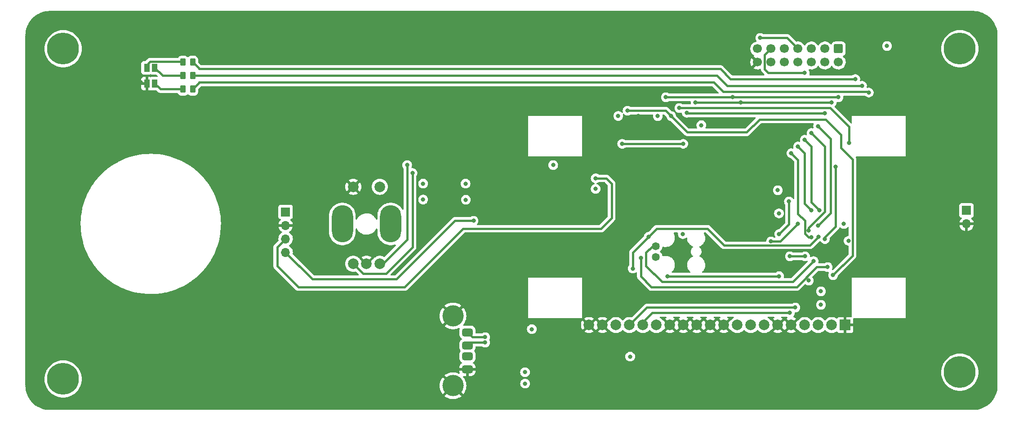
<source format=gbr>
%TF.GenerationSoftware,KiCad,Pcbnew,(6.0.7-1)-1*%
%TF.CreationDate,2022-12-08T22:36:40-08:00*%
%TF.ProjectId,Control,436f6e74-726f-46c2-9e6b-696361645f70,1.1*%
%TF.SameCoordinates,Original*%
%TF.FileFunction,Copper,L4,Bot*%
%TF.FilePolarity,Positive*%
%FSLAX46Y46*%
G04 Gerber Fmt 4.6, Leading zero omitted, Abs format (unit mm)*
G04 Created by KiCad (PCBNEW (6.0.7-1)-1) date 2022-12-08 22:36:40*
%MOMM*%
%LPD*%
G01*
G04 APERTURE LIST*
G04 Aperture macros list*
%AMRoundRect*
0 Rectangle with rounded corners*
0 $1 Rounding radius*
0 $2 $3 $4 $5 $6 $7 $8 $9 X,Y pos of 4 corners*
0 Add a 4 corners polygon primitive as box body*
4,1,4,$2,$3,$4,$5,$6,$7,$8,$9,$2,$3,0*
0 Add four circle primitives for the rounded corners*
1,1,$1+$1,$2,$3*
1,1,$1+$1,$4,$5*
1,1,$1+$1,$6,$7*
1,1,$1+$1,$8,$9*
0 Add four rect primitives between the rounded corners*
20,1,$1+$1,$2,$3,$4,$5,0*
20,1,$1+$1,$4,$5,$6,$7,0*
20,1,$1+$1,$6,$7,$8,$9,0*
20,1,$1+$1,$8,$9,$2,$3,0*%
G04 Aperture macros list end*
%TA.AperFunction,ComponentPad*%
%ADD10C,1.485900*%
%TD*%
%TA.AperFunction,ComponentPad*%
%ADD11RoundRect,0.250000X-0.600000X0.600000X-0.600000X-0.600000X0.600000X-0.600000X0.600000X0.600000X0*%
%TD*%
%TA.AperFunction,ComponentPad*%
%ADD12C,1.700000*%
%TD*%
%TA.AperFunction,ComponentPad*%
%ADD13R,1.700000X1.700000*%
%TD*%
%TA.AperFunction,ComponentPad*%
%ADD14O,1.700000X1.700000*%
%TD*%
%TA.AperFunction,ComponentPad*%
%ADD15RoundRect,0.375000X-0.625000X0.375000X-0.625000X-0.375000X0.625000X-0.375000X0.625000X0.375000X0*%
%TD*%
%TA.AperFunction,ComponentPad*%
%ADD16C,4.000000*%
%TD*%
%TA.AperFunction,ComponentPad*%
%ADD17C,0.800000*%
%TD*%
%TA.AperFunction,ComponentPad*%
%ADD18C,6.000000*%
%TD*%
%TA.AperFunction,SMDPad,CuDef*%
%ADD19RoundRect,0.250000X-0.262500X-0.450000X0.262500X-0.450000X0.262500X0.450000X-0.262500X0.450000X0*%
%TD*%
%TA.AperFunction,ComponentPad*%
%ADD20O,4.000000X7.000000*%
%TD*%
%TA.AperFunction,ComponentPad*%
%ADD21C,2.000000*%
%TD*%
%TA.AperFunction,SMDPad,CuDef*%
%ADD22R,1.100000X1.500000*%
%TD*%
%TA.AperFunction,ComponentPad*%
%ADD23R,2.000000X2.000000*%
%TD*%
%TA.AperFunction,ViaPad*%
%ADD24C,0.800000*%
%TD*%
%TA.AperFunction,Conductor*%
%ADD25C,0.381000*%
%TD*%
G04 APERTURE END LIST*
D10*
%TO.P,ISP1,5,RST*%
%TO.N,RESET*%
X171320351Y-105765351D03*
%TO.P,ISP1,6,RXD*%
%TO.N,TXD*%
X171320351Y-107797351D03*
%TD*%
D11*
%TO.P,MCU1,1,Pin_1*%
%TO.N,+3V0*%
X205740000Y-68580000D03*
D12*
%TO.P,MCU1,2,Pin_2*%
%TO.N,MOSI*%
X205740000Y-71120000D03*
%TO.P,MCU1,3,Pin_3*%
%TO.N,MISO*%
X203200000Y-68580000D03*
%TO.P,MCU1,4,Pin_4*%
%TO.N,SCK*%
X203200000Y-71120000D03*
%TO.P,MCU1,5,Pin_5*%
%TO.N,CS_LASER*%
X200660000Y-68580000D03*
%TO.P,MCU1,6,Pin_6*%
%TO.N,RST_LASER*%
X200660000Y-71120000D03*
%TO.P,MCU1,7,Pin_7*%
%TO.N,TMP_LASER*%
X198120000Y-68580000D03*
%TO.P,MCU1,8,Pin_8*%
%TO.N,CS_TEC_SET*%
X198120000Y-71120000D03*
%TO.P,MCU1,9,Pin_9*%
%TO.N,CS_TEC_READ*%
X195580000Y-68580000D03*
%TO.P,MCU1,10,Pin_10*%
%TO.N,TEC_ENABLE*%
X195580000Y-71120000D03*
%TO.P,MCU1,11,Pin_11*%
%TO.N,CS_CHARGE*%
X193040000Y-68580000D03*
%TO.P,MCU1,12,Pin_12*%
%TO.N,INTERLOCK_SW*%
X193040000Y-71120000D03*
%TO.P,MCU1,13,Pin_13*%
%TO.N,INTERLOCK_EN*%
X190500000Y-68580000D03*
%TO.P,MCU1,14,Pin_14*%
%TO.N,GND*%
X190500000Y-71120000D03*
%TD*%
D13*
%TO.P,SW2,1,A*%
%TO.N,INTERLOCK_SW*%
X229870000Y-99060000D03*
D14*
%TO.P,SW2,2,B*%
%TO.N,GND*%
X229870000Y-101600000D03*
%TD*%
D15*
%TO.P,USB1,1,VBUS*%
%TO.N,Net-(U5-Pad5)*%
X135844000Y-122013000D03*
%TO.P,USB1,2,D-*%
%TO.N,Net-(R7-Pad1)*%
X135844000Y-124513000D03*
%TO.P,USB1,3,D+*%
%TO.N,Net-(R6-Pad1)*%
X135844000Y-126513000D03*
%TO.P,USB1,4,GND*%
%TO.N,GND*%
X135844000Y-129013000D03*
D16*
%TO.P,USB1,5,Shield*%
X133134000Y-132083000D03*
X133134000Y-118943000D03*
%TD*%
D17*
%TO.P,H1,1,1*%
%TO.N,unconnected-(H1-Pad1)*%
X61940000Y-68580000D03*
X59690000Y-66330000D03*
X61280990Y-70170990D03*
X58099010Y-70170990D03*
X61280990Y-66989010D03*
D18*
X59690000Y-68580000D03*
D17*
X59690000Y-70830000D03*
X58099010Y-66989010D03*
X57440000Y-68580000D03*
%TD*%
%TO.P,H2,1,1*%
%TO.N,unconnected-(H2-Pad1)*%
X227009010Y-70170990D03*
X230190990Y-66989010D03*
X230850000Y-68580000D03*
X228600000Y-70830000D03*
D18*
X228600000Y-68580000D03*
D17*
X227009010Y-66989010D03*
X230190990Y-70170990D03*
X226350000Y-68580000D03*
X228600000Y-66330000D03*
%TD*%
%TO.P,H3,1,1*%
%TO.N,unconnected-(H3-Pad1)*%
X61280990Y-132400990D03*
X61940000Y-130810000D03*
X59690000Y-133060000D03*
X57440000Y-130810000D03*
X59690000Y-128560000D03*
X58099010Y-129219010D03*
X58099010Y-132400990D03*
X61280990Y-129219010D03*
D18*
X59690000Y-130810000D03*
%TD*%
D17*
%TO.P,H4,1,1*%
%TO.N,unconnected-(H4-Pad1)*%
X230850000Y-129540000D03*
X228600000Y-127290000D03*
X230190990Y-127949010D03*
X230190990Y-131130990D03*
D18*
X228600000Y-129540000D03*
D17*
X227009010Y-127949010D03*
X228600000Y-131790000D03*
X227009010Y-131130990D03*
X226350000Y-129540000D03*
%TD*%
D13*
%TO.P,SW3,1,Pin_1*%
%TO.N,Net-(R11-Pad2)*%
X101600000Y-99324000D03*
D14*
%TO.P,SW3,2,Pin_2*%
%TO.N,GND*%
X101600000Y-101864000D03*
%TO.P,SW3,3,Pin_3*%
%TO.N,FIRE_LATCH_SW*%
X101600000Y-104404000D03*
%TO.P,SW3,4,Pin_4*%
%TO.N,FIRE_MOM_SW*%
X101600000Y-106944000D03*
%TD*%
D19*
%TO.P,R8,1*%
%TO.N,Net-(D1-Pad4)*%
X82272500Y-73660000D03*
%TO.P,R8,2*%
%TO.N,LED_B*%
X84097500Y-73660000D03*
%TD*%
%TO.P,R9,1*%
%TO.N,Net-(D1-Pad3)*%
X82272500Y-76200000D03*
%TO.P,R9,2*%
%TO.N,LED_G*%
X84097500Y-76200000D03*
%TD*%
%TO.P,R10,1*%
%TO.N,Net-(D1-Pad1)*%
X82272500Y-71120000D03*
%TO.P,R10,2*%
%TO.N,LED_R*%
X84097500Y-71120000D03*
%TD*%
D20*
%TO.P,SW1,*%
%TO.N,*%
X121390000Y-101600000D03*
X112290000Y-101600000D03*
D21*
%TO.P,SW1,A,A*%
%TO.N,ENC_A_SW*%
X119340000Y-109100000D03*
%TO.P,SW1,B,B*%
%TO.N,ENC_B_SW*%
X114340000Y-109100000D03*
%TO.P,SW1,C,C*%
%TO.N,GND*%
X116840000Y-109100000D03*
%TO.P,SW1,S1,S1*%
%TO.N,ENC_SEL_SW*%
X119340000Y-94600000D03*
%TO.P,SW1,S2,S2*%
%TO.N,GND*%
X114340000Y-94600000D03*
%TD*%
D22*
%TO.P,D1,1,RA*%
%TO.N,Net-(D1-Pad1)*%
X75450000Y-72160000D03*
%TO.P,D1,2,K*%
%TO.N,GND*%
X75450000Y-75160000D03*
%TO.P,D1,3,GA*%
%TO.N,Net-(D1-Pad3)*%
X76950000Y-75160000D03*
%TO.P,D1,4,BA*%
%TO.N,Net-(D1-Pad4)*%
X76950000Y-72160000D03*
%TD*%
D23*
%TO.P,DISP1,1,VSS*%
%TO.N,GND*%
X207010000Y-120650000D03*
D21*
%TO.P,DISP1,2,VDD*%
%TO.N,+3V0*%
X204470000Y-120650000D03*
%TO.P,DISP1,3,NC*%
%TO.N,unconnected-(DISP1-Pad3)*%
X201930000Y-120650000D03*
%TO.P,DISP1,4,D/C*%
%TO.N,DISP_DC*%
X199390000Y-120650000D03*
%TO.P,DISP1,5,VSS*%
%TO.N,GND*%
X196850000Y-120650000D03*
%TO.P,DISP1,6,VSS*%
X194310000Y-120650000D03*
%TO.P,DISP1,7,SCLK*%
%TO.N,SCK*%
X191770000Y-120650000D03*
%TO.P,DISP1,8,SDIN*%
%TO.N,MOSI*%
X189230000Y-120650000D03*
%TO.P,DISP1,9,NC*%
%TO.N,unconnected-(DISP1-Pad9)*%
X186690000Y-120650000D03*
%TO.P,DISP1,10,VSS*%
%TO.N,GND*%
X184150000Y-120650000D03*
%TO.P,DISP1,11,VSS*%
X181610000Y-120650000D03*
%TO.P,DISP1,12,VSS*%
X179070000Y-120650000D03*
%TO.P,DISP1,13,VSS*%
X176530000Y-120650000D03*
%TO.P,DISP1,14,VSS*%
X173990000Y-120650000D03*
%TO.P,DISP1,15,NC*%
%TO.N,unconnected-(DISP1-Pad15)*%
X171450000Y-120650000D03*
%TO.P,DISP1,16,~{RES}*%
%TO.N,DISP_RES*%
X168910000Y-120650000D03*
%TO.P,DISP1,17,~{CS}*%
%TO.N,DISP_CS*%
X166370000Y-120650000D03*
%TO.P,DISP1,18,NC*%
%TO.N,unconnected-(DISP1-Pad18)*%
X163830000Y-120650000D03*
%TO.P,DISP1,19,BS1*%
%TO.N,GND*%
X161290000Y-120650000D03*
%TO.P,DISP1,20,BS0*%
X158750000Y-120650000D03*
%TD*%
D24*
%TO.N,GND*%
X146170546Y-121414467D03*
X139700000Y-117475000D03*
X147955000Y-124369798D03*
X144145000Y-123190000D03*
X144800000Y-129520000D03*
X139700000Y-128905000D03*
X149130000Y-98460000D03*
X175592822Y-104876351D03*
X177162351Y-108178351D03*
X143000000Y-99500000D03*
X135500000Y-92000000D03*
X211455000Y-104775000D03*
X147500000Y-90000000D03*
X148495000Y-95285000D03*
X143000000Y-91500000D03*
X189230000Y-95250000D03*
X144685000Y-91475000D03*
X214884000Y-73152000D03*
X211455000Y-97155000D03*
X182880000Y-81915000D03*
X152500000Y-93500000D03*
X206502000Y-116840000D03*
X207518000Y-114300000D03*
X146000000Y-98500000D03*
X206756000Y-103632000D03*
X202184000Y-112268000D03*
X74295000Y-74930000D03*
X148495000Y-97190000D03*
X190500000Y-99060000D03*
X148495000Y-92745000D03*
X175895000Y-87630000D03*
X135500000Y-99000000D03*
X190500000Y-101600000D03*
X194564000Y-102108000D03*
X168000000Y-81250000D03*
%TO.N,+3V0*%
X146700000Y-129525000D03*
X147967741Y-121431254D03*
X160000000Y-95000000D03*
X127500000Y-97000000D03*
X135550000Y-97050000D03*
X171704000Y-81280000D03*
X166500000Y-126587500D03*
X207645000Y-104775000D03*
X194310000Y-95250000D03*
X202438000Y-116840000D03*
X179900500Y-82989500D03*
X194532000Y-99600000D03*
X176422351Y-103500000D03*
X200152000Y-112268000D03*
X214884000Y-68072000D03*
X135500000Y-94000000D03*
X202438000Y-114300000D03*
X206756000Y-101600000D03*
X164250000Y-81250000D03*
X152000000Y-90500000D03*
X146700000Y-131684000D03*
X127500000Y-94000000D03*
%TO.N,DISP_CS*%
X197612000Y-117348000D03*
%TO.N,DISP_RES*%
X199450500Y-107696000D03*
X196596000Y-118364000D03*
X196596000Y-107696000D03*
%TO.N,SCK*%
X194564000Y-103500000D03*
X194564000Y-111436000D03*
X173500000Y-111500000D03*
X196410000Y-97350000D03*
X177165000Y-80645000D03*
X203200000Y-80772000D03*
%TO.N,MOSI*%
X198120000Y-101600000D03*
X173228000Y-77724000D03*
X185801000Y-77724000D03*
X193040000Y-104902003D03*
X205740000Y-77724000D03*
%TO.N,MISO*%
X178816000Y-78740000D03*
X187325000Y-78740000D03*
X204440501Y-78740000D03*
%TO.N,RXD*%
X167000000Y-110000000D03*
X202000000Y-104000000D03*
X170000000Y-104000000D03*
%TO.N,TXD*%
X203708000Y-109728000D03*
X168500000Y-108000000D03*
%TO.N,RESET*%
X201060000Y-108604000D03*
%TO.N,TEC_ENABLE*%
X196850000Y-88265000D03*
X200660000Y-104140000D03*
%TO.N,CS_TEC_SET*%
X200660000Y-99060000D03*
X198120000Y-86995000D03*
%TO.N,RST_LASER*%
X200660000Y-84455000D03*
X200152000Y-102870000D03*
%TO.N,CS_CHARGE*%
X199390000Y-85725000D03*
X199390000Y-73152000D03*
X202184008Y-99060000D03*
%TO.N,TMP_LASER*%
X191008000Y-66548000D03*
%TO.N,CS_LASER*%
X201908687Y-101875313D03*
X201900501Y-83155501D03*
%TO.N,LED_R*%
X203200000Y-104449998D03*
X208915004Y-74295000D03*
X205232000Y-90805000D03*
%TO.N,LED_G*%
X211455000Y-76835000D03*
%TO.N,LED_B*%
X210185000Y-75565000D03*
%TO.N,ENC_A_SW*%
X124500000Y-90500000D03*
%TO.N,ENC_B_SW*%
X125500000Y-92000000D03*
%TO.N,FIRE_LATCH_SW*%
X160000000Y-93000000D03*
%TO.N,FIRE_MOM_SW*%
X137000000Y-101000000D03*
%TO.N,BUTTON_IRQ*%
X207772000Y-86360000D03*
X175768000Y-79756000D03*
%TO.N,CS_BUTTONS*%
X174244000Y-81280000D03*
X204724000Y-111252000D03*
X166000000Y-80250000D03*
%TO.N,Net-(R7-Pad1)*%
X139192000Y-123952000D03*
%TO.N,Net-(U5-Pad5)*%
X139192000Y-122936000D03*
%TO.N,FIRE_LED*%
X176500000Y-86500000D03*
X165000000Y-86500000D03*
%TD*%
D25*
%TO.N,FIRE_LATCH_SW*%
X124000000Y-113500000D02*
X104000000Y-113500000D01*
X160000000Y-93000000D02*
X162000000Y-93000000D01*
X104000000Y-113500000D02*
X100000000Y-109500000D01*
X163000000Y-94000000D02*
X163000000Y-100500000D01*
X135000000Y-102500000D02*
X124000000Y-113500000D01*
X163000000Y-100500000D02*
X161000000Y-102500000D01*
X100000000Y-109500000D02*
X100000000Y-106004000D01*
X161000000Y-102500000D02*
X135000000Y-102500000D01*
X162000000Y-93000000D02*
X163000000Y-94000000D01*
X100000000Y-106004000D02*
X101600000Y-104404000D01*
%TO.N,GND*%
X74525000Y-75160000D02*
X74295000Y-74930000D01*
X75450000Y-75160000D02*
X74525000Y-75160000D01*
%TO.N,Net-(D1-Pad4)*%
X78450000Y-73660000D02*
X82272500Y-73660000D01*
X78450000Y-73660000D02*
X76950000Y-72160000D01*
%TO.N,Net-(D1-Pad3)*%
X79732500Y-76200000D02*
X77990000Y-76200000D01*
X79732500Y-76200000D02*
X82272500Y-76200000D01*
X77990000Y-76200000D02*
X76950000Y-75160000D01*
%TO.N,DISP_CS*%
X169672000Y-117348000D02*
X193701954Y-117348000D01*
X193701954Y-117348000D02*
X197612000Y-117348000D01*
X166370000Y-120650000D02*
X169672000Y-117348000D01*
%TO.N,DISP_RES*%
X168910000Y-120142000D02*
X168910000Y-120650000D01*
X199450500Y-107696000D02*
X196596000Y-107696000D01*
X170688000Y-118364000D02*
X168910000Y-120142000D01*
X196596000Y-118364000D02*
X170688000Y-118364000D01*
%TO.N,SCK*%
X194500000Y-111500000D02*
X194564000Y-111436000D01*
X189992000Y-80772000D02*
X177292000Y-80772000D01*
X177292000Y-80772000D02*
X177165000Y-80645000D01*
X196410000Y-101654000D02*
X196410000Y-97350000D01*
X194564000Y-103500000D02*
X196410000Y-101654000D01*
X173500000Y-111500000D02*
X194500000Y-111500000D01*
X203200000Y-80772000D02*
X189992000Y-80772000D01*
%TO.N,MOSI*%
X173228000Y-77724000D02*
X185801000Y-77724000D01*
X193040000Y-104902003D02*
X194817997Y-104902003D01*
X205740000Y-77724000D02*
X192405000Y-77724000D01*
X185801000Y-77724000D02*
X192405000Y-77724000D01*
X194817997Y-104902003D02*
X198120000Y-101600000D01*
%TO.N,MISO*%
X190881000Y-78740000D02*
X178816000Y-78740000D01*
X204440501Y-78740000D02*
X190881000Y-78740000D01*
%TO.N,RXD*%
X200357497Y-105642503D02*
X184238936Y-105642503D01*
X171500000Y-102500000D02*
X170000000Y-104000000D01*
X167000000Y-110000000D02*
X167000000Y-107000000D01*
X181096433Y-102500000D02*
X171500000Y-102500000D01*
X167000000Y-107000000D02*
X170000000Y-104000000D01*
X202000000Y-104000000D02*
X200357497Y-105642503D01*
X184238936Y-105642503D02*
X181096433Y-102500000D01*
%TO.N,TXD*%
X197872774Y-113500000D02*
X201644774Y-109728000D01*
X170500000Y-113500000D02*
X168500000Y-111500000D01*
X168500000Y-111500000D02*
X168500000Y-108000000D01*
X201644774Y-109728000D02*
X203708000Y-109728000D01*
X170500000Y-113500000D02*
X197872774Y-113500000D01*
%TO.N,RESET*%
X170734649Y-105765351D02*
X171320351Y-105765351D01*
X172500000Y-112500000D02*
X169500000Y-109500000D01*
X169500000Y-107000000D02*
X170734649Y-105765351D01*
X169500000Y-109500000D02*
X169500000Y-107000000D01*
X197164000Y-112500000D02*
X172500000Y-112500000D01*
X201060000Y-108604000D02*
X197164000Y-112500000D01*
%TO.N,TEC_ENABLE*%
X198120000Y-99695000D02*
X199411499Y-100986499D01*
X200094315Y-104140000D02*
X200660000Y-104140000D01*
X199411499Y-100986499D02*
X199411499Y-103457184D01*
X199411499Y-103457184D02*
X200094315Y-104140000D01*
X196850000Y-88265000D02*
X198120000Y-89535000D01*
X198120000Y-89535000D02*
X198120000Y-99695000D01*
%TO.N,CS_TEC_SET*%
X199390000Y-97790000D02*
X200660000Y-99060000D01*
X198120000Y-86995000D02*
X199390000Y-88265000D01*
X199390000Y-88265000D02*
X199390000Y-97790000D01*
%TO.N,RST_LASER*%
X200660000Y-84455000D02*
X203200000Y-86995000D01*
X203200000Y-86995000D02*
X203200000Y-99256315D01*
X203200000Y-99256315D02*
X200152000Y-102304315D01*
X200152000Y-102304315D02*
X200152000Y-102870000D01*
%TO.N,CS_CHARGE*%
X199390000Y-85725000D02*
X200660000Y-86995000D01*
X200660000Y-86995000D02*
X200660000Y-97535992D01*
X191849989Y-72469989D02*
X191849989Y-69770011D01*
X199390000Y-73152000D02*
X192532000Y-73152000D01*
X191849989Y-69770011D02*
X193040000Y-68580000D01*
X200660000Y-97535992D02*
X202184008Y-99060000D01*
X192532000Y-73152000D02*
X191849989Y-72469989D01*
%TO.N,TMP_LASER*%
X198120000Y-68580000D02*
X196088000Y-66548000D01*
X196088000Y-66548000D02*
X191008000Y-66548000D01*
%TO.N,CS_LASER*%
X204289011Y-99494989D02*
X201908687Y-101875313D01*
X204289011Y-85544011D02*
X204289011Y-99494989D01*
X201900501Y-83155501D02*
X204289011Y-85544011D01*
%TO.N,LED_R*%
X203200000Y-104140000D02*
X203200000Y-104449998D01*
X84097500Y-71120000D02*
X85367500Y-72390000D01*
X85344000Y-72390000D02*
X183515000Y-72390000D01*
X205232000Y-102108000D02*
X203200000Y-104140000D01*
X185420000Y-74295000D02*
X208915004Y-74295000D01*
X183515000Y-72390000D02*
X185420000Y-74295000D01*
X205232000Y-90805000D02*
X205232000Y-102108000D01*
%TO.N,LED_G*%
X211455000Y-76835000D02*
X211328000Y-76708000D01*
X184023000Y-76708000D02*
X182245000Y-74930000D01*
X211328000Y-76708000D02*
X184023000Y-76708000D01*
X182245000Y-74930000D02*
X85344000Y-74930000D01*
X85367500Y-74930000D02*
X84097500Y-76200000D01*
%TO.N,LED_B*%
X210185000Y-75565000D02*
X184785000Y-75565000D01*
X182880000Y-73660000D02*
X180340000Y-73660000D01*
X184785000Y-75565000D02*
X182880000Y-73660000D01*
X180340000Y-73660000D02*
X84328000Y-73660000D01*
%TO.N,ENC_A_SW*%
X124500000Y-90500000D02*
X124500000Y-104500000D01*
X119900000Y-109100000D02*
X119340000Y-109100000D01*
X124500000Y-104500000D02*
X119900000Y-109100000D01*
%TO.N,ENC_B_SW*%
X120531000Y-110969000D02*
X125500000Y-106000000D01*
X114340000Y-109100000D02*
X116209000Y-110969000D01*
X116209000Y-110969000D02*
X120531000Y-110969000D01*
X125500000Y-106000000D02*
X125500000Y-92000000D01*
%TO.N,FIRE_MOM_SW*%
X133500000Y-101000000D02*
X122500000Y-112000000D01*
X122500000Y-112000000D02*
X106656000Y-112000000D01*
X106656000Y-112000000D02*
X101600000Y-106944000D01*
X137000000Y-101000000D02*
X133500000Y-101000000D01*
%TO.N,BUTTON_IRQ*%
X204216000Y-79756000D02*
X175768000Y-79756000D01*
X207772000Y-83312000D02*
X204216000Y-79756000D01*
X207772000Y-86360000D02*
X207772000Y-83312000D01*
%TO.N,CS_BUTTONS*%
X206248000Y-87280469D02*
X206248000Y-84836000D01*
X206248000Y-84836000D02*
X203327000Y-81915000D01*
X177292000Y-84328000D02*
X174244000Y-81280000D01*
X208385011Y-107590989D02*
X208385011Y-89417480D01*
X208385011Y-89417480D02*
X206248000Y-87280469D01*
X190881000Y-81915000D02*
X188468000Y-84328000D01*
X173214000Y-80250000D02*
X166000000Y-80250000D01*
X203327000Y-81915000D02*
X190881000Y-81915000D01*
X204724000Y-111252000D02*
X208385011Y-107590989D01*
X174244000Y-81280000D02*
X173214000Y-80250000D01*
X188468000Y-84328000D02*
X177292000Y-84328000D01*
%TO.N,Net-(D1-Pad1)*%
X75450000Y-71657098D02*
X75450000Y-72160000D01*
X77814961Y-71016299D02*
X76085039Y-71016299D01*
X77818161Y-71019499D02*
X82171999Y-71019499D01*
X77818161Y-71019499D02*
X77814961Y-71016299D01*
X76085039Y-71016299D02*
X76006299Y-71095039D01*
X76006299Y-71095039D02*
X76006299Y-71100799D01*
X82171999Y-71019499D02*
X82272500Y-71120000D01*
X76006299Y-71100799D02*
X75450000Y-71657098D01*
%TO.N,Net-(R7-Pad1)*%
X139192000Y-123952000D02*
X136405000Y-123952000D01*
X136405000Y-123952000D02*
X135844000Y-124513000D01*
%TO.N,Net-(U5-Pad5)*%
X139192000Y-122936000D02*
X136767000Y-122936000D01*
X136767000Y-122936000D02*
X135844000Y-122013000D01*
%TO.N,FIRE_LED*%
X165000000Y-86500000D02*
X176500000Y-86500000D01*
%TD*%
%TA.AperFunction,Conductor*%
%TO.N,GND*%
G36*
X231110018Y-61470000D02*
G01*
X231124851Y-61472310D01*
X231124855Y-61472310D01*
X231133724Y-61473691D01*
X231154183Y-61471016D01*
X231176008Y-61470072D01*
X231532937Y-61485656D01*
X231543886Y-61486614D01*
X231928379Y-61537233D01*
X231939205Y-61539142D01*
X232317822Y-61623080D01*
X232328439Y-61625925D01*
X232498702Y-61679608D01*
X232698302Y-61742542D01*
X232708615Y-61746295D01*
X233066932Y-61894715D01*
X233076876Y-61899353D01*
X233420867Y-62078423D01*
X233430387Y-62083919D01*
X233757468Y-62292292D01*
X233766472Y-62298597D01*
X234074138Y-62534678D01*
X234082558Y-62541743D01*
X234368483Y-62803744D01*
X234376256Y-62811517D01*
X234638257Y-63097442D01*
X234645322Y-63105862D01*
X234881403Y-63413528D01*
X234887708Y-63422532D01*
X235096081Y-63749613D01*
X235101577Y-63759133D01*
X235280643Y-64103115D01*
X235285289Y-64113077D01*
X235433702Y-64471377D01*
X235437461Y-64481706D01*
X235554075Y-64851561D01*
X235556920Y-64862178D01*
X235640858Y-65240795D01*
X235642767Y-65251621D01*
X235693386Y-65636114D01*
X235694344Y-65647063D01*
X235703544Y-65857767D01*
X235709603Y-65996552D01*
X235708223Y-66021429D01*
X235706309Y-66033724D01*
X235707473Y-66042626D01*
X235707473Y-66042628D01*
X235710436Y-66065283D01*
X235711500Y-66081621D01*
X235711500Y-132030633D01*
X235710000Y-132050018D01*
X235707690Y-132064851D01*
X235707690Y-132064855D01*
X235706309Y-132073724D01*
X235708984Y-132094183D01*
X235709928Y-132116008D01*
X235695459Y-132447408D01*
X235694344Y-132472936D01*
X235693386Y-132483886D01*
X235642767Y-132868379D01*
X235640858Y-132879205D01*
X235556920Y-133257822D01*
X235554075Y-133268439D01*
X235437461Y-133638294D01*
X235433705Y-133648615D01*
X235348583Y-133854119D01*
X235285289Y-134006923D01*
X235280647Y-134016876D01*
X235161091Y-134246541D01*
X235101577Y-134360867D01*
X235096081Y-134370387D01*
X234887708Y-134697468D01*
X234881403Y-134706472D01*
X234645322Y-135014138D01*
X234638257Y-135022558D01*
X234376256Y-135308483D01*
X234368483Y-135316256D01*
X234082558Y-135578257D01*
X234074138Y-135585322D01*
X233766472Y-135821403D01*
X233757468Y-135827708D01*
X233430387Y-136036081D01*
X233420868Y-136041576D01*
X233076876Y-136220647D01*
X233066932Y-136225285D01*
X232708615Y-136373705D01*
X232698302Y-136377458D01*
X232498702Y-136440392D01*
X232328439Y-136494075D01*
X232317822Y-136496920D01*
X231939205Y-136580858D01*
X231928379Y-136582767D01*
X231543886Y-136633386D01*
X231532937Y-136634344D01*
X231183446Y-136649603D01*
X231158571Y-136648223D01*
X231146276Y-136646309D01*
X231137374Y-136647473D01*
X231137372Y-136647473D01*
X231122323Y-136649441D01*
X231114714Y-136650436D01*
X231098379Y-136651500D01*
X57199367Y-136651500D01*
X57179982Y-136650000D01*
X57165149Y-136647690D01*
X57165145Y-136647690D01*
X57156276Y-136646309D01*
X57135817Y-136648984D01*
X57113992Y-136649928D01*
X56757063Y-136634344D01*
X56746114Y-136633386D01*
X56361621Y-136582767D01*
X56350795Y-136580858D01*
X55972178Y-136496920D01*
X55961561Y-136494075D01*
X55791298Y-136440392D01*
X55591698Y-136377458D01*
X55581385Y-136373705D01*
X55223068Y-136225285D01*
X55213124Y-136220647D01*
X54869132Y-136041576D01*
X54859613Y-136036081D01*
X54532532Y-135827708D01*
X54523528Y-135821403D01*
X54215862Y-135585322D01*
X54207442Y-135578257D01*
X53921517Y-135316256D01*
X53913744Y-135308483D01*
X53651743Y-135022558D01*
X53644678Y-135014138D01*
X53408597Y-134706472D01*
X53402292Y-134697468D01*
X53193919Y-134370387D01*
X53188423Y-134360867D01*
X53128909Y-134246541D01*
X53009353Y-134016876D01*
X53004711Y-134006923D01*
X52941418Y-133854119D01*
X52856295Y-133648615D01*
X52852539Y-133638294D01*
X52735925Y-133268439D01*
X52733080Y-133257822D01*
X52649142Y-132879205D01*
X52647233Y-132868379D01*
X52596614Y-132483886D01*
X52595656Y-132472936D01*
X52594541Y-132447408D01*
X52580561Y-132127206D01*
X52582188Y-132100805D01*
X52582769Y-132097352D01*
X52582770Y-132097345D01*
X52583576Y-132092552D01*
X52583729Y-132080000D01*
X52579773Y-132052376D01*
X52578500Y-132034514D01*
X52578500Y-130810000D01*
X56176685Y-130810000D01*
X56195931Y-131177241D01*
X56196444Y-131180481D01*
X56196445Y-131180489D01*
X56217345Y-131312444D01*
X56253459Y-131540459D01*
X56348639Y-131895674D01*
X56480427Y-132238994D01*
X56481925Y-132241934D01*
X56641016Y-132554166D01*
X56647380Y-132566657D01*
X56649176Y-132569423D01*
X56649178Y-132569426D01*
X56736601Y-132704046D01*
X56847668Y-132875075D01*
X57079098Y-133160867D01*
X57339133Y-133420902D01*
X57624925Y-133652332D01*
X57933342Y-133852620D01*
X57936276Y-133854115D01*
X57936283Y-133854119D01*
X58236179Y-134006923D01*
X58261006Y-134019573D01*
X58604326Y-134151361D01*
X58959541Y-134246541D01*
X59152558Y-134277112D01*
X59319511Y-134303555D01*
X59319519Y-134303556D01*
X59322759Y-134304069D01*
X59690000Y-134323315D01*
X60057241Y-134304069D01*
X60060481Y-134303556D01*
X60060489Y-134303555D01*
X60227442Y-134277112D01*
X60420459Y-134246541D01*
X60775674Y-134151361D01*
X61094470Y-134028987D01*
X131552721Y-134028987D01*
X131561548Y-134040605D01*
X131784281Y-134202430D01*
X131790961Y-134206670D01*
X132060572Y-134354890D01*
X132067707Y-134358247D01*
X132353770Y-134471508D01*
X132361296Y-134473953D01*
X132659279Y-134550462D01*
X132667050Y-134551945D01*
X132972278Y-134590503D01*
X132980169Y-134591000D01*
X133287831Y-134591000D01*
X133295722Y-134590503D01*
X133600950Y-134551945D01*
X133608721Y-134550462D01*
X133906704Y-134473953D01*
X133914230Y-134471508D01*
X134200293Y-134358247D01*
X134207428Y-134354890D01*
X134477039Y-134206670D01*
X134483719Y-134202430D01*
X134706823Y-134040336D01*
X134715246Y-134029413D01*
X134708342Y-134016552D01*
X133146812Y-132455022D01*
X133132868Y-132447408D01*
X133131035Y-132447539D01*
X133124420Y-132451790D01*
X131559334Y-134016876D01*
X131552721Y-134028987D01*
X61094470Y-134028987D01*
X61118994Y-134019573D01*
X61143821Y-134006923D01*
X61443717Y-133854119D01*
X61443724Y-133854115D01*
X61446658Y-133852620D01*
X61755075Y-133652332D01*
X62040867Y-133420902D01*
X62300902Y-133160867D01*
X62532332Y-132875075D01*
X62643399Y-132704046D01*
X62730822Y-132569426D01*
X62730824Y-132569423D01*
X62732620Y-132566657D01*
X62738985Y-132554166D01*
X62898075Y-132241934D01*
X62899573Y-132238994D01*
X62957934Y-132086958D01*
X130621290Y-132086958D01*
X130640607Y-132393994D01*
X130641600Y-132401855D01*
X130699246Y-132704046D01*
X130701217Y-132711723D01*
X130796284Y-133004309D01*
X130799199Y-133011672D01*
X130930189Y-133290041D01*
X130934001Y-133296974D01*
X131098851Y-133556736D01*
X131103495Y-133563129D01*
X131178497Y-133653790D01*
X131191014Y-133662245D01*
X131201752Y-133656038D01*
X132761978Y-132095812D01*
X132769592Y-132081868D01*
X132769461Y-132080035D01*
X132765210Y-132073420D01*
X131202855Y-130511065D01*
X131189593Y-130503823D01*
X131179488Y-130511012D01*
X131103495Y-130602871D01*
X131098851Y-130609264D01*
X130934001Y-130869026D01*
X130930189Y-130875959D01*
X130799199Y-131154328D01*
X130796284Y-131161691D01*
X130701217Y-131454277D01*
X130699246Y-131461954D01*
X130641600Y-131764145D01*
X130640607Y-131772006D01*
X130621290Y-132079042D01*
X130621290Y-132086958D01*
X62957934Y-132086958D01*
X63031361Y-131895674D01*
X63126541Y-131540459D01*
X63162655Y-131312444D01*
X63183555Y-131180489D01*
X63183556Y-131180481D01*
X63184069Y-131177241D01*
X63203315Y-130810000D01*
X63184069Y-130442759D01*
X63182386Y-130432128D01*
X63153996Y-130252885D01*
X63135576Y-130136587D01*
X131552754Y-130136587D01*
X131559658Y-130149448D01*
X135065145Y-133654935D01*
X135078407Y-133662177D01*
X135088512Y-133654988D01*
X135164505Y-133563129D01*
X135169149Y-133556736D01*
X135333999Y-133296974D01*
X135337811Y-133290041D01*
X135468801Y-133011672D01*
X135471716Y-133004309D01*
X135566783Y-132711723D01*
X135568754Y-132704046D01*
X135626400Y-132401855D01*
X135627393Y-132393994D01*
X135646710Y-132086958D01*
X135646710Y-132079042D01*
X135627393Y-131772006D01*
X135626400Y-131764145D01*
X135611112Y-131684000D01*
X145786496Y-131684000D01*
X145806458Y-131873928D01*
X145865473Y-132055556D01*
X145960960Y-132220944D01*
X145965378Y-132225851D01*
X145965379Y-132225852D01*
X145977212Y-132238994D01*
X146088747Y-132362866D01*
X146243248Y-132475118D01*
X146249276Y-132477802D01*
X146249278Y-132477803D01*
X146411681Y-132550109D01*
X146417712Y-132552794D01*
X146495959Y-132569426D01*
X146598056Y-132591128D01*
X146598061Y-132591128D01*
X146604513Y-132592500D01*
X146795487Y-132592500D01*
X146801939Y-132591128D01*
X146801944Y-132591128D01*
X146904041Y-132569426D01*
X146982288Y-132552794D01*
X146988319Y-132550109D01*
X147150722Y-132477803D01*
X147150724Y-132477802D01*
X147156752Y-132475118D01*
X147311253Y-132362866D01*
X147422788Y-132238994D01*
X147434621Y-132225852D01*
X147434622Y-132225851D01*
X147439040Y-132220944D01*
X147534527Y-132055556D01*
X147593542Y-131873928D01*
X147613504Y-131684000D01*
X147612814Y-131677435D01*
X147594232Y-131500635D01*
X147594232Y-131500633D01*
X147593542Y-131494072D01*
X147534527Y-131312444D01*
X147525413Y-131296657D01*
X147497314Y-131247990D01*
X147439040Y-131147056D01*
X147311253Y-131005134D01*
X147156752Y-130892882D01*
X147150724Y-130890198D01*
X147150722Y-130890197D01*
X146988319Y-130817891D01*
X146988318Y-130817891D01*
X146982288Y-130815206D01*
X146888888Y-130795353D01*
X146801944Y-130776872D01*
X146801939Y-130776872D01*
X146795487Y-130775500D01*
X146604513Y-130775500D01*
X146598061Y-130776872D01*
X146598056Y-130776872D01*
X146511112Y-130795353D01*
X146417712Y-130815206D01*
X146411682Y-130817891D01*
X146411681Y-130817891D01*
X146249278Y-130890197D01*
X146249276Y-130890198D01*
X146243248Y-130892882D01*
X146088747Y-131005134D01*
X145960960Y-131147056D01*
X145902686Y-131247990D01*
X145874588Y-131296657D01*
X145865473Y-131312444D01*
X145806458Y-131494072D01*
X145805768Y-131500633D01*
X145805768Y-131500635D01*
X145787186Y-131677435D01*
X145786496Y-131684000D01*
X135611112Y-131684000D01*
X135568754Y-131461954D01*
X135566783Y-131454277D01*
X135471716Y-131161691D01*
X135468801Y-131154328D01*
X135337811Y-130875959D01*
X135333999Y-130869026D01*
X135169153Y-130609271D01*
X135164495Y-130602858D01*
X135060637Y-130477316D01*
X135032626Y-130412078D01*
X135044333Y-130342053D01*
X135092039Y-130289474D01*
X135157721Y-130271000D01*
X135571885Y-130271000D01*
X135587124Y-130266525D01*
X135588329Y-130265135D01*
X135590000Y-130257452D01*
X135590000Y-130252885D01*
X136098000Y-130252885D01*
X136102475Y-130268124D01*
X136103865Y-130269329D01*
X136111548Y-130271000D01*
X136528335Y-130271000D01*
X136533261Y-130270807D01*
X136602140Y-130265386D01*
X136613467Y-130263439D01*
X136780813Y-130218599D01*
X136793059Y-130213898D01*
X136946682Y-130135622D01*
X136957696Y-130128470D01*
X137091689Y-130019966D01*
X137100966Y-130010689D01*
X137209470Y-129876696D01*
X137216622Y-129865682D01*
X137294898Y-129712059D01*
X137299599Y-129699813D01*
X137344439Y-129532467D01*
X137345723Y-129525000D01*
X145786496Y-129525000D01*
X145806458Y-129714928D01*
X145865473Y-129896556D01*
X145868776Y-129902278D01*
X145868777Y-129902279D01*
X145871642Y-129907241D01*
X145960960Y-130061944D01*
X145965378Y-130066851D01*
X145965379Y-130066852D01*
X146018334Y-130125664D01*
X146088747Y-130203866D01*
X146243248Y-130316118D01*
X146249276Y-130318802D01*
X146249278Y-130318803D01*
X146301499Y-130342053D01*
X146417712Y-130393794D01*
X146503731Y-130412078D01*
X146598056Y-130432128D01*
X146598061Y-130432128D01*
X146604513Y-130433500D01*
X146795487Y-130433500D01*
X146801939Y-130432128D01*
X146801944Y-130432128D01*
X146896269Y-130412078D01*
X146982288Y-130393794D01*
X147098501Y-130342053D01*
X147150722Y-130318803D01*
X147150724Y-130318802D01*
X147156752Y-130316118D01*
X147311253Y-130203866D01*
X147381666Y-130125664D01*
X147434621Y-130066852D01*
X147434622Y-130066851D01*
X147439040Y-130061944D01*
X147528358Y-129907241D01*
X147531223Y-129902279D01*
X147531224Y-129902278D01*
X147534527Y-129896556D01*
X147593542Y-129714928D01*
X147611927Y-129540000D01*
X225086685Y-129540000D01*
X225105931Y-129907241D01*
X225106444Y-129910481D01*
X225106445Y-129910489D01*
X225131211Y-130066852D01*
X225163459Y-130270459D01*
X225258639Y-130625674D01*
X225390427Y-130968994D01*
X225391925Y-130971934D01*
X225484860Y-131154328D01*
X225557380Y-131296657D01*
X225559176Y-131299423D01*
X225559178Y-131299426D01*
X225659739Y-131454277D01*
X225757668Y-131605075D01*
X225989098Y-131890867D01*
X226249133Y-132150902D01*
X226534925Y-132382332D01*
X226537700Y-132384134D01*
X226799527Y-132554166D01*
X226843342Y-132582620D01*
X226846276Y-132584115D01*
X226846283Y-132584119D01*
X227081654Y-132704046D01*
X227171006Y-132749573D01*
X227380782Y-132830098D01*
X227480507Y-132868379D01*
X227514326Y-132881361D01*
X227869541Y-132976541D01*
X228062558Y-133007112D01*
X228229511Y-133033555D01*
X228229519Y-133033556D01*
X228232759Y-133034069D01*
X228600000Y-133053315D01*
X228967241Y-133034069D01*
X228970481Y-133033556D01*
X228970489Y-133033555D01*
X229137442Y-133007112D01*
X229330459Y-132976541D01*
X229685674Y-132881361D01*
X229719494Y-132868379D01*
X229819218Y-132830098D01*
X230028994Y-132749573D01*
X230118346Y-132704046D01*
X230353717Y-132584119D01*
X230353724Y-132584115D01*
X230356658Y-132582620D01*
X230400474Y-132554166D01*
X230662300Y-132384134D01*
X230665075Y-132382332D01*
X230950867Y-132150902D01*
X231210902Y-131890867D01*
X231442332Y-131605075D01*
X231540261Y-131454277D01*
X231640822Y-131299426D01*
X231640824Y-131299423D01*
X231642620Y-131296657D01*
X231715141Y-131154328D01*
X231808075Y-130971934D01*
X231809573Y-130968994D01*
X231941361Y-130625674D01*
X232036541Y-130270459D01*
X232068789Y-130066852D01*
X232093555Y-129910489D01*
X232093556Y-129910481D01*
X232094069Y-129907241D01*
X232113315Y-129540000D01*
X232094069Y-129172759D01*
X232092006Y-129159729D01*
X232064038Y-128983148D01*
X232036541Y-128809541D01*
X231941361Y-128454326D01*
X231809573Y-128111006D01*
X231756087Y-128006034D01*
X231644119Y-127786284D01*
X231644115Y-127786277D01*
X231642620Y-127783343D01*
X231634929Y-127771499D01*
X231444134Y-127477700D01*
X231442332Y-127474925D01*
X231210902Y-127189133D01*
X230950867Y-126929098D01*
X230665075Y-126697668D01*
X230356658Y-126497380D01*
X230353724Y-126495885D01*
X230353717Y-126495881D01*
X230031934Y-126331925D01*
X230028994Y-126330427D01*
X229685674Y-126198639D01*
X229330459Y-126103459D01*
X229137442Y-126072888D01*
X228970489Y-126046445D01*
X228970481Y-126046444D01*
X228967241Y-126045931D01*
X228600000Y-126026685D01*
X228232759Y-126045931D01*
X228229519Y-126046444D01*
X228229511Y-126046445D01*
X228062558Y-126072888D01*
X227869541Y-126103459D01*
X227514326Y-126198639D01*
X227171006Y-126330427D01*
X227168066Y-126331925D01*
X226846284Y-126495881D01*
X226846277Y-126495885D01*
X226843343Y-126497380D01*
X226534925Y-126697668D01*
X226249133Y-126929098D01*
X225989098Y-127189133D01*
X225757668Y-127474925D01*
X225755866Y-127477700D01*
X225565072Y-127771499D01*
X225557380Y-127783343D01*
X225555885Y-127786277D01*
X225555881Y-127786284D01*
X225443913Y-128006034D01*
X225390427Y-128111006D01*
X225258639Y-128454326D01*
X225163459Y-128809541D01*
X225135962Y-128983148D01*
X225107995Y-129159729D01*
X225105931Y-129172759D01*
X225086685Y-129540000D01*
X147611927Y-129540000D01*
X147613504Y-129525000D01*
X147593542Y-129335072D01*
X147534527Y-129153444D01*
X147439040Y-128988056D01*
X147311253Y-128846134D01*
X147189024Y-128757329D01*
X147162094Y-128737763D01*
X147162093Y-128737762D01*
X147156752Y-128733882D01*
X147150724Y-128731198D01*
X147150722Y-128731197D01*
X146988319Y-128658891D01*
X146988318Y-128658891D01*
X146982288Y-128656206D01*
X146888887Y-128636353D01*
X146801944Y-128617872D01*
X146801939Y-128617872D01*
X146795487Y-128616500D01*
X146604513Y-128616500D01*
X146598061Y-128617872D01*
X146598056Y-128617872D01*
X146511113Y-128636353D01*
X146417712Y-128656206D01*
X146411682Y-128658891D01*
X146411681Y-128658891D01*
X146249278Y-128731197D01*
X146249276Y-128731198D01*
X146243248Y-128733882D01*
X146237907Y-128737762D01*
X146237906Y-128737763D01*
X146210976Y-128757329D01*
X146088747Y-128846134D01*
X145960960Y-128988056D01*
X145865473Y-129153444D01*
X145806458Y-129335072D01*
X145786496Y-129525000D01*
X137345723Y-129525000D01*
X137346386Y-129521140D01*
X137351807Y-129452261D01*
X137352000Y-129447335D01*
X137352000Y-129285115D01*
X137347525Y-129269876D01*
X137346135Y-129268671D01*
X137338452Y-129267000D01*
X136116115Y-129267000D01*
X136100876Y-129271475D01*
X136099671Y-129272865D01*
X136098000Y-129280548D01*
X136098000Y-130252885D01*
X135590000Y-130252885D01*
X135590000Y-129285115D01*
X135585525Y-129269876D01*
X135584135Y-129268671D01*
X135576452Y-129267000D01*
X134354115Y-129267000D01*
X134338876Y-129271475D01*
X134337671Y-129272865D01*
X134336000Y-129280548D01*
X134336000Y-129447335D01*
X134336193Y-129452261D01*
X134341614Y-129521140D01*
X134343562Y-129532477D01*
X134378381Y-129662419D01*
X134376692Y-129733396D01*
X134336899Y-129792192D01*
X134271634Y-129820140D01*
X134203972Y-129809193D01*
X134203966Y-129809207D01*
X134203902Y-129809182D01*
X134203032Y-129809041D01*
X134200300Y-129807755D01*
X133914230Y-129694492D01*
X133906704Y-129692047D01*
X133608721Y-129615538D01*
X133600950Y-129614055D01*
X133295722Y-129575497D01*
X133287831Y-129575000D01*
X132980169Y-129575000D01*
X132972278Y-129575497D01*
X132667050Y-129614055D01*
X132659279Y-129615538D01*
X132361296Y-129692047D01*
X132353770Y-129694492D01*
X132067707Y-129807753D01*
X132060572Y-129811110D01*
X131790961Y-129959330D01*
X131784281Y-129963570D01*
X131561177Y-130125664D01*
X131552754Y-130136587D01*
X63135576Y-130136587D01*
X63126541Y-130079541D01*
X63031361Y-129724326D01*
X63027754Y-129714928D01*
X62900757Y-129384091D01*
X62899573Y-129381006D01*
X62842949Y-129269876D01*
X62734119Y-129056284D01*
X62734115Y-129056277D01*
X62732620Y-129053343D01*
X62532332Y-128744925D01*
X62300902Y-128459133D01*
X62040867Y-128199098D01*
X61755075Y-127967668D01*
X61613222Y-127875548D01*
X61449427Y-127769178D01*
X61449424Y-127769176D01*
X61446658Y-127767380D01*
X61443724Y-127765885D01*
X61443717Y-127765881D01*
X61121934Y-127601925D01*
X61118994Y-127600427D01*
X60775674Y-127468639D01*
X60420459Y-127373459D01*
X60227442Y-127342888D01*
X60060489Y-127316445D01*
X60060481Y-127316444D01*
X60057241Y-127315931D01*
X59690000Y-127296685D01*
X59322759Y-127315931D01*
X59319519Y-127316444D01*
X59319511Y-127316445D01*
X59152558Y-127342888D01*
X58959541Y-127373459D01*
X58604326Y-127468639D01*
X58261006Y-127600427D01*
X58258066Y-127601925D01*
X57936284Y-127765881D01*
X57936277Y-127765885D01*
X57933343Y-127767380D01*
X57930577Y-127769176D01*
X57930574Y-127769178D01*
X57913026Y-127780574D01*
X57624925Y-127967668D01*
X57339133Y-128199098D01*
X57079098Y-128459133D01*
X56847668Y-128744925D01*
X56647380Y-129053343D01*
X56645885Y-129056277D01*
X56645881Y-129056284D01*
X56537051Y-129269876D01*
X56480427Y-129381006D01*
X56479243Y-129384091D01*
X56352247Y-129714928D01*
X56348639Y-129724326D01*
X56253459Y-130079541D01*
X56226004Y-130252885D01*
X56197615Y-130432128D01*
X56195931Y-130442759D01*
X56176685Y-130810000D01*
X52578500Y-130810000D01*
X52578500Y-120888987D01*
X131552721Y-120888987D01*
X131561548Y-120900605D01*
X131784281Y-121062430D01*
X131790961Y-121066670D01*
X132060572Y-121214890D01*
X132067707Y-121218247D01*
X132353770Y-121331508D01*
X132361296Y-121333953D01*
X132659279Y-121410462D01*
X132667050Y-121411945D01*
X132972278Y-121450503D01*
X132980169Y-121451000D01*
X133287831Y-121451000D01*
X133295722Y-121450503D01*
X133600950Y-121411945D01*
X133608721Y-121410462D01*
X133906704Y-121333953D01*
X133914230Y-121331508D01*
X134200293Y-121218247D01*
X134202438Y-121217238D01*
X134203103Y-121217135D01*
X134203966Y-121216793D01*
X134204043Y-121216988D01*
X134272593Y-121206334D01*
X134337505Y-121235090D01*
X134376566Y-121294376D01*
X134377789Y-121363859D01*
X134354573Y-121450503D01*
X134341570Y-121499029D01*
X134341117Y-121504783D01*
X134341117Y-121504785D01*
X134335694Y-121573698D01*
X134335500Y-121576157D01*
X134335501Y-122449842D01*
X134341570Y-122526971D01*
X134389638Y-122706362D01*
X134473953Y-122871839D01*
X134478106Y-122876968D01*
X134478109Y-122876972D01*
X134585977Y-123010178D01*
X134590830Y-123016170D01*
X134595961Y-123020325D01*
X134730028Y-123128891D01*
X134730032Y-123128894D01*
X134735161Y-123133047D01*
X134741043Y-123136044D01*
X134741046Y-123136046D01*
X134769871Y-123150733D01*
X134821487Y-123199481D01*
X134838553Y-123268396D01*
X134815653Y-123335597D01*
X134769871Y-123375267D01*
X134741046Y-123389954D01*
X134741043Y-123389956D01*
X134735161Y-123392953D01*
X134730032Y-123397106D01*
X134730028Y-123397109D01*
X134679526Y-123438005D01*
X134590830Y-123509830D01*
X134586675Y-123514961D01*
X134478109Y-123649028D01*
X134478106Y-123649032D01*
X134473953Y-123654161D01*
X134389638Y-123819638D01*
X134387930Y-123826011D01*
X134387930Y-123826012D01*
X134355931Y-123945435D01*
X134341570Y-123999029D01*
X134335500Y-124076157D01*
X134335501Y-124949842D01*
X134341570Y-125026971D01*
X134389638Y-125206362D01*
X134473953Y-125371839D01*
X134478106Y-125376968D01*
X134478109Y-125376972D01*
X134524052Y-125433706D01*
X134551378Y-125499233D01*
X134538938Y-125569131D01*
X134524052Y-125592294D01*
X134478109Y-125649028D01*
X134478106Y-125649032D01*
X134473953Y-125654161D01*
X134389638Y-125819638D01*
X134387930Y-125826011D01*
X134387930Y-125826012D01*
X134364476Y-125913545D01*
X134341570Y-125999029D01*
X134341117Y-126004783D01*
X134341117Y-126004785D01*
X134335694Y-126073698D01*
X134335500Y-126076157D01*
X134335501Y-126949842D01*
X134341570Y-127026971D01*
X134389638Y-127206362D01*
X134473953Y-127371839D01*
X134478106Y-127376968D01*
X134478109Y-127376972D01*
X134573386Y-127494628D01*
X134590830Y-127516170D01*
X134595961Y-127520325D01*
X134730028Y-127628891D01*
X134730032Y-127628894D01*
X134735161Y-127633047D01*
X134741043Y-127636044D01*
X134770423Y-127651014D01*
X134822038Y-127699763D01*
X134839104Y-127768677D01*
X134816203Y-127835879D01*
X134770422Y-127875548D01*
X134741321Y-127890376D01*
X134730304Y-127897530D01*
X134596311Y-128006034D01*
X134587034Y-128015311D01*
X134478530Y-128149304D01*
X134471378Y-128160318D01*
X134393102Y-128313941D01*
X134388401Y-128326187D01*
X134343561Y-128493533D01*
X134341614Y-128504860D01*
X134336193Y-128573739D01*
X134336000Y-128578666D01*
X134336000Y-128740885D01*
X134340475Y-128756124D01*
X134341865Y-128757329D01*
X134349548Y-128759000D01*
X137333885Y-128759000D01*
X137349124Y-128754525D01*
X137350329Y-128753135D01*
X137352000Y-128745452D01*
X137352000Y-128578666D01*
X137351807Y-128573739D01*
X137346386Y-128504860D01*
X137344439Y-128493533D01*
X137299599Y-128326187D01*
X137294898Y-128313941D01*
X137216622Y-128160318D01*
X137209470Y-128149304D01*
X137100966Y-128015311D01*
X137091689Y-128006034D01*
X136957696Y-127897530D01*
X136946679Y-127890376D01*
X136917578Y-127875548D01*
X136865962Y-127826800D01*
X136848896Y-127757886D01*
X136871796Y-127690684D01*
X136917577Y-127651014D01*
X136946957Y-127636044D01*
X136952839Y-127633047D01*
X136957968Y-127628894D01*
X136957972Y-127628891D01*
X137092039Y-127520325D01*
X137097170Y-127516170D01*
X137114614Y-127494628D01*
X137209891Y-127376972D01*
X137209894Y-127376968D01*
X137214047Y-127371839D01*
X137298362Y-127206362D01*
X137346430Y-127026971D01*
X137352270Y-126952771D01*
X137352307Y-126952300D01*
X137352307Y-126952291D01*
X137352500Y-126949843D01*
X137352500Y-126587500D01*
X165586496Y-126587500D01*
X165587186Y-126594065D01*
X165597886Y-126695866D01*
X165606458Y-126777428D01*
X165665473Y-126959056D01*
X165760960Y-127124444D01*
X165765378Y-127129351D01*
X165765379Y-127129352D01*
X165819206Y-127189133D01*
X165888747Y-127266366D01*
X165956967Y-127315931D01*
X166033918Y-127371839D01*
X166043248Y-127378618D01*
X166049276Y-127381302D01*
X166049278Y-127381303D01*
X166211681Y-127453609D01*
X166217712Y-127456294D01*
X166311112Y-127476147D01*
X166398056Y-127494628D01*
X166398061Y-127494628D01*
X166404513Y-127496000D01*
X166595487Y-127496000D01*
X166601939Y-127494628D01*
X166601944Y-127494628D01*
X166688888Y-127476147D01*
X166782288Y-127456294D01*
X166788319Y-127453609D01*
X166950722Y-127381303D01*
X166950724Y-127381302D01*
X166956752Y-127378618D01*
X166966083Y-127371839D01*
X167043033Y-127315931D01*
X167111253Y-127266366D01*
X167180794Y-127189133D01*
X167234621Y-127129352D01*
X167234622Y-127129351D01*
X167239040Y-127124444D01*
X167334527Y-126959056D01*
X167393542Y-126777428D01*
X167402115Y-126695866D01*
X167412814Y-126594065D01*
X167413504Y-126587500D01*
X167393542Y-126397572D01*
X167334527Y-126215944D01*
X167239040Y-126050556D01*
X167217547Y-126026685D01*
X167115675Y-125913545D01*
X167115674Y-125913544D01*
X167111253Y-125908634D01*
X166956752Y-125796382D01*
X166950724Y-125793698D01*
X166950722Y-125793697D01*
X166788319Y-125721391D01*
X166788318Y-125721391D01*
X166782288Y-125718706D01*
X166688887Y-125698853D01*
X166601944Y-125680372D01*
X166601939Y-125680372D01*
X166595487Y-125679000D01*
X166404513Y-125679000D01*
X166398061Y-125680372D01*
X166398056Y-125680372D01*
X166311113Y-125698853D01*
X166217712Y-125718706D01*
X166211682Y-125721391D01*
X166211681Y-125721391D01*
X166049278Y-125793697D01*
X166049276Y-125793698D01*
X166043248Y-125796382D01*
X165888747Y-125908634D01*
X165884326Y-125913544D01*
X165884325Y-125913545D01*
X165782454Y-126026685D01*
X165760960Y-126050556D01*
X165665473Y-126215944D01*
X165606458Y-126397572D01*
X165586496Y-126587500D01*
X137352500Y-126587500D01*
X137352499Y-126076158D01*
X137346430Y-125999029D01*
X137298362Y-125819638D01*
X137214047Y-125654161D01*
X137209894Y-125649032D01*
X137209891Y-125649028D01*
X137163948Y-125592294D01*
X137136622Y-125526767D01*
X137149062Y-125456869D01*
X137163948Y-125433706D01*
X137209891Y-125376972D01*
X137209894Y-125376968D01*
X137214047Y-125371839D01*
X137298362Y-125206362D01*
X137346430Y-125026971D01*
X137346883Y-125021215D01*
X137352307Y-124952300D01*
X137352307Y-124952291D01*
X137352500Y-124949843D01*
X137352500Y-124777000D01*
X137372502Y-124708879D01*
X137426158Y-124662386D01*
X137478500Y-124651000D01*
X138567519Y-124651000D01*
X138635640Y-124671002D01*
X138641580Y-124675064D01*
X138735248Y-124743118D01*
X138741276Y-124745802D01*
X138741278Y-124745803D01*
X138903681Y-124818109D01*
X138909712Y-124820794D01*
X139003112Y-124840647D01*
X139090056Y-124859128D01*
X139090061Y-124859128D01*
X139096513Y-124860500D01*
X139287487Y-124860500D01*
X139293939Y-124859128D01*
X139293944Y-124859128D01*
X139380888Y-124840647D01*
X139474288Y-124820794D01*
X139480319Y-124818109D01*
X139642722Y-124745803D01*
X139642724Y-124745802D01*
X139648752Y-124743118D01*
X139803253Y-124630866D01*
X139931040Y-124488944D01*
X140026527Y-124323556D01*
X140085542Y-124141928D01*
X140105504Y-123952000D01*
X140092262Y-123826012D01*
X140086232Y-123768635D01*
X140086232Y-123768633D01*
X140085542Y-123762072D01*
X140026527Y-123580444D01*
X139984124Y-123507000D01*
X139967386Y-123438005D01*
X139984124Y-123381000D01*
X140023223Y-123313279D01*
X140023224Y-123313278D01*
X140026527Y-123307556D01*
X140085542Y-123125928D01*
X140105504Y-122936000D01*
X140099300Y-122876972D01*
X140086232Y-122752635D01*
X140086232Y-122752633D01*
X140085542Y-122746072D01*
X140026527Y-122564444D01*
X139931040Y-122399056D01*
X139803253Y-122257134D01*
X139672691Y-122162275D01*
X139654094Y-122148763D01*
X139654093Y-122148762D01*
X139648752Y-122144882D01*
X139642724Y-122142198D01*
X139642722Y-122142197D01*
X139480319Y-122069891D01*
X139480318Y-122069891D01*
X139474288Y-122067206D01*
X139380887Y-122047353D01*
X139293944Y-122028872D01*
X139293939Y-122028872D01*
X139287487Y-122027500D01*
X139096513Y-122027500D01*
X139090061Y-122028872D01*
X139090056Y-122028872D01*
X139003113Y-122047353D01*
X138909712Y-122067206D01*
X138903682Y-122069891D01*
X138903681Y-122069891D01*
X138741278Y-122142197D01*
X138741276Y-122142198D01*
X138735248Y-122144882D01*
X138729907Y-122148762D01*
X138729906Y-122148763D01*
X138641580Y-122212936D01*
X138574712Y-122236794D01*
X138567519Y-122237000D01*
X137478500Y-122237000D01*
X137410379Y-122216998D01*
X137363886Y-122163342D01*
X137352500Y-122111000D01*
X137352499Y-121578629D01*
X137352499Y-121576158D01*
X137347971Y-121518612D01*
X137346883Y-121504783D01*
X137346883Y-121504780D01*
X137346430Y-121499029D01*
X137328270Y-121431254D01*
X147054237Y-121431254D01*
X147054927Y-121437819D01*
X147071757Y-121597944D01*
X147074199Y-121621182D01*
X147133214Y-121802810D01*
X147228701Y-121968198D01*
X147233119Y-121973105D01*
X147233120Y-121973106D01*
X147338606Y-122090260D01*
X147356488Y-122110120D01*
X147416230Y-122153525D01*
X147498002Y-122212936D01*
X147510989Y-122222372D01*
X147517017Y-122225056D01*
X147517019Y-122225057D01*
X147589066Y-122257134D01*
X147685453Y-122300048D01*
X147778854Y-122319901D01*
X147865797Y-122338382D01*
X147865802Y-122338382D01*
X147872254Y-122339754D01*
X148063228Y-122339754D01*
X148069680Y-122338382D01*
X148069685Y-122338382D01*
X148156628Y-122319901D01*
X148250029Y-122300048D01*
X148346416Y-122257134D01*
X148418463Y-122225057D01*
X148418465Y-122225056D01*
X148424493Y-122222372D01*
X148437481Y-122212936D01*
X148519252Y-122153525D01*
X148578994Y-122110120D01*
X148596876Y-122090260D01*
X148702362Y-121973106D01*
X148702363Y-121973105D01*
X148706781Y-121968198D01*
X148756161Y-121882670D01*
X157882160Y-121882670D01*
X157887887Y-121890320D01*
X158059042Y-121995205D01*
X158067837Y-121999687D01*
X158277988Y-122086734D01*
X158287373Y-122089783D01*
X158508554Y-122142885D01*
X158518301Y-122144428D01*
X158745070Y-122162275D01*
X158754930Y-122162275D01*
X158981699Y-122144428D01*
X158991446Y-122142885D01*
X159212627Y-122089783D01*
X159222012Y-122086734D01*
X159432163Y-121999687D01*
X159440958Y-121995205D01*
X159608445Y-121892568D01*
X159617400Y-121882670D01*
X160422160Y-121882670D01*
X160427887Y-121890320D01*
X160599042Y-121995205D01*
X160607837Y-121999687D01*
X160817988Y-122086734D01*
X160827373Y-122089783D01*
X161048554Y-122142885D01*
X161058301Y-122144428D01*
X161285070Y-122162275D01*
X161294930Y-122162275D01*
X161521699Y-122144428D01*
X161531446Y-122142885D01*
X161752627Y-122089783D01*
X161762012Y-122086734D01*
X161972163Y-121999687D01*
X161980958Y-121995205D01*
X162148445Y-121892568D01*
X162157907Y-121882110D01*
X162154124Y-121873334D01*
X161302812Y-121022022D01*
X161288868Y-121014408D01*
X161287035Y-121014539D01*
X161280420Y-121018790D01*
X160428920Y-121870290D01*
X160422160Y-121882670D01*
X159617400Y-121882670D01*
X159617907Y-121882110D01*
X159614124Y-121873334D01*
X158762812Y-121022022D01*
X158748868Y-121014408D01*
X158747035Y-121014539D01*
X158740420Y-121018790D01*
X157888920Y-121870290D01*
X157882160Y-121882670D01*
X148756161Y-121882670D01*
X148802268Y-121802810D01*
X148861283Y-121621182D01*
X148863726Y-121597944D01*
X148880555Y-121437819D01*
X148881245Y-121431254D01*
X148870830Y-121332163D01*
X148861973Y-121247889D01*
X148861973Y-121247887D01*
X148861283Y-121241326D01*
X148802268Y-121059698D01*
X148706781Y-120894310D01*
X148691084Y-120876876D01*
X148583416Y-120757299D01*
X148583415Y-120757298D01*
X148578994Y-120752388D01*
X148444855Y-120654930D01*
X157237725Y-120654930D01*
X157255572Y-120881699D01*
X157257115Y-120891446D01*
X157310217Y-121112627D01*
X157313266Y-121122012D01*
X157400313Y-121332163D01*
X157404795Y-121340958D01*
X157507432Y-121508445D01*
X157517890Y-121517907D01*
X157526666Y-121514124D01*
X158377978Y-120662812D01*
X158384356Y-120651132D01*
X159114408Y-120651132D01*
X159114539Y-120652965D01*
X159118790Y-120659580D01*
X159970290Y-121511080D01*
X159984234Y-121518694D01*
X160017551Y-121516311D01*
X160018641Y-121515905D01*
X160048217Y-121517280D01*
X160056253Y-121518612D01*
X160066667Y-121514123D01*
X160917978Y-120662812D01*
X160924356Y-120651132D01*
X161654408Y-120651132D01*
X161654539Y-120652965D01*
X161658790Y-120659580D01*
X162510290Y-121511080D01*
X162527102Y-121520260D01*
X162590350Y-121534020D01*
X162625775Y-121562776D01*
X162675659Y-121621182D01*
X162760031Y-121719969D01*
X162940584Y-121874176D01*
X162944792Y-121876755D01*
X162944798Y-121876759D01*
X163084682Y-121962480D01*
X163143037Y-121998240D01*
X163147607Y-122000133D01*
X163147611Y-122000135D01*
X163357833Y-122087211D01*
X163362406Y-122089105D01*
X163421633Y-122103324D01*
X163588476Y-122143380D01*
X163588482Y-122143381D01*
X163593289Y-122144535D01*
X163830000Y-122163165D01*
X164066711Y-122144535D01*
X164071518Y-122143381D01*
X164071524Y-122143380D01*
X164238367Y-122103324D01*
X164297594Y-122089105D01*
X164302167Y-122087211D01*
X164512389Y-122000135D01*
X164512393Y-122000133D01*
X164516963Y-121998240D01*
X164575318Y-121962480D01*
X164715202Y-121876759D01*
X164715208Y-121876755D01*
X164719416Y-121874176D01*
X164899969Y-121719969D01*
X164903177Y-121716213D01*
X164903182Y-121716208D01*
X165004189Y-121597944D01*
X165063639Y-121559134D01*
X165134634Y-121558628D01*
X165195811Y-121597944D01*
X165296818Y-121716208D01*
X165296823Y-121716213D01*
X165300031Y-121719969D01*
X165480584Y-121874176D01*
X165484792Y-121876755D01*
X165484798Y-121876759D01*
X165624682Y-121962480D01*
X165683037Y-121998240D01*
X165687607Y-122000133D01*
X165687611Y-122000135D01*
X165897833Y-122087211D01*
X165902406Y-122089105D01*
X165961633Y-122103324D01*
X166128476Y-122143380D01*
X166128482Y-122143381D01*
X166133289Y-122144535D01*
X166370000Y-122163165D01*
X166606711Y-122144535D01*
X166611518Y-122143381D01*
X166611524Y-122143380D01*
X166778367Y-122103324D01*
X166837594Y-122089105D01*
X166842167Y-122087211D01*
X167052389Y-122000135D01*
X167052393Y-122000133D01*
X167056963Y-121998240D01*
X167115318Y-121962480D01*
X167255202Y-121876759D01*
X167255208Y-121876755D01*
X167259416Y-121874176D01*
X167439969Y-121719969D01*
X167443177Y-121716213D01*
X167443182Y-121716208D01*
X167544189Y-121597944D01*
X167603639Y-121559134D01*
X167674634Y-121558628D01*
X167735811Y-121597944D01*
X167836818Y-121716208D01*
X167836823Y-121716213D01*
X167840031Y-121719969D01*
X168020584Y-121874176D01*
X168024792Y-121876755D01*
X168024798Y-121876759D01*
X168164682Y-121962480D01*
X168223037Y-121998240D01*
X168227607Y-122000133D01*
X168227611Y-122000135D01*
X168437833Y-122087211D01*
X168442406Y-122089105D01*
X168501633Y-122103324D01*
X168668476Y-122143380D01*
X168668482Y-122143381D01*
X168673289Y-122144535D01*
X168910000Y-122163165D01*
X169146711Y-122144535D01*
X169151518Y-122143381D01*
X169151524Y-122143380D01*
X169318367Y-122103324D01*
X169377594Y-122089105D01*
X169382167Y-122087211D01*
X169592389Y-122000135D01*
X169592393Y-122000133D01*
X169596963Y-121998240D01*
X169655318Y-121962480D01*
X169795202Y-121876759D01*
X169795208Y-121876755D01*
X169799416Y-121874176D01*
X169979969Y-121719969D01*
X169983177Y-121716213D01*
X169983182Y-121716208D01*
X170084189Y-121597944D01*
X170143639Y-121559134D01*
X170214634Y-121558628D01*
X170275811Y-121597944D01*
X170376818Y-121716208D01*
X170376823Y-121716213D01*
X170380031Y-121719969D01*
X170560584Y-121874176D01*
X170564792Y-121876755D01*
X170564798Y-121876759D01*
X170704682Y-121962480D01*
X170763037Y-121998240D01*
X170767607Y-122000133D01*
X170767611Y-122000135D01*
X170977833Y-122087211D01*
X170982406Y-122089105D01*
X171041633Y-122103324D01*
X171208476Y-122143380D01*
X171208482Y-122143381D01*
X171213289Y-122144535D01*
X171450000Y-122163165D01*
X171686711Y-122144535D01*
X171691518Y-122143381D01*
X171691524Y-122143380D01*
X171858367Y-122103324D01*
X171917594Y-122089105D01*
X171922167Y-122087211D01*
X172132389Y-122000135D01*
X172132393Y-122000133D01*
X172136963Y-121998240D01*
X172195318Y-121962480D01*
X172325556Y-121882670D01*
X173122160Y-121882670D01*
X173127887Y-121890320D01*
X173299042Y-121995205D01*
X173307837Y-121999687D01*
X173517988Y-122086734D01*
X173527373Y-122089783D01*
X173748554Y-122142885D01*
X173758301Y-122144428D01*
X173985070Y-122162275D01*
X173994930Y-122162275D01*
X174221699Y-122144428D01*
X174231446Y-122142885D01*
X174452627Y-122089783D01*
X174462012Y-122086734D01*
X174672163Y-121999687D01*
X174680958Y-121995205D01*
X174848445Y-121892568D01*
X174857400Y-121882670D01*
X175662160Y-121882670D01*
X175667887Y-121890320D01*
X175839042Y-121995205D01*
X175847837Y-121999687D01*
X176057988Y-122086734D01*
X176067373Y-122089783D01*
X176288554Y-122142885D01*
X176298301Y-122144428D01*
X176525070Y-122162275D01*
X176534930Y-122162275D01*
X176761699Y-122144428D01*
X176771446Y-122142885D01*
X176992627Y-122089783D01*
X177002012Y-122086734D01*
X177212163Y-121999687D01*
X177220958Y-121995205D01*
X177388445Y-121892568D01*
X177397400Y-121882670D01*
X178202160Y-121882670D01*
X178207887Y-121890320D01*
X178379042Y-121995205D01*
X178387837Y-121999687D01*
X178597988Y-122086734D01*
X178607373Y-122089783D01*
X178828554Y-122142885D01*
X178838301Y-122144428D01*
X179065070Y-122162275D01*
X179074930Y-122162275D01*
X179301699Y-122144428D01*
X179311446Y-122142885D01*
X179532627Y-122089783D01*
X179542012Y-122086734D01*
X179752163Y-121999687D01*
X179760958Y-121995205D01*
X179928445Y-121892568D01*
X179937400Y-121882670D01*
X180742160Y-121882670D01*
X180747887Y-121890320D01*
X180919042Y-121995205D01*
X180927837Y-121999687D01*
X181137988Y-122086734D01*
X181147373Y-122089783D01*
X181368554Y-122142885D01*
X181378301Y-122144428D01*
X181605070Y-122162275D01*
X181614930Y-122162275D01*
X181841699Y-122144428D01*
X181851446Y-122142885D01*
X182072627Y-122089783D01*
X182082012Y-122086734D01*
X182292163Y-121999687D01*
X182300958Y-121995205D01*
X182468445Y-121892568D01*
X182477400Y-121882670D01*
X183282160Y-121882670D01*
X183287887Y-121890320D01*
X183459042Y-121995205D01*
X183467837Y-121999687D01*
X183677988Y-122086734D01*
X183687373Y-122089783D01*
X183908554Y-122142885D01*
X183918301Y-122144428D01*
X184145070Y-122162275D01*
X184154930Y-122162275D01*
X184381699Y-122144428D01*
X184391446Y-122142885D01*
X184612627Y-122089783D01*
X184622012Y-122086734D01*
X184832163Y-121999687D01*
X184840958Y-121995205D01*
X185008445Y-121892568D01*
X185017907Y-121882110D01*
X185014124Y-121873334D01*
X184162812Y-121022022D01*
X184148868Y-121014408D01*
X184147035Y-121014539D01*
X184140420Y-121018790D01*
X183288920Y-121870290D01*
X183282160Y-121882670D01*
X182477400Y-121882670D01*
X182477907Y-121882110D01*
X182474124Y-121873334D01*
X181622812Y-121022022D01*
X181608868Y-121014408D01*
X181607035Y-121014539D01*
X181600420Y-121018790D01*
X180748920Y-121870290D01*
X180742160Y-121882670D01*
X179937400Y-121882670D01*
X179937907Y-121882110D01*
X179934124Y-121873334D01*
X179082812Y-121022022D01*
X179068868Y-121014408D01*
X179067035Y-121014539D01*
X179060420Y-121018790D01*
X178208920Y-121870290D01*
X178202160Y-121882670D01*
X177397400Y-121882670D01*
X177397907Y-121882110D01*
X177394124Y-121873334D01*
X176542812Y-121022022D01*
X176528868Y-121014408D01*
X176527035Y-121014539D01*
X176520420Y-121018790D01*
X175668920Y-121870290D01*
X175662160Y-121882670D01*
X174857400Y-121882670D01*
X174857907Y-121882110D01*
X174854124Y-121873334D01*
X174002812Y-121022022D01*
X173988868Y-121014408D01*
X173987035Y-121014539D01*
X173980420Y-121018790D01*
X173128920Y-121870290D01*
X173122160Y-121882670D01*
X172325556Y-121882670D01*
X172335202Y-121876759D01*
X172335208Y-121876755D01*
X172339416Y-121874176D01*
X172519969Y-121719969D01*
X172523177Y-121716213D01*
X172523182Y-121716208D01*
X172653706Y-121563384D01*
X172713156Y-121524574D01*
X172747558Y-121522360D01*
X172766667Y-121514123D01*
X173617978Y-120662812D01*
X173624356Y-120651132D01*
X174354408Y-120651132D01*
X174354539Y-120652965D01*
X174358790Y-120659580D01*
X175210290Y-121511080D01*
X175224234Y-121518694D01*
X175257551Y-121516311D01*
X175258641Y-121515905D01*
X175288217Y-121517280D01*
X175296253Y-121518612D01*
X175306667Y-121514123D01*
X176157978Y-120662812D01*
X176164356Y-120651132D01*
X176894408Y-120651132D01*
X176894539Y-120652965D01*
X176898790Y-120659580D01*
X177750290Y-121511080D01*
X177764234Y-121518694D01*
X177797551Y-121516311D01*
X177798641Y-121515905D01*
X177828217Y-121517280D01*
X177836253Y-121518612D01*
X177846667Y-121514123D01*
X178697978Y-120662812D01*
X178704356Y-120651132D01*
X179434408Y-120651132D01*
X179434539Y-120652965D01*
X179438790Y-120659580D01*
X180290290Y-121511080D01*
X180304234Y-121518694D01*
X180337551Y-121516311D01*
X180338641Y-121515905D01*
X180368217Y-121517280D01*
X180376253Y-121518612D01*
X180386667Y-121514123D01*
X181237978Y-120662812D01*
X181244356Y-120651132D01*
X181974408Y-120651132D01*
X181974539Y-120652965D01*
X181978790Y-120659580D01*
X182830290Y-121511080D01*
X182844234Y-121518694D01*
X182877551Y-121516311D01*
X182878641Y-121515905D01*
X182908217Y-121517280D01*
X182916253Y-121518612D01*
X182926667Y-121514123D01*
X183777978Y-120662812D01*
X183785592Y-120648868D01*
X183785461Y-120647035D01*
X183781210Y-120640420D01*
X182929710Y-119788920D01*
X182915766Y-119781306D01*
X182882449Y-119783689D01*
X182881359Y-119784095D01*
X182851783Y-119782720D01*
X182843747Y-119781388D01*
X182833333Y-119785877D01*
X181982022Y-120637188D01*
X181974408Y-120651132D01*
X181244356Y-120651132D01*
X181245592Y-120648868D01*
X181245461Y-120647035D01*
X181241210Y-120640420D01*
X180389710Y-119788920D01*
X180375766Y-119781306D01*
X180342449Y-119783689D01*
X180341359Y-119784095D01*
X180311783Y-119782720D01*
X180303747Y-119781388D01*
X180293333Y-119785877D01*
X179442022Y-120637188D01*
X179434408Y-120651132D01*
X178704356Y-120651132D01*
X178705592Y-120648868D01*
X178705461Y-120647035D01*
X178701210Y-120640420D01*
X177849710Y-119788920D01*
X177835766Y-119781306D01*
X177802449Y-119783689D01*
X177801359Y-119784095D01*
X177771783Y-119782720D01*
X177763747Y-119781388D01*
X177753333Y-119785877D01*
X176902022Y-120637188D01*
X176894408Y-120651132D01*
X176164356Y-120651132D01*
X176165592Y-120648868D01*
X176165461Y-120647035D01*
X176161210Y-120640420D01*
X175309710Y-119788920D01*
X175295766Y-119781306D01*
X175262449Y-119783689D01*
X175261359Y-119784095D01*
X175231783Y-119782720D01*
X175223747Y-119781388D01*
X175213333Y-119785877D01*
X174362022Y-120637188D01*
X174354408Y-120651132D01*
X173624356Y-120651132D01*
X173625592Y-120648868D01*
X173625461Y-120647035D01*
X173621210Y-120640420D01*
X172769710Y-119788920D01*
X172752898Y-119779740D01*
X172689650Y-119765980D01*
X172654225Y-119737224D01*
X172523177Y-119583787D01*
X172519969Y-119580031D01*
X172339416Y-119425824D01*
X172335208Y-119423245D01*
X172335202Y-119423241D01*
X172150172Y-119309855D01*
X172136963Y-119301760D01*
X172134647Y-119300801D01*
X172083525Y-119252519D01*
X172066459Y-119183605D01*
X172089359Y-119116403D01*
X172144956Y-119072250D01*
X172192343Y-119063000D01*
X173248763Y-119063000D01*
X173316884Y-119083002D01*
X173363377Y-119136658D01*
X173373481Y-119206932D01*
X173343987Y-119271512D01*
X173305970Y-119301265D01*
X173299038Y-119304798D01*
X173131555Y-119407432D01*
X173122093Y-119417890D01*
X173125876Y-119426666D01*
X173977188Y-120277978D01*
X173991132Y-120285592D01*
X173992965Y-120285461D01*
X173999580Y-120281210D01*
X174851080Y-119429710D01*
X174857840Y-119417330D01*
X174852113Y-119409680D01*
X174680962Y-119304798D01*
X174674030Y-119301265D01*
X174622416Y-119252515D01*
X174605353Y-119183599D01*
X174628256Y-119116398D01*
X174683856Y-119072248D01*
X174731237Y-119063000D01*
X175788763Y-119063000D01*
X175856884Y-119083002D01*
X175903377Y-119136658D01*
X175913481Y-119206932D01*
X175883987Y-119271512D01*
X175845970Y-119301265D01*
X175839038Y-119304798D01*
X175671555Y-119407432D01*
X175662093Y-119417890D01*
X175665876Y-119426666D01*
X176517188Y-120277978D01*
X176531132Y-120285592D01*
X176532965Y-120285461D01*
X176539580Y-120281210D01*
X177391080Y-119429710D01*
X177397840Y-119417330D01*
X177392113Y-119409680D01*
X177220962Y-119304798D01*
X177214030Y-119301265D01*
X177162416Y-119252515D01*
X177145353Y-119183599D01*
X177168256Y-119116398D01*
X177223856Y-119072248D01*
X177271237Y-119063000D01*
X178328763Y-119063000D01*
X178396884Y-119083002D01*
X178443377Y-119136658D01*
X178453481Y-119206932D01*
X178423987Y-119271512D01*
X178385970Y-119301265D01*
X178379038Y-119304798D01*
X178211555Y-119407432D01*
X178202093Y-119417890D01*
X178205876Y-119426666D01*
X179057188Y-120277978D01*
X179071132Y-120285592D01*
X179072965Y-120285461D01*
X179079580Y-120281210D01*
X179931080Y-119429710D01*
X179937840Y-119417330D01*
X179932113Y-119409680D01*
X179760962Y-119304798D01*
X179754030Y-119301265D01*
X179702416Y-119252515D01*
X179685353Y-119183599D01*
X179708256Y-119116398D01*
X179763856Y-119072248D01*
X179811237Y-119063000D01*
X180868763Y-119063000D01*
X180936884Y-119083002D01*
X180983377Y-119136658D01*
X180993481Y-119206932D01*
X180963987Y-119271512D01*
X180925970Y-119301265D01*
X180919038Y-119304798D01*
X180751555Y-119407432D01*
X180742093Y-119417890D01*
X180745876Y-119426666D01*
X181597188Y-120277978D01*
X181611132Y-120285592D01*
X181612965Y-120285461D01*
X181619580Y-120281210D01*
X182471080Y-119429710D01*
X182477840Y-119417330D01*
X182472113Y-119409680D01*
X182300962Y-119304798D01*
X182294030Y-119301265D01*
X182242416Y-119252515D01*
X182225353Y-119183599D01*
X182248256Y-119116398D01*
X182303856Y-119072248D01*
X182351237Y-119063000D01*
X183408763Y-119063000D01*
X183476884Y-119083002D01*
X183523377Y-119136658D01*
X183533481Y-119206932D01*
X183503987Y-119271512D01*
X183465970Y-119301265D01*
X183459038Y-119304798D01*
X183291555Y-119407432D01*
X183282093Y-119417890D01*
X183285876Y-119426666D01*
X184137188Y-120277978D01*
X184151132Y-120285592D01*
X184152965Y-120285461D01*
X184159580Y-120281210D01*
X185011080Y-119429710D01*
X185017840Y-119417330D01*
X185012113Y-119409680D01*
X184840962Y-119304798D01*
X184834030Y-119301265D01*
X184782416Y-119252515D01*
X184765353Y-119183599D01*
X184788256Y-119116398D01*
X184843856Y-119072248D01*
X184891237Y-119063000D01*
X185947657Y-119063000D01*
X186015778Y-119083002D01*
X186062271Y-119136658D01*
X186072375Y-119206932D01*
X186042881Y-119271512D01*
X186005569Y-119300711D01*
X186003037Y-119301760D01*
X185989828Y-119309855D01*
X185804798Y-119423241D01*
X185804792Y-119423245D01*
X185800584Y-119425824D01*
X185620031Y-119580031D01*
X185616823Y-119583787D01*
X185616818Y-119583792D01*
X185486294Y-119736616D01*
X185426844Y-119775426D01*
X185392442Y-119777640D01*
X185373333Y-119785877D01*
X184522022Y-120637188D01*
X184514408Y-120651132D01*
X184514539Y-120652965D01*
X184518790Y-120659580D01*
X185370290Y-121511080D01*
X185387102Y-121520260D01*
X185450350Y-121534020D01*
X185485775Y-121562776D01*
X185535659Y-121621182D01*
X185620031Y-121719969D01*
X185800584Y-121874176D01*
X185804792Y-121876755D01*
X185804798Y-121876759D01*
X185944682Y-121962480D01*
X186003037Y-121998240D01*
X186007607Y-122000133D01*
X186007611Y-122000135D01*
X186217833Y-122087211D01*
X186222406Y-122089105D01*
X186281633Y-122103324D01*
X186448476Y-122143380D01*
X186448482Y-122143381D01*
X186453289Y-122144535D01*
X186690000Y-122163165D01*
X186926711Y-122144535D01*
X186931518Y-122143381D01*
X186931524Y-122143380D01*
X187098367Y-122103324D01*
X187157594Y-122089105D01*
X187162167Y-122087211D01*
X187372389Y-122000135D01*
X187372393Y-122000133D01*
X187376963Y-121998240D01*
X187435318Y-121962480D01*
X187575202Y-121876759D01*
X187575208Y-121876755D01*
X187579416Y-121874176D01*
X187759969Y-121719969D01*
X187763177Y-121716213D01*
X187763182Y-121716208D01*
X187864189Y-121597944D01*
X187923639Y-121559134D01*
X187994634Y-121558628D01*
X188055811Y-121597944D01*
X188156818Y-121716208D01*
X188156823Y-121716213D01*
X188160031Y-121719969D01*
X188340584Y-121874176D01*
X188344792Y-121876755D01*
X188344798Y-121876759D01*
X188484682Y-121962480D01*
X188543037Y-121998240D01*
X188547607Y-122000133D01*
X188547611Y-122000135D01*
X188757833Y-122087211D01*
X188762406Y-122089105D01*
X188821633Y-122103324D01*
X188988476Y-122143380D01*
X188988482Y-122143381D01*
X188993289Y-122144535D01*
X189230000Y-122163165D01*
X189466711Y-122144535D01*
X189471518Y-122143381D01*
X189471524Y-122143380D01*
X189638367Y-122103324D01*
X189697594Y-122089105D01*
X189702167Y-122087211D01*
X189912389Y-122000135D01*
X189912393Y-122000133D01*
X189916963Y-121998240D01*
X189975318Y-121962480D01*
X190115202Y-121876759D01*
X190115208Y-121876755D01*
X190119416Y-121874176D01*
X190299969Y-121719969D01*
X190303177Y-121716213D01*
X190303182Y-121716208D01*
X190404189Y-121597944D01*
X190463639Y-121559134D01*
X190534634Y-121558628D01*
X190595811Y-121597944D01*
X190696818Y-121716208D01*
X190696823Y-121716213D01*
X190700031Y-121719969D01*
X190880584Y-121874176D01*
X190884792Y-121876755D01*
X190884798Y-121876759D01*
X191024682Y-121962480D01*
X191083037Y-121998240D01*
X191087607Y-122000133D01*
X191087611Y-122000135D01*
X191297833Y-122087211D01*
X191302406Y-122089105D01*
X191361633Y-122103324D01*
X191528476Y-122143380D01*
X191528482Y-122143381D01*
X191533289Y-122144535D01*
X191770000Y-122163165D01*
X192006711Y-122144535D01*
X192011518Y-122143381D01*
X192011524Y-122143380D01*
X192178367Y-122103324D01*
X192237594Y-122089105D01*
X192242167Y-122087211D01*
X192452389Y-122000135D01*
X192452393Y-122000133D01*
X192456963Y-121998240D01*
X192515318Y-121962480D01*
X192645556Y-121882670D01*
X193442160Y-121882670D01*
X193447887Y-121890320D01*
X193619042Y-121995205D01*
X193627837Y-121999687D01*
X193837988Y-122086734D01*
X193847373Y-122089783D01*
X194068554Y-122142885D01*
X194078301Y-122144428D01*
X194305070Y-122162275D01*
X194314930Y-122162275D01*
X194541699Y-122144428D01*
X194551446Y-122142885D01*
X194772627Y-122089783D01*
X194782012Y-122086734D01*
X194992163Y-121999687D01*
X195000958Y-121995205D01*
X195168445Y-121892568D01*
X195177400Y-121882670D01*
X195982160Y-121882670D01*
X195987887Y-121890320D01*
X196159042Y-121995205D01*
X196167837Y-121999687D01*
X196377988Y-122086734D01*
X196387373Y-122089783D01*
X196608554Y-122142885D01*
X196618301Y-122144428D01*
X196845070Y-122162275D01*
X196854930Y-122162275D01*
X197081699Y-122144428D01*
X197091446Y-122142885D01*
X197312627Y-122089783D01*
X197322012Y-122086734D01*
X197532163Y-121999687D01*
X197540958Y-121995205D01*
X197708445Y-121892568D01*
X197717907Y-121882110D01*
X197714124Y-121873334D01*
X196862812Y-121022022D01*
X196848868Y-121014408D01*
X196847035Y-121014539D01*
X196840420Y-121018790D01*
X195988920Y-121870290D01*
X195982160Y-121882670D01*
X195177400Y-121882670D01*
X195177907Y-121882110D01*
X195174124Y-121873334D01*
X194322812Y-121022022D01*
X194308868Y-121014408D01*
X194307035Y-121014539D01*
X194300420Y-121018790D01*
X193448920Y-121870290D01*
X193442160Y-121882670D01*
X192645556Y-121882670D01*
X192655202Y-121876759D01*
X192655208Y-121876755D01*
X192659416Y-121874176D01*
X192839969Y-121719969D01*
X192843177Y-121716213D01*
X192843182Y-121716208D01*
X192973706Y-121563384D01*
X193033156Y-121524574D01*
X193067558Y-121522360D01*
X193086667Y-121514123D01*
X193937978Y-120662812D01*
X193944356Y-120651132D01*
X194674408Y-120651132D01*
X194674539Y-120652965D01*
X194678790Y-120659580D01*
X195530290Y-121511080D01*
X195544234Y-121518694D01*
X195577551Y-121516311D01*
X195578641Y-121515905D01*
X195608217Y-121517280D01*
X195616253Y-121518612D01*
X195626667Y-121514123D01*
X196477978Y-120662812D01*
X196484356Y-120651132D01*
X197214408Y-120651132D01*
X197214539Y-120652965D01*
X197218790Y-120659580D01*
X198070290Y-121511080D01*
X198087102Y-121520260D01*
X198150350Y-121534020D01*
X198185775Y-121562776D01*
X198235659Y-121621182D01*
X198320031Y-121719969D01*
X198500584Y-121874176D01*
X198504792Y-121876755D01*
X198504798Y-121876759D01*
X198644682Y-121962480D01*
X198703037Y-121998240D01*
X198707607Y-122000133D01*
X198707611Y-122000135D01*
X198917833Y-122087211D01*
X198922406Y-122089105D01*
X198981633Y-122103324D01*
X199148476Y-122143380D01*
X199148482Y-122143381D01*
X199153289Y-122144535D01*
X199390000Y-122163165D01*
X199626711Y-122144535D01*
X199631518Y-122143381D01*
X199631524Y-122143380D01*
X199798367Y-122103324D01*
X199857594Y-122089105D01*
X199862167Y-122087211D01*
X200072389Y-122000135D01*
X200072393Y-122000133D01*
X200076963Y-121998240D01*
X200135318Y-121962480D01*
X200275202Y-121876759D01*
X200275208Y-121876755D01*
X200279416Y-121874176D01*
X200459969Y-121719969D01*
X200463177Y-121716213D01*
X200463182Y-121716208D01*
X200564189Y-121597944D01*
X200623639Y-121559134D01*
X200694634Y-121558628D01*
X200755811Y-121597944D01*
X200856818Y-121716208D01*
X200856823Y-121716213D01*
X200860031Y-121719969D01*
X201040584Y-121874176D01*
X201044792Y-121876755D01*
X201044798Y-121876759D01*
X201184682Y-121962480D01*
X201243037Y-121998240D01*
X201247607Y-122000133D01*
X201247611Y-122000135D01*
X201457833Y-122087211D01*
X201462406Y-122089105D01*
X201521633Y-122103324D01*
X201688476Y-122143380D01*
X201688482Y-122143381D01*
X201693289Y-122144535D01*
X201930000Y-122163165D01*
X202166711Y-122144535D01*
X202171518Y-122143381D01*
X202171524Y-122143380D01*
X202338367Y-122103324D01*
X202397594Y-122089105D01*
X202402167Y-122087211D01*
X202612389Y-122000135D01*
X202612393Y-122000133D01*
X202616963Y-121998240D01*
X202675318Y-121962480D01*
X202815202Y-121876759D01*
X202815208Y-121876755D01*
X202819416Y-121874176D01*
X202999969Y-121719969D01*
X203003177Y-121716213D01*
X203003182Y-121716208D01*
X203104189Y-121597944D01*
X203163639Y-121559134D01*
X203234634Y-121558628D01*
X203295811Y-121597944D01*
X203396818Y-121716208D01*
X203396823Y-121716213D01*
X203400031Y-121719969D01*
X203580584Y-121874176D01*
X203584792Y-121876755D01*
X203584798Y-121876759D01*
X203724682Y-121962480D01*
X203783037Y-121998240D01*
X203787607Y-122000133D01*
X203787611Y-122000135D01*
X203997833Y-122087211D01*
X204002406Y-122089105D01*
X204061633Y-122103324D01*
X204228476Y-122143380D01*
X204228482Y-122143381D01*
X204233289Y-122144535D01*
X204470000Y-122163165D01*
X204706711Y-122144535D01*
X204711518Y-122143381D01*
X204711524Y-122143380D01*
X204878367Y-122103324D01*
X204937594Y-122089105D01*
X204942167Y-122087211D01*
X205152389Y-122000135D01*
X205152393Y-122000133D01*
X205156963Y-121998240D01*
X205215318Y-121962480D01*
X205355202Y-121876759D01*
X205355208Y-121876755D01*
X205359416Y-121874176D01*
X205370752Y-121864494D01*
X205435541Y-121835462D01*
X205505742Y-121846066D01*
X205559065Y-121892940D01*
X205563105Y-121899797D01*
X205565213Y-121903647D01*
X205641715Y-122005724D01*
X205654276Y-122018285D01*
X205756351Y-122094786D01*
X205771946Y-122103324D01*
X205892394Y-122148478D01*
X205907649Y-122152105D01*
X205958514Y-122157631D01*
X205965328Y-122158000D01*
X206737885Y-122158000D01*
X206753124Y-122153525D01*
X206754329Y-122152135D01*
X206756000Y-122144452D01*
X206756000Y-122139884D01*
X207264000Y-122139884D01*
X207268475Y-122155123D01*
X207269865Y-122156328D01*
X207277548Y-122157999D01*
X208054669Y-122157999D01*
X208061490Y-122157629D01*
X208112352Y-122152105D01*
X208127604Y-122148479D01*
X208248054Y-122103324D01*
X208263649Y-122094786D01*
X208365724Y-122018285D01*
X208378285Y-122005724D01*
X208454786Y-121903649D01*
X208463324Y-121888054D01*
X208508478Y-121767606D01*
X208512105Y-121752351D01*
X208517631Y-121701486D01*
X208518000Y-121694672D01*
X208518000Y-120922115D01*
X208513525Y-120906876D01*
X208512135Y-120905671D01*
X208504452Y-120904000D01*
X207282115Y-120904000D01*
X207266876Y-120908475D01*
X207265671Y-120909865D01*
X207264000Y-120917548D01*
X207264000Y-122139884D01*
X206756000Y-122139884D01*
X206756000Y-120377885D01*
X207264000Y-120377885D01*
X207268475Y-120393124D01*
X207269865Y-120394329D01*
X207277548Y-120396000D01*
X208499884Y-120396000D01*
X208515123Y-120391525D01*
X208516328Y-120390135D01*
X208517999Y-120382452D01*
X208517999Y-119605331D01*
X208517629Y-119598510D01*
X208512106Y-119547653D01*
X208509132Y-119535146D01*
X208512834Y-119464246D01*
X208554280Y-119406602D01*
X208620311Y-119380517D01*
X208631715Y-119380000D01*
X218440000Y-119380000D01*
X218440000Y-111760000D01*
X208280000Y-111760000D01*
X208280000Y-119028284D01*
X208259998Y-119096405D01*
X208206342Y-119142898D01*
X208136068Y-119153002D01*
X208124856Y-119150867D01*
X208112356Y-119147895D01*
X208061486Y-119142369D01*
X208054672Y-119142000D01*
X207282115Y-119142000D01*
X207266876Y-119146475D01*
X207265671Y-119147865D01*
X207264000Y-119155548D01*
X207264000Y-120377885D01*
X206756000Y-120377885D01*
X206756000Y-119160116D01*
X206751525Y-119144877D01*
X206750135Y-119143672D01*
X206742452Y-119142001D01*
X205965331Y-119142001D01*
X205958510Y-119142371D01*
X205907648Y-119147895D01*
X205892396Y-119151521D01*
X205771946Y-119196676D01*
X205756351Y-119205214D01*
X205654276Y-119281715D01*
X205641715Y-119294276D01*
X205565213Y-119396353D01*
X205563105Y-119400203D01*
X205560022Y-119403280D01*
X205559828Y-119403538D01*
X205559791Y-119403510D01*
X205512848Y-119450350D01*
X205443457Y-119465365D01*
X205376964Y-119440481D01*
X205370769Y-119435521D01*
X205359416Y-119425824D01*
X205156963Y-119301760D01*
X205152393Y-119299867D01*
X205152389Y-119299865D01*
X204942167Y-119212789D01*
X204942165Y-119212788D01*
X204937594Y-119210895D01*
X204823898Y-119183599D01*
X204711524Y-119156620D01*
X204711518Y-119156619D01*
X204706711Y-119155465D01*
X204470000Y-119136835D01*
X204233289Y-119155465D01*
X204228482Y-119156619D01*
X204228476Y-119156620D01*
X204116102Y-119183599D01*
X204002406Y-119210895D01*
X203997835Y-119212788D01*
X203997833Y-119212789D01*
X203787611Y-119299865D01*
X203787607Y-119299867D01*
X203783037Y-119301760D01*
X203778817Y-119304346D01*
X203584798Y-119423241D01*
X203584792Y-119423245D01*
X203580584Y-119425824D01*
X203400031Y-119580031D01*
X203396823Y-119583787D01*
X203396818Y-119583792D01*
X203295811Y-119702056D01*
X203236361Y-119740866D01*
X203165366Y-119741372D01*
X203104189Y-119702056D01*
X203003182Y-119583792D01*
X203003177Y-119583787D01*
X202999969Y-119580031D01*
X202819416Y-119425824D01*
X202815208Y-119423245D01*
X202815202Y-119423241D01*
X202621183Y-119304346D01*
X202616963Y-119301760D01*
X202612393Y-119299867D01*
X202612389Y-119299865D01*
X202402167Y-119212789D01*
X202402165Y-119212788D01*
X202397594Y-119210895D01*
X202283898Y-119183599D01*
X202171524Y-119156620D01*
X202171518Y-119156619D01*
X202166711Y-119155465D01*
X201930000Y-119136835D01*
X201693289Y-119155465D01*
X201688482Y-119156619D01*
X201688476Y-119156620D01*
X201576102Y-119183599D01*
X201462406Y-119210895D01*
X201457835Y-119212788D01*
X201457833Y-119212789D01*
X201247611Y-119299865D01*
X201247607Y-119299867D01*
X201243037Y-119301760D01*
X201238817Y-119304346D01*
X201044798Y-119423241D01*
X201044792Y-119423245D01*
X201040584Y-119425824D01*
X200860031Y-119580031D01*
X200856823Y-119583787D01*
X200856818Y-119583792D01*
X200755811Y-119702056D01*
X200696361Y-119740866D01*
X200625366Y-119741372D01*
X200564189Y-119702056D01*
X200463182Y-119583792D01*
X200463177Y-119583787D01*
X200459969Y-119580031D01*
X200279416Y-119425824D01*
X200275208Y-119423245D01*
X200275202Y-119423241D01*
X200081183Y-119304346D01*
X200076963Y-119301760D01*
X200072393Y-119299867D01*
X200072389Y-119299865D01*
X199862167Y-119212789D01*
X199862165Y-119212788D01*
X199857594Y-119210895D01*
X199743898Y-119183599D01*
X199631524Y-119156620D01*
X199631518Y-119156619D01*
X199626711Y-119155465D01*
X199390000Y-119136835D01*
X199153289Y-119155465D01*
X199148482Y-119156619D01*
X199148476Y-119156620D01*
X199036102Y-119183599D01*
X198922406Y-119210895D01*
X198917835Y-119212788D01*
X198917833Y-119212789D01*
X198707611Y-119299865D01*
X198707607Y-119299867D01*
X198703037Y-119301760D01*
X198698817Y-119304346D01*
X198504798Y-119423241D01*
X198504792Y-119423245D01*
X198500584Y-119425824D01*
X198320031Y-119580031D01*
X198316823Y-119583787D01*
X198316818Y-119583792D01*
X198186294Y-119736616D01*
X198126844Y-119775426D01*
X198092442Y-119777640D01*
X198073333Y-119785877D01*
X197222022Y-120637188D01*
X197214408Y-120651132D01*
X196484356Y-120651132D01*
X196485592Y-120648868D01*
X196485461Y-120647035D01*
X196481210Y-120640420D01*
X195629710Y-119788920D01*
X195615766Y-119781306D01*
X195582449Y-119783689D01*
X195581359Y-119784095D01*
X195551783Y-119782720D01*
X195543747Y-119781388D01*
X195533333Y-119785877D01*
X194682022Y-120637188D01*
X194674408Y-120651132D01*
X193944356Y-120651132D01*
X193945592Y-120648868D01*
X193945461Y-120647035D01*
X193941210Y-120640420D01*
X193089710Y-119788920D01*
X193072898Y-119779740D01*
X193009650Y-119765980D01*
X192974225Y-119737224D01*
X192843177Y-119583787D01*
X192839969Y-119580031D01*
X192659416Y-119425824D01*
X192655208Y-119423245D01*
X192655202Y-119423241D01*
X192470172Y-119309855D01*
X192456963Y-119301760D01*
X192454647Y-119300801D01*
X192403525Y-119252519D01*
X192386459Y-119183605D01*
X192409359Y-119116403D01*
X192464956Y-119072250D01*
X192512343Y-119063000D01*
X193568763Y-119063000D01*
X193636884Y-119083002D01*
X193683377Y-119136658D01*
X193693481Y-119206932D01*
X193663987Y-119271512D01*
X193625970Y-119301265D01*
X193619038Y-119304798D01*
X193451555Y-119407432D01*
X193442093Y-119417890D01*
X193445876Y-119426666D01*
X194297188Y-120277978D01*
X194311132Y-120285592D01*
X194312965Y-120285461D01*
X194319580Y-120281210D01*
X195171080Y-119429710D01*
X195177840Y-119417330D01*
X195172113Y-119409680D01*
X195000962Y-119304798D01*
X194994030Y-119301265D01*
X194942416Y-119252515D01*
X194925353Y-119183599D01*
X194948256Y-119116398D01*
X195003856Y-119072248D01*
X195051237Y-119063000D01*
X195971519Y-119063000D01*
X196045580Y-119087064D01*
X196107501Y-119132052D01*
X196150855Y-119188274D01*
X196156930Y-119259010D01*
X196123799Y-119321802D01*
X196099276Y-119341420D01*
X195991554Y-119407433D01*
X195982093Y-119417890D01*
X195985876Y-119426666D01*
X196837188Y-120277978D01*
X196851132Y-120285592D01*
X196852965Y-120285461D01*
X196859580Y-120281210D01*
X197711080Y-119429710D01*
X197717840Y-119417330D01*
X197712113Y-119409680D01*
X197540958Y-119304795D01*
X197532163Y-119300313D01*
X197322012Y-119213266D01*
X197312622Y-119210215D01*
X197308015Y-119209109D01*
X197246447Y-119173756D01*
X197213766Y-119110728D01*
X197220348Y-119040037D01*
X197243796Y-119002281D01*
X197330621Y-118905852D01*
X197330622Y-118905851D01*
X197335040Y-118900944D01*
X197430527Y-118735556D01*
X197489542Y-118553928D01*
X197508944Y-118369329D01*
X197535957Y-118303673D01*
X197594179Y-118263043D01*
X197634254Y-118256500D01*
X197707487Y-118256500D01*
X197713939Y-118255128D01*
X197713944Y-118255128D01*
X197800888Y-118236647D01*
X197894288Y-118216794D01*
X197900319Y-118214109D01*
X198062722Y-118141803D01*
X198062724Y-118141802D01*
X198068752Y-118139118D01*
X198223253Y-118026866D01*
X198351040Y-117884944D01*
X198437057Y-117735959D01*
X198443223Y-117725279D01*
X198443224Y-117725278D01*
X198446527Y-117719556D01*
X198505542Y-117537928D01*
X198507138Y-117522749D01*
X198524814Y-117354565D01*
X198525504Y-117348000D01*
X198505542Y-117158072D01*
X198446527Y-116976444D01*
X198367751Y-116840000D01*
X201524496Y-116840000D01*
X201525186Y-116846565D01*
X201540999Y-116997013D01*
X201544458Y-117029928D01*
X201603473Y-117211556D01*
X201698960Y-117376944D01*
X201826747Y-117518866D01*
X201981248Y-117631118D01*
X201987276Y-117633802D01*
X201987278Y-117633803D01*
X202149681Y-117706109D01*
X202155712Y-117708794D01*
X202249113Y-117728647D01*
X202336056Y-117747128D01*
X202336061Y-117747128D01*
X202342513Y-117748500D01*
X202533487Y-117748500D01*
X202539939Y-117747128D01*
X202539944Y-117747128D01*
X202626887Y-117728647D01*
X202720288Y-117708794D01*
X202726319Y-117706109D01*
X202888722Y-117633803D01*
X202888724Y-117633802D01*
X202894752Y-117631118D01*
X203049253Y-117518866D01*
X203177040Y-117376944D01*
X203272527Y-117211556D01*
X203331542Y-117029928D01*
X203335002Y-116997013D01*
X203350814Y-116846565D01*
X203351504Y-116840000D01*
X203341196Y-116741923D01*
X203332232Y-116656635D01*
X203332232Y-116656633D01*
X203331542Y-116650072D01*
X203272527Y-116468444D01*
X203177040Y-116303056D01*
X203049253Y-116161134D01*
X202894752Y-116048882D01*
X202888724Y-116046198D01*
X202888722Y-116046197D01*
X202726319Y-115973891D01*
X202726318Y-115973891D01*
X202720288Y-115971206D01*
X202626888Y-115951353D01*
X202539944Y-115932872D01*
X202539939Y-115932872D01*
X202533487Y-115931500D01*
X202342513Y-115931500D01*
X202336061Y-115932872D01*
X202336056Y-115932872D01*
X202249112Y-115951353D01*
X202155712Y-115971206D01*
X202149682Y-115973891D01*
X202149681Y-115973891D01*
X201987278Y-116046197D01*
X201987276Y-116046198D01*
X201981248Y-116048882D01*
X201826747Y-116161134D01*
X201698960Y-116303056D01*
X201603473Y-116468444D01*
X201544458Y-116650072D01*
X201543768Y-116656633D01*
X201543768Y-116656635D01*
X201534804Y-116741923D01*
X201524496Y-116840000D01*
X198367751Y-116840000D01*
X198351040Y-116811056D01*
X198288793Y-116741923D01*
X198227675Y-116674045D01*
X198227674Y-116674044D01*
X198223253Y-116669134D01*
X198068752Y-116556882D01*
X198062724Y-116554198D01*
X198062722Y-116554197D01*
X197900319Y-116481891D01*
X197900318Y-116481891D01*
X197894288Y-116479206D01*
X197800887Y-116459353D01*
X197713944Y-116440872D01*
X197713939Y-116440872D01*
X197707487Y-116439500D01*
X197516513Y-116439500D01*
X197510061Y-116440872D01*
X197510056Y-116440872D01*
X197423113Y-116459353D01*
X197329712Y-116479206D01*
X197323682Y-116481891D01*
X197323681Y-116481891D01*
X197161278Y-116554197D01*
X197161276Y-116554198D01*
X197155248Y-116556882D01*
X197149907Y-116560762D01*
X197149906Y-116560763D01*
X197061580Y-116624936D01*
X196994712Y-116648794D01*
X196987519Y-116649000D01*
X169700589Y-116649000D01*
X169692019Y-116648708D01*
X169642724Y-116645347D01*
X169642720Y-116645347D01*
X169635148Y-116644831D01*
X169573081Y-116655664D01*
X169566607Y-116656620D01*
X169504040Y-116664191D01*
X169496934Y-116666876D01*
X169493501Y-116667719D01*
X169479385Y-116671581D01*
X169475970Y-116672612D01*
X169468483Y-116673919D01*
X169461525Y-116676973D01*
X169461526Y-116676973D01*
X169410802Y-116699239D01*
X169404696Y-116701730D01*
X169345778Y-116723994D01*
X169339523Y-116728293D01*
X169336382Y-116729935D01*
X169323635Y-116737029D01*
X169320523Y-116738870D01*
X169313567Y-116741923D01*
X169307539Y-116746549D01*
X169307538Y-116746549D01*
X169263602Y-116780262D01*
X169258275Y-116784133D01*
X169206348Y-116819821D01*
X169201296Y-116825491D01*
X169201295Y-116825492D01*
X169165490Y-116865679D01*
X169160509Y-116870955D01*
X168000716Y-118030749D01*
X166873762Y-119157703D01*
X166811450Y-119191728D01*
X166755255Y-119191127D01*
X166682899Y-119173756D01*
X166611524Y-119156620D01*
X166611518Y-119156619D01*
X166606711Y-119155465D01*
X166370000Y-119136835D01*
X166133289Y-119155465D01*
X166128482Y-119156619D01*
X166128476Y-119156620D01*
X166016102Y-119183599D01*
X165902406Y-119210895D01*
X165897835Y-119212788D01*
X165897833Y-119212789D01*
X165687611Y-119299865D01*
X165687607Y-119299867D01*
X165683037Y-119301760D01*
X165678817Y-119304346D01*
X165484798Y-119423241D01*
X165484792Y-119423245D01*
X165480584Y-119425824D01*
X165300031Y-119580031D01*
X165296823Y-119583787D01*
X165296818Y-119583792D01*
X165195811Y-119702056D01*
X165136361Y-119740866D01*
X165065366Y-119741372D01*
X165004189Y-119702056D01*
X164903182Y-119583792D01*
X164903177Y-119583787D01*
X164899969Y-119580031D01*
X164719416Y-119425824D01*
X164715208Y-119423245D01*
X164715202Y-119423241D01*
X164521183Y-119304346D01*
X164516963Y-119301760D01*
X164512393Y-119299867D01*
X164512389Y-119299865D01*
X164302167Y-119212789D01*
X164302165Y-119212788D01*
X164297594Y-119210895D01*
X164183898Y-119183599D01*
X164071524Y-119156620D01*
X164071518Y-119156619D01*
X164066711Y-119155465D01*
X163830000Y-119136835D01*
X163593289Y-119155465D01*
X163588482Y-119156619D01*
X163588476Y-119156620D01*
X163476102Y-119183599D01*
X163362406Y-119210895D01*
X163357835Y-119212788D01*
X163357833Y-119212789D01*
X163147611Y-119299865D01*
X163147607Y-119299867D01*
X163143037Y-119301760D01*
X163138817Y-119304346D01*
X162944798Y-119423241D01*
X162944792Y-119423245D01*
X162940584Y-119425824D01*
X162760031Y-119580031D01*
X162756823Y-119583787D01*
X162756818Y-119583792D01*
X162626294Y-119736616D01*
X162566844Y-119775426D01*
X162532442Y-119777640D01*
X162513333Y-119785877D01*
X161662022Y-120637188D01*
X161654408Y-120651132D01*
X160924356Y-120651132D01*
X160925592Y-120648868D01*
X160925461Y-120647035D01*
X160921210Y-120640420D01*
X160069710Y-119788920D01*
X160055766Y-119781306D01*
X160022449Y-119783689D01*
X160021359Y-119784095D01*
X159991783Y-119782720D01*
X159983747Y-119781388D01*
X159973333Y-119785877D01*
X159122022Y-120637188D01*
X159114408Y-120651132D01*
X158384356Y-120651132D01*
X158385592Y-120648868D01*
X158385461Y-120647035D01*
X158381210Y-120640420D01*
X157529710Y-119788920D01*
X157517330Y-119782160D01*
X157509680Y-119787887D01*
X157404795Y-119959042D01*
X157400313Y-119967837D01*
X157313266Y-120177988D01*
X157310217Y-120187373D01*
X157257115Y-120408554D01*
X157255572Y-120418301D01*
X157237725Y-120645070D01*
X157237725Y-120654930D01*
X148444855Y-120654930D01*
X148424493Y-120640136D01*
X148418465Y-120637452D01*
X148418463Y-120637451D01*
X148256060Y-120565145D01*
X148256059Y-120565145D01*
X148250029Y-120562460D01*
X148156629Y-120542607D01*
X148069685Y-120524126D01*
X148069680Y-120524126D01*
X148063228Y-120522754D01*
X147872254Y-120522754D01*
X147865802Y-120524126D01*
X147865797Y-120524126D01*
X147778853Y-120542607D01*
X147685453Y-120562460D01*
X147679423Y-120565145D01*
X147679422Y-120565145D01*
X147517019Y-120637451D01*
X147517017Y-120637452D01*
X147510989Y-120640136D01*
X147356488Y-120752388D01*
X147352067Y-120757298D01*
X147352066Y-120757299D01*
X147244399Y-120876876D01*
X147228701Y-120894310D01*
X147133214Y-121059698D01*
X147074199Y-121241326D01*
X147073509Y-121247887D01*
X147073509Y-121247889D01*
X147064652Y-121332163D01*
X147054237Y-121431254D01*
X137328270Y-121431254D01*
X137298362Y-121319638D01*
X137214047Y-121154161D01*
X137209894Y-121149032D01*
X137209891Y-121149028D01*
X137101325Y-121014961D01*
X137097170Y-121009830D01*
X137091178Y-121004977D01*
X136957972Y-120897109D01*
X136957968Y-120897106D01*
X136952839Y-120892953D01*
X136787362Y-120808638D01*
X136780988Y-120806930D01*
X136613548Y-120762064D01*
X136613544Y-120762063D01*
X136607971Y-120760570D01*
X136602215Y-120760117D01*
X136533300Y-120754693D01*
X136533291Y-120754693D01*
X136530843Y-120754500D01*
X136528374Y-120754500D01*
X135546336Y-120754501D01*
X135158134Y-120754501D01*
X135090013Y-120734499D01*
X135043520Y-120680843D01*
X135033416Y-120610569D01*
X135061049Y-120548185D01*
X135164502Y-120423132D01*
X135169153Y-120416729D01*
X135333999Y-120156974D01*
X135337811Y-120150041D01*
X135468801Y-119871672D01*
X135471716Y-119864309D01*
X135566783Y-119571723D01*
X135568754Y-119564046D01*
X135596635Y-119417890D01*
X157882093Y-119417890D01*
X157885876Y-119426666D01*
X158737188Y-120277978D01*
X158751132Y-120285592D01*
X158752965Y-120285461D01*
X158759580Y-120281210D01*
X159611080Y-119429710D01*
X159617534Y-119417890D01*
X160422093Y-119417890D01*
X160425876Y-119426666D01*
X161277188Y-120277978D01*
X161291132Y-120285592D01*
X161292965Y-120285461D01*
X161299580Y-120281210D01*
X162151080Y-119429710D01*
X162157840Y-119417330D01*
X162152113Y-119409680D01*
X161980958Y-119304795D01*
X161972163Y-119300313D01*
X161762012Y-119213266D01*
X161752627Y-119210217D01*
X161531446Y-119157115D01*
X161521699Y-119155572D01*
X161294930Y-119137725D01*
X161285070Y-119137725D01*
X161058301Y-119155572D01*
X161048554Y-119157115D01*
X160827373Y-119210217D01*
X160817988Y-119213266D01*
X160607837Y-119300313D01*
X160599042Y-119304795D01*
X160431555Y-119407432D01*
X160422093Y-119417890D01*
X159617534Y-119417890D01*
X159617840Y-119417330D01*
X159612113Y-119409680D01*
X159440958Y-119304795D01*
X159432163Y-119300313D01*
X159222012Y-119213266D01*
X159212627Y-119210217D01*
X158991446Y-119157115D01*
X158981699Y-119155572D01*
X158754930Y-119137725D01*
X158745070Y-119137725D01*
X158518301Y-119155572D01*
X158508554Y-119157115D01*
X158287373Y-119210217D01*
X158277988Y-119213266D01*
X158067837Y-119300313D01*
X158059042Y-119304795D01*
X157891555Y-119407432D01*
X157882093Y-119417890D01*
X135596635Y-119417890D01*
X135603863Y-119380000D01*
X147320000Y-119380000D01*
X157480000Y-119380000D01*
X157480000Y-114300000D01*
X201524496Y-114300000D01*
X201544458Y-114489928D01*
X201603473Y-114671556D01*
X201698960Y-114836944D01*
X201826747Y-114978866D01*
X201981248Y-115091118D01*
X201987276Y-115093802D01*
X201987278Y-115093803D01*
X202149681Y-115166109D01*
X202155712Y-115168794D01*
X202249112Y-115188647D01*
X202336056Y-115207128D01*
X202336061Y-115207128D01*
X202342513Y-115208500D01*
X202533487Y-115208500D01*
X202539939Y-115207128D01*
X202539944Y-115207128D01*
X202626888Y-115188647D01*
X202720288Y-115168794D01*
X202726319Y-115166109D01*
X202888722Y-115093803D01*
X202888724Y-115093802D01*
X202894752Y-115091118D01*
X203049253Y-114978866D01*
X203177040Y-114836944D01*
X203272527Y-114671556D01*
X203331542Y-114489928D01*
X203351504Y-114300000D01*
X203339292Y-114183809D01*
X203332232Y-114116635D01*
X203332232Y-114116633D01*
X203331542Y-114110072D01*
X203272527Y-113928444D01*
X203177040Y-113763056D01*
X203157474Y-113741325D01*
X203053675Y-113626045D01*
X203053674Y-113626044D01*
X203049253Y-113621134D01*
X202894752Y-113508882D01*
X202888724Y-113506198D01*
X202888722Y-113506197D01*
X202726319Y-113433891D01*
X202726318Y-113433891D01*
X202720288Y-113431206D01*
X202626887Y-113411353D01*
X202539944Y-113392872D01*
X202539939Y-113392872D01*
X202533487Y-113391500D01*
X202342513Y-113391500D01*
X202336061Y-113392872D01*
X202336056Y-113392872D01*
X202249113Y-113411353D01*
X202155712Y-113431206D01*
X202149682Y-113433891D01*
X202149681Y-113433891D01*
X201987278Y-113506197D01*
X201987276Y-113506198D01*
X201981248Y-113508882D01*
X201826747Y-113621134D01*
X201822326Y-113626044D01*
X201822325Y-113626045D01*
X201718527Y-113741325D01*
X201698960Y-113763056D01*
X201603473Y-113928444D01*
X201544458Y-114110072D01*
X201543768Y-114116633D01*
X201543768Y-114116635D01*
X201536708Y-114183809D01*
X201524496Y-114300000D01*
X157480000Y-114300000D01*
X157480000Y-111760000D01*
X147320000Y-111760000D01*
X147320000Y-119380000D01*
X135603863Y-119380000D01*
X135626400Y-119261855D01*
X135627393Y-119253994D01*
X135646710Y-118946958D01*
X135646710Y-118939042D01*
X135627393Y-118632006D01*
X135626400Y-118624145D01*
X135568754Y-118321954D01*
X135566783Y-118314277D01*
X135471716Y-118021691D01*
X135468801Y-118014328D01*
X135337811Y-117735959D01*
X135333999Y-117729026D01*
X135169149Y-117469264D01*
X135164505Y-117462871D01*
X135089503Y-117372210D01*
X135076986Y-117363755D01*
X135066248Y-117369962D01*
X131559334Y-120876876D01*
X131552721Y-120888987D01*
X52578500Y-120888987D01*
X52578500Y-118946958D01*
X130621290Y-118946958D01*
X130640607Y-119253994D01*
X130641600Y-119261855D01*
X130699246Y-119564046D01*
X130701217Y-119571723D01*
X130796284Y-119864309D01*
X130799199Y-119871672D01*
X130930189Y-120150041D01*
X130934001Y-120156974D01*
X131098851Y-120416736D01*
X131103495Y-120423129D01*
X131178497Y-120513790D01*
X131191014Y-120522245D01*
X131201752Y-120516038D01*
X132761978Y-118955812D01*
X132769592Y-118941868D01*
X132769461Y-118940035D01*
X132765210Y-118933420D01*
X131202855Y-117371065D01*
X131189593Y-117363823D01*
X131179488Y-117371012D01*
X131103495Y-117462871D01*
X131098851Y-117469264D01*
X130934001Y-117729026D01*
X130930189Y-117735959D01*
X130799199Y-118014328D01*
X130796284Y-118021691D01*
X130701217Y-118314277D01*
X130699246Y-118321954D01*
X130641600Y-118624145D01*
X130640607Y-118632006D01*
X130621290Y-118939042D01*
X130621290Y-118946958D01*
X52578500Y-118946958D01*
X52578500Y-116996587D01*
X131552754Y-116996587D01*
X131559658Y-117009448D01*
X133121188Y-118570978D01*
X133135132Y-118578592D01*
X133136965Y-118578461D01*
X133143580Y-118574210D01*
X134708666Y-117009124D01*
X134715279Y-116997013D01*
X134706452Y-116985395D01*
X134483719Y-116823570D01*
X134477039Y-116819330D01*
X134207428Y-116671110D01*
X134200293Y-116667753D01*
X133914230Y-116554492D01*
X133906704Y-116552047D01*
X133608721Y-116475538D01*
X133600950Y-116474055D01*
X133295722Y-116435497D01*
X133287831Y-116435000D01*
X132980169Y-116435000D01*
X132972278Y-116435497D01*
X132667050Y-116474055D01*
X132659279Y-116475538D01*
X132361296Y-116552047D01*
X132353770Y-116554492D01*
X132067707Y-116667753D01*
X132060572Y-116671110D01*
X131790961Y-116819330D01*
X131784281Y-116823570D01*
X131561177Y-116985664D01*
X131552754Y-116996587D01*
X52578500Y-116996587D01*
X52578500Y-101553876D01*
X62986564Y-101553876D01*
X62986604Y-101555574D01*
X62986604Y-101555575D01*
X63003042Y-102253090D01*
X63003405Y-102268511D01*
X63058868Y-102981189D01*
X63059092Y-102982875D01*
X63059092Y-102982880D01*
X63098580Y-103280812D01*
X63152791Y-103689824D01*
X63153106Y-103691501D01*
X63153107Y-103691505D01*
X63199516Y-103938297D01*
X63284898Y-104392344D01*
X63285299Y-104393985D01*
X63285303Y-104394001D01*
X63449309Y-105064235D01*
X63454804Y-105086691D01*
X63501575Y-105241116D01*
X63660673Y-105766415D01*
X63662011Y-105770834D01*
X63749729Y-106012494D01*
X63905330Y-106441168D01*
X63905336Y-106441184D01*
X63905912Y-106442770D01*
X63906574Y-106444325D01*
X63906578Y-106444336D01*
X64120619Y-106947365D01*
X64185793Y-107100533D01*
X64217311Y-107164727D01*
X64498079Y-107736582D01*
X64500836Y-107742198D01*
X64850119Y-108365887D01*
X64851034Y-108367331D01*
X64851039Y-108367340D01*
X65033105Y-108654783D01*
X65232619Y-108969774D01*
X65233619Y-108971178D01*
X65233624Y-108971186D01*
X65530669Y-109388398D01*
X65647216Y-109552093D01*
X66092698Y-110111139D01*
X66093826Y-110112408D01*
X66093830Y-110112412D01*
X66186418Y-110216513D01*
X66567761Y-110645275D01*
X66786676Y-110866109D01*
X67069807Y-111151722D01*
X67069818Y-111151732D01*
X67071014Y-111152939D01*
X67153213Y-111227342D01*
X67599703Y-111631485D01*
X67599713Y-111631494D01*
X67600984Y-111632644D01*
X67602316Y-111633724D01*
X67602320Y-111633728D01*
X67940910Y-111908402D01*
X68156121Y-112082988D01*
X68157480Y-112083974D01*
X68157491Y-112083982D01*
X68598976Y-112404151D01*
X68734799Y-112502651D01*
X68736219Y-112503568D01*
X68736225Y-112503572D01*
X69333898Y-112889485D01*
X69333909Y-112889491D01*
X69335325Y-112890406D01*
X69336797Y-112891247D01*
X69336808Y-112891254D01*
X69635207Y-113061803D01*
X69955942Y-113245118D01*
X69957467Y-113245883D01*
X69957472Y-113245886D01*
X70593307Y-113564983D01*
X70593317Y-113564988D01*
X70594834Y-113565749D01*
X71250129Y-113851360D01*
X71251716Y-113851952D01*
X71251724Y-113851955D01*
X71441502Y-113922721D01*
X71919912Y-114101115D01*
X72602220Y-114314284D01*
X73295058Y-114490242D01*
X73296705Y-114490567D01*
X73296720Y-114490570D01*
X73994727Y-114628146D01*
X73994739Y-114628148D01*
X73996398Y-114628475D01*
X74704187Y-114728579D01*
X75416354Y-114790259D01*
X75418038Y-114790313D01*
X75418048Y-114790314D01*
X76129111Y-114813281D01*
X76129112Y-114813281D01*
X76130815Y-114813336D01*
X76132511Y-114813299D01*
X76132513Y-114813299D01*
X76843755Y-114797780D01*
X76843771Y-114797779D01*
X76845477Y-114797742D01*
X77325460Y-114761231D01*
X77556544Y-114743653D01*
X77556550Y-114743652D01*
X77558251Y-114743523D01*
X77817263Y-114709653D01*
X78265346Y-114651060D01*
X78265357Y-114651058D01*
X78267049Y-114650837D01*
X78385830Y-114628715D01*
X78968123Y-114520267D01*
X78968125Y-114520267D01*
X78969798Y-114519955D01*
X79149941Y-114476208D01*
X79662787Y-114351664D01*
X79662798Y-114351661D01*
X79664441Y-114351262D01*
X80348945Y-114145250D01*
X80350536Y-114144676D01*
X80350544Y-114144673D01*
X81019716Y-113903096D01*
X81021306Y-113902522D01*
X81679556Y-113623789D01*
X81920122Y-113506197D01*
X82320239Y-113310615D01*
X82320257Y-113310605D01*
X82321770Y-113309866D01*
X82946068Y-112961673D01*
X83550622Y-112580227D01*
X83689153Y-112481960D01*
X84132281Y-112167628D01*
X84132297Y-112167616D01*
X84133663Y-112166647D01*
X84134975Y-112165605D01*
X84134994Y-112165591D01*
X84692153Y-111723199D01*
X84692161Y-111723192D01*
X84693485Y-111722141D01*
X84726791Y-111692623D01*
X85227192Y-111249127D01*
X85227193Y-111249126D01*
X85228450Y-111248012D01*
X85229633Y-111246843D01*
X85229643Y-111246834D01*
X85735782Y-110746841D01*
X85735794Y-110746828D01*
X85736991Y-110745646D01*
X85753618Y-110727342D01*
X86119827Y-110324176D01*
X86217621Y-110216513D01*
X86668933Y-109662163D01*
X86760144Y-109536852D01*
X99296830Y-109536852D01*
X99298135Y-109544328D01*
X99298135Y-109544332D01*
X99307663Y-109598924D01*
X99308626Y-109605449D01*
X99312170Y-109634729D01*
X99316191Y-109667960D01*
X99318875Y-109675062D01*
X99319719Y-109678500D01*
X99323583Y-109692623D01*
X99324613Y-109696034D01*
X99325919Y-109703517D01*
X99328972Y-109710472D01*
X99351239Y-109761198D01*
X99353730Y-109767304D01*
X99375994Y-109826222D01*
X99380293Y-109832477D01*
X99381935Y-109835618D01*
X99389033Y-109848372D01*
X99390870Y-109851478D01*
X99393923Y-109858433D01*
X99398548Y-109864460D01*
X99398550Y-109864464D01*
X99432265Y-109908402D01*
X99436129Y-109913720D01*
X99471821Y-109965652D01*
X99477491Y-109970704D01*
X99477492Y-109970705D01*
X99517688Y-110006518D01*
X99522964Y-110011499D01*
X103485503Y-113974038D01*
X103491356Y-113980303D01*
X103528842Y-114023274D01*
X103580378Y-114059494D01*
X103580389Y-114059502D01*
X103585684Y-114063435D01*
X103635239Y-114102291D01*
X103642163Y-114105417D01*
X103645212Y-114107264D01*
X103657878Y-114114489D01*
X103661043Y-114116186D01*
X103667261Y-114120556D01*
X103725996Y-114143456D01*
X103732009Y-114145983D01*
X103789435Y-114171912D01*
X103796903Y-114173296D01*
X103800311Y-114174364D01*
X103814358Y-114178366D01*
X103817813Y-114179253D01*
X103824889Y-114182012D01*
X103887353Y-114190235D01*
X103893845Y-114191263D01*
X103955787Y-114202744D01*
X103963367Y-114202307D01*
X103963368Y-114202307D01*
X104017094Y-114199209D01*
X104024347Y-114199000D01*
X123971401Y-114199000D01*
X123979971Y-114199292D01*
X124029277Y-114202654D01*
X124029281Y-114202654D01*
X124036852Y-114203170D01*
X124044328Y-114201865D01*
X124044332Y-114201865D01*
X124098924Y-114192337D01*
X124105449Y-114191374D01*
X124160418Y-114184722D01*
X124160420Y-114184721D01*
X124167960Y-114183809D01*
X124175062Y-114181125D01*
X124178500Y-114180281D01*
X124192623Y-114176417D01*
X124196034Y-114175387D01*
X124203517Y-114174081D01*
X124261197Y-114148761D01*
X124267304Y-114146270D01*
X124319117Y-114126691D01*
X124319118Y-114126690D01*
X124326222Y-114124006D01*
X124332477Y-114119707D01*
X124335618Y-114118065D01*
X124348372Y-114110967D01*
X124351478Y-114109130D01*
X124358433Y-114106077D01*
X124364460Y-114101452D01*
X124364464Y-114101450D01*
X124408402Y-114067735D01*
X124413720Y-114063871D01*
X124465652Y-114028179D01*
X124506519Y-113982311D01*
X124511499Y-113977036D01*
X135252630Y-103235905D01*
X135314942Y-103201879D01*
X135341725Y-103199000D01*
X160971401Y-103199000D01*
X160979971Y-103199292D01*
X161029277Y-103202654D01*
X161029281Y-103202654D01*
X161036852Y-103203170D01*
X161044328Y-103201865D01*
X161044332Y-103201865D01*
X161098924Y-103192337D01*
X161105449Y-103191374D01*
X161160418Y-103184722D01*
X161160420Y-103184721D01*
X161167960Y-103183809D01*
X161175062Y-103181125D01*
X161178500Y-103180281D01*
X161192623Y-103176417D01*
X161196034Y-103175387D01*
X161203517Y-103174081D01*
X161261197Y-103148761D01*
X161267304Y-103146270D01*
X161319117Y-103126691D01*
X161319118Y-103126690D01*
X161326222Y-103124006D01*
X161332477Y-103119707D01*
X161335618Y-103118065D01*
X161348372Y-103110967D01*
X161351478Y-103109130D01*
X161358433Y-103106077D01*
X161364460Y-103101452D01*
X161364464Y-103101450D01*
X161408402Y-103067735D01*
X161413720Y-103063871D01*
X161465652Y-103028179D01*
X161506519Y-102982311D01*
X161511499Y-102977036D01*
X163474038Y-101014497D01*
X163480304Y-101008643D01*
X163497737Y-100993435D01*
X163523274Y-100971158D01*
X163559494Y-100919622D01*
X163563427Y-100914326D01*
X163597606Y-100870737D01*
X163597608Y-100870734D01*
X163602292Y-100864760D01*
X163605418Y-100857836D01*
X163607256Y-100854801D01*
X163614500Y-100842102D01*
X163616188Y-100838954D01*
X163620556Y-100832739D01*
X163643438Y-100774050D01*
X163645978Y-100768005D01*
X163671913Y-100710565D01*
X163673298Y-100703092D01*
X163674369Y-100699674D01*
X163678354Y-100685685D01*
X163679251Y-100682193D01*
X163682012Y-100675111D01*
X163688660Y-100624615D01*
X163690233Y-100612670D01*
X163691265Y-100606157D01*
X163701361Y-100551682D01*
X163701361Y-100551680D01*
X163702745Y-100544213D01*
X163699209Y-100482887D01*
X163699000Y-100475635D01*
X163699000Y-99600000D01*
X193618496Y-99600000D01*
X193619186Y-99606565D01*
X193635224Y-99759154D01*
X193638458Y-99789928D01*
X193697473Y-99971556D01*
X193792960Y-100136944D01*
X193797378Y-100141851D01*
X193797379Y-100141852D01*
X193897249Y-100252769D01*
X193920747Y-100278866D01*
X193973579Y-100317251D01*
X194062609Y-100381935D01*
X194075248Y-100391118D01*
X194081276Y-100393802D01*
X194081278Y-100393803D01*
X194236824Y-100463056D01*
X194249712Y-100468794D01*
X194316019Y-100482888D01*
X194430056Y-100507128D01*
X194430061Y-100507128D01*
X194436513Y-100508500D01*
X194627487Y-100508500D01*
X194633939Y-100507128D01*
X194633944Y-100507128D01*
X194747981Y-100482888D01*
X194814288Y-100468794D01*
X194827176Y-100463056D01*
X194982722Y-100393803D01*
X194982724Y-100393802D01*
X194988752Y-100391118D01*
X195001392Y-100381935D01*
X195090421Y-100317251D01*
X195143253Y-100278866D01*
X195166751Y-100252769D01*
X195266621Y-100141852D01*
X195266622Y-100141851D01*
X195271040Y-100136944D01*
X195366527Y-99971556D01*
X195425542Y-99789928D01*
X195428777Y-99759154D01*
X195444814Y-99606565D01*
X195445504Y-99600000D01*
X195427800Y-99431556D01*
X195426232Y-99416635D01*
X195426232Y-99416633D01*
X195425542Y-99410072D01*
X195366527Y-99228444D01*
X195271040Y-99063056D01*
X195143253Y-98921134D01*
X194988752Y-98808882D01*
X194982724Y-98806198D01*
X194982722Y-98806197D01*
X194820319Y-98733891D01*
X194820318Y-98733891D01*
X194814288Y-98731206D01*
X194720888Y-98711353D01*
X194633944Y-98692872D01*
X194633939Y-98692872D01*
X194627487Y-98691500D01*
X194436513Y-98691500D01*
X194430061Y-98692872D01*
X194430056Y-98692872D01*
X194343113Y-98711353D01*
X194249712Y-98731206D01*
X194243682Y-98733891D01*
X194243681Y-98733891D01*
X194081278Y-98806197D01*
X194081276Y-98806198D01*
X194075248Y-98808882D01*
X193920747Y-98921134D01*
X193792960Y-99063056D01*
X193697473Y-99228444D01*
X193638458Y-99410072D01*
X193637768Y-99416633D01*
X193637768Y-99416635D01*
X193636200Y-99431556D01*
X193618496Y-99600000D01*
X163699000Y-99600000D01*
X163699000Y-95250000D01*
X193396496Y-95250000D01*
X193416458Y-95439928D01*
X193475473Y-95621556D01*
X193570960Y-95786944D01*
X193575378Y-95791851D01*
X193575379Y-95791852D01*
X193612132Y-95832670D01*
X193698747Y-95928866D01*
X193853248Y-96041118D01*
X193859276Y-96043802D01*
X193859278Y-96043803D01*
X194015069Y-96113165D01*
X194027712Y-96118794D01*
X194121112Y-96138647D01*
X194208056Y-96157128D01*
X194208061Y-96157128D01*
X194214513Y-96158500D01*
X194405487Y-96158500D01*
X194411939Y-96157128D01*
X194411944Y-96157128D01*
X194498887Y-96138647D01*
X194592288Y-96118794D01*
X194604931Y-96113165D01*
X194760722Y-96043803D01*
X194760724Y-96043802D01*
X194766752Y-96041118D01*
X194921253Y-95928866D01*
X195007868Y-95832670D01*
X195044621Y-95791852D01*
X195044622Y-95791851D01*
X195049040Y-95786944D01*
X195144527Y-95621556D01*
X195203542Y-95439928D01*
X195223504Y-95250000D01*
X195217190Y-95189928D01*
X195204232Y-95066635D01*
X195204232Y-95066633D01*
X195203542Y-95060072D01*
X195144527Y-94878444D01*
X195137406Y-94866109D01*
X195094109Y-94791118D01*
X195049040Y-94713056D01*
X195021752Y-94682749D01*
X194925675Y-94576045D01*
X194925674Y-94576044D01*
X194921253Y-94571134D01*
X194766752Y-94458882D01*
X194760724Y-94456198D01*
X194760722Y-94456197D01*
X194598319Y-94383891D01*
X194598318Y-94383891D01*
X194592288Y-94381206D01*
X194498888Y-94361353D01*
X194411944Y-94342872D01*
X194411939Y-94342872D01*
X194405487Y-94341500D01*
X194214513Y-94341500D01*
X194208061Y-94342872D01*
X194208056Y-94342872D01*
X194121112Y-94361353D01*
X194027712Y-94381206D01*
X194021682Y-94383891D01*
X194021681Y-94383891D01*
X193859278Y-94456197D01*
X193859276Y-94456198D01*
X193853248Y-94458882D01*
X193698747Y-94571134D01*
X193694326Y-94576044D01*
X193694325Y-94576045D01*
X193598249Y-94682749D01*
X193570960Y-94713056D01*
X193525891Y-94791118D01*
X193482595Y-94866109D01*
X193475473Y-94878444D01*
X193416458Y-95060072D01*
X193415768Y-95066633D01*
X193415768Y-95066635D01*
X193402810Y-95189928D01*
X193396496Y-95250000D01*
X163699000Y-95250000D01*
X163699000Y-94028600D01*
X163699292Y-94020029D01*
X163700210Y-94006565D01*
X163703170Y-93963149D01*
X163692334Y-93901065D01*
X163691378Y-93894586D01*
X163683809Y-93832040D01*
X163681125Y-93824938D01*
X163680270Y-93821456D01*
X163676430Y-93807421D01*
X163675389Y-93803973D01*
X163674082Y-93796483D01*
X163648763Y-93738805D01*
X163646270Y-93732697D01*
X163626692Y-93680886D01*
X163626692Y-93680885D01*
X163624006Y-93673778D01*
X163619700Y-93667512D01*
X163618050Y-93664357D01*
X163610931Y-93651565D01*
X163609131Y-93648521D01*
X163606078Y-93641567D01*
X163600831Y-93634729D01*
X163567740Y-93591604D01*
X163563862Y-93586267D01*
X163532481Y-93540607D01*
X163532479Y-93540605D01*
X163528179Y-93534348D01*
X163482311Y-93493481D01*
X163477036Y-93488501D01*
X162514497Y-92525962D01*
X162508643Y-92519696D01*
X162476152Y-92482451D01*
X162471158Y-92476726D01*
X162419622Y-92440506D01*
X162414326Y-92436573D01*
X162370737Y-92402394D01*
X162370734Y-92402392D01*
X162364760Y-92397708D01*
X162357836Y-92394582D01*
X162354801Y-92392744D01*
X162342102Y-92385500D01*
X162338954Y-92383812D01*
X162332739Y-92379444D01*
X162274050Y-92356562D01*
X162268005Y-92354022D01*
X162210565Y-92328087D01*
X162203092Y-92326702D01*
X162199674Y-92325631D01*
X162185685Y-92321646D01*
X162182193Y-92320749D01*
X162175111Y-92317988D01*
X162167578Y-92316996D01*
X162167577Y-92316996D01*
X162112670Y-92309767D01*
X162106157Y-92308735D01*
X162051682Y-92298639D01*
X162051680Y-92298639D01*
X162044213Y-92297255D01*
X162036633Y-92297692D01*
X162036632Y-92297692D01*
X161982888Y-92300791D01*
X161975635Y-92301000D01*
X160624481Y-92301000D01*
X160556360Y-92280998D01*
X160550420Y-92276936D01*
X160462094Y-92212763D01*
X160462093Y-92212762D01*
X160456752Y-92208882D01*
X160450724Y-92206198D01*
X160450722Y-92206197D01*
X160288319Y-92133891D01*
X160288318Y-92133891D01*
X160282288Y-92131206D01*
X160188888Y-92111353D01*
X160101944Y-92092872D01*
X160101939Y-92092872D01*
X160095487Y-92091500D01*
X159904513Y-92091500D01*
X159898061Y-92092872D01*
X159898056Y-92092872D01*
X159811112Y-92111353D01*
X159717712Y-92131206D01*
X159711682Y-92133891D01*
X159711681Y-92133891D01*
X159549278Y-92206197D01*
X159549276Y-92206198D01*
X159543248Y-92208882D01*
X159388747Y-92321134D01*
X159384326Y-92326044D01*
X159384325Y-92326045D01*
X159319800Y-92397708D01*
X159260960Y-92463056D01*
X159165473Y-92628444D01*
X159106458Y-92810072D01*
X159086496Y-93000000D01*
X159087186Y-93006565D01*
X159103606Y-93162789D01*
X159106458Y-93189928D01*
X159165473Y-93371556D01*
X159168776Y-93377278D01*
X159168777Y-93377279D01*
X159170181Y-93379710D01*
X159260960Y-93536944D01*
X159265378Y-93541851D01*
X159265379Y-93541852D01*
X159327747Y-93611119D01*
X159388747Y-93678866D01*
X159543248Y-93791118D01*
X159549276Y-93793802D01*
X159549278Y-93793803D01*
X159711681Y-93866109D01*
X159717712Y-93868794D01*
X159755156Y-93876753D01*
X159817629Y-93910482D01*
X159851951Y-93972631D01*
X159847223Y-94043470D01*
X159804947Y-94100508D01*
X159755156Y-94123247D01*
X159717712Y-94131206D01*
X159711682Y-94133891D01*
X159711681Y-94133891D01*
X159549278Y-94206197D01*
X159549276Y-94206198D01*
X159543248Y-94208882D01*
X159388747Y-94321134D01*
X159384326Y-94326044D01*
X159384325Y-94326045D01*
X159350791Y-94363289D01*
X159260960Y-94463056D01*
X159257659Y-94468774D01*
X159184742Y-94595070D01*
X159165473Y-94628444D01*
X159106458Y-94810072D01*
X159086496Y-95000000D01*
X159087186Y-95006565D01*
X159093500Y-95066635D01*
X159106458Y-95189928D01*
X159165473Y-95371556D01*
X159260960Y-95536944D01*
X159265378Y-95541851D01*
X159265379Y-95541852D01*
X159384325Y-95673955D01*
X159388747Y-95678866D01*
X159543248Y-95791118D01*
X159549276Y-95793802D01*
X159549278Y-95793803D01*
X159653758Y-95840320D01*
X159717712Y-95868794D01*
X159811113Y-95888647D01*
X159898056Y-95907128D01*
X159898061Y-95907128D01*
X159904513Y-95908500D01*
X160095487Y-95908500D01*
X160101939Y-95907128D01*
X160101944Y-95907128D01*
X160188887Y-95888647D01*
X160282288Y-95868794D01*
X160346242Y-95840320D01*
X160450722Y-95793803D01*
X160450724Y-95793802D01*
X160456752Y-95791118D01*
X160611253Y-95678866D01*
X160615675Y-95673955D01*
X160734621Y-95541852D01*
X160734622Y-95541851D01*
X160739040Y-95536944D01*
X160834527Y-95371556D01*
X160893542Y-95189928D01*
X160906501Y-95066635D01*
X160912814Y-95006565D01*
X160913504Y-95000000D01*
X160893542Y-94810072D01*
X160834527Y-94628444D01*
X160815259Y-94595070D01*
X160742341Y-94468774D01*
X160739040Y-94463056D01*
X160649210Y-94363289D01*
X160615675Y-94326045D01*
X160615674Y-94326044D01*
X160611253Y-94321134D01*
X160456752Y-94208882D01*
X160450724Y-94206198D01*
X160450722Y-94206197D01*
X160288319Y-94133891D01*
X160288318Y-94133891D01*
X160282288Y-94131206D01*
X160244844Y-94123247D01*
X160182371Y-94089518D01*
X160148049Y-94027369D01*
X160152777Y-93956530D01*
X160195053Y-93899492D01*
X160244844Y-93876753D01*
X160282288Y-93868794D01*
X160288319Y-93866109D01*
X160450722Y-93793803D01*
X160450724Y-93793802D01*
X160456752Y-93791118D01*
X160528755Y-93738805D01*
X160550420Y-93723064D01*
X160617288Y-93699206D01*
X160624481Y-93699000D01*
X161658274Y-93699000D01*
X161726395Y-93719002D01*
X161747370Y-93735905D01*
X162264096Y-94252632D01*
X162298121Y-94314944D01*
X162301000Y-94341727D01*
X162301000Y-100158275D01*
X162280998Y-100226396D01*
X162264095Y-100247370D01*
X160747370Y-101764095D01*
X160685058Y-101798121D01*
X160658275Y-101801000D01*
X137784283Y-101801000D01*
X137716162Y-101780998D01*
X137669669Y-101727342D01*
X137659565Y-101657068D01*
X137690647Y-101590690D01*
X137734621Y-101541852D01*
X137734622Y-101541851D01*
X137739040Y-101536944D01*
X137812290Y-101410072D01*
X137831223Y-101377279D01*
X137831224Y-101377278D01*
X137834527Y-101371556D01*
X137893542Y-101189928D01*
X137906792Y-101063866D01*
X137912814Y-101006565D01*
X137913504Y-101000000D01*
X137904772Y-100916920D01*
X137894232Y-100816635D01*
X137894232Y-100816633D01*
X137893542Y-100810072D01*
X137834527Y-100628444D01*
X137739040Y-100463056D01*
X137693337Y-100412297D01*
X137615675Y-100326045D01*
X137615674Y-100326044D01*
X137611253Y-100321134D01*
X137456752Y-100208882D01*
X137450724Y-100206198D01*
X137450722Y-100206197D01*
X137288319Y-100133891D01*
X137288318Y-100133891D01*
X137282288Y-100131206D01*
X137188887Y-100111353D01*
X137101944Y-100092872D01*
X137101939Y-100092872D01*
X137095487Y-100091500D01*
X136904513Y-100091500D01*
X136898061Y-100092872D01*
X136898056Y-100092872D01*
X136811113Y-100111353D01*
X136717712Y-100131206D01*
X136711682Y-100133891D01*
X136711681Y-100133891D01*
X136549278Y-100206197D01*
X136549276Y-100206198D01*
X136543248Y-100208882D01*
X136537907Y-100212762D01*
X136537906Y-100212763D01*
X136449580Y-100276936D01*
X136382712Y-100300794D01*
X136375519Y-100301000D01*
X133528589Y-100301000D01*
X133520019Y-100300708D01*
X133470724Y-100297347D01*
X133470720Y-100297347D01*
X133463148Y-100296831D01*
X133401081Y-100307664D01*
X133394607Y-100308620D01*
X133332040Y-100316191D01*
X133324934Y-100318876D01*
X133321501Y-100319719D01*
X133307385Y-100323581D01*
X133303970Y-100324612D01*
X133296483Y-100325919D01*
X133289525Y-100328973D01*
X133289526Y-100328973D01*
X133238802Y-100351239D01*
X133232696Y-100353730D01*
X133205320Y-100364075D01*
X133173778Y-100375994D01*
X133167523Y-100380293D01*
X133164382Y-100381935D01*
X133151635Y-100389029D01*
X133148523Y-100390870D01*
X133141567Y-100393923D01*
X133106664Y-100420705D01*
X133091602Y-100432262D01*
X133086275Y-100436133D01*
X133034348Y-100471821D01*
X132993473Y-100517698D01*
X132988510Y-100522954D01*
X127606503Y-105904962D01*
X122247370Y-111264095D01*
X122185058Y-111298121D01*
X122158275Y-111301000D01*
X121491725Y-111301000D01*
X121423604Y-111280998D01*
X121377111Y-111227342D01*
X121367007Y-111157068D01*
X121396501Y-111092488D01*
X121402630Y-111085905D01*
X125974038Y-106514497D01*
X125980304Y-106508643D01*
X126017549Y-106476152D01*
X126023274Y-106471158D01*
X126059494Y-106419622D01*
X126063427Y-106414326D01*
X126097606Y-106370737D01*
X126097608Y-106370734D01*
X126102292Y-106364760D01*
X126105418Y-106357836D01*
X126107256Y-106354801D01*
X126114500Y-106342102D01*
X126116188Y-106338954D01*
X126120556Y-106332739D01*
X126143438Y-106274050D01*
X126145978Y-106268005D01*
X126171913Y-106210565D01*
X126173298Y-106203092D01*
X126174369Y-106199674D01*
X126178354Y-106185685D01*
X126179251Y-106182193D01*
X126182012Y-106175111D01*
X126189323Y-106119579D01*
X126190233Y-106112670D01*
X126191265Y-106106157D01*
X126201361Y-106051682D01*
X126201361Y-106051680D01*
X126202745Y-106044213D01*
X126199209Y-105982887D01*
X126199000Y-105975635D01*
X126199000Y-97000000D01*
X126586496Y-97000000D01*
X126606458Y-97189928D01*
X126665473Y-97371556D01*
X126760960Y-97536944D01*
X126765378Y-97541851D01*
X126765379Y-97541852D01*
X126805980Y-97586944D01*
X126888747Y-97678866D01*
X126955382Y-97727279D01*
X127037707Y-97787092D01*
X127043248Y-97791118D01*
X127049276Y-97793802D01*
X127049278Y-97793803D01*
X127168175Y-97846739D01*
X127217712Y-97868794D01*
X127299290Y-97886134D01*
X127398056Y-97907128D01*
X127398061Y-97907128D01*
X127404513Y-97908500D01*
X127595487Y-97908500D01*
X127601939Y-97907128D01*
X127601944Y-97907128D01*
X127700710Y-97886134D01*
X127782288Y-97868794D01*
X127831825Y-97846739D01*
X127950722Y-97793803D01*
X127950724Y-97793802D01*
X127956752Y-97791118D01*
X127962294Y-97787092D01*
X128044618Y-97727279D01*
X128111253Y-97678866D01*
X128194020Y-97586944D01*
X128234621Y-97541852D01*
X128234622Y-97541851D01*
X128239040Y-97536944D01*
X128334527Y-97371556D01*
X128393542Y-97189928D01*
X128408249Y-97050000D01*
X134636496Y-97050000D01*
X134656458Y-97239928D01*
X134715473Y-97421556D01*
X134810960Y-97586944D01*
X134815378Y-97591851D01*
X134815379Y-97591852D01*
X134926506Y-97715271D01*
X134938747Y-97728866D01*
X135093248Y-97841118D01*
X135099276Y-97843802D01*
X135099278Y-97843803D01*
X135244591Y-97908500D01*
X135267712Y-97918794D01*
X135361113Y-97938647D01*
X135448056Y-97957128D01*
X135448061Y-97957128D01*
X135454513Y-97958500D01*
X135645487Y-97958500D01*
X135651939Y-97957128D01*
X135651944Y-97957128D01*
X135738888Y-97938647D01*
X135832288Y-97918794D01*
X135855409Y-97908500D01*
X136000722Y-97843803D01*
X136000724Y-97843802D01*
X136006752Y-97841118D01*
X136161253Y-97728866D01*
X136173494Y-97715271D01*
X136284621Y-97591852D01*
X136284622Y-97591851D01*
X136289040Y-97586944D01*
X136384527Y-97421556D01*
X136443542Y-97239928D01*
X136463504Y-97050000D01*
X136448694Y-96909090D01*
X136444232Y-96866635D01*
X136444232Y-96866633D01*
X136443542Y-96860072D01*
X136384527Y-96678444D01*
X136380530Y-96671520D01*
X136315498Y-96558882D01*
X136289040Y-96513056D01*
X136249169Y-96468774D01*
X136165675Y-96376045D01*
X136165674Y-96376044D01*
X136161253Y-96371134D01*
X136006752Y-96258882D01*
X136000724Y-96256198D01*
X136000722Y-96256197D01*
X135838319Y-96183891D01*
X135838318Y-96183891D01*
X135832288Y-96181206D01*
X135738887Y-96161353D01*
X135651944Y-96142872D01*
X135651939Y-96142872D01*
X135645487Y-96141500D01*
X135454513Y-96141500D01*
X135448061Y-96142872D01*
X135448056Y-96142872D01*
X135361113Y-96161353D01*
X135267712Y-96181206D01*
X135261682Y-96183891D01*
X135261681Y-96183891D01*
X135099278Y-96256197D01*
X135099276Y-96256198D01*
X135093248Y-96258882D01*
X134938747Y-96371134D01*
X134934326Y-96376044D01*
X134934325Y-96376045D01*
X134850832Y-96468774D01*
X134810960Y-96513056D01*
X134784502Y-96558882D01*
X134719471Y-96671520D01*
X134715473Y-96678444D01*
X134656458Y-96860072D01*
X134655768Y-96866633D01*
X134655768Y-96866635D01*
X134651306Y-96909090D01*
X134636496Y-97050000D01*
X128408249Y-97050000D01*
X128413504Y-97000000D01*
X128403949Y-96909090D01*
X128394232Y-96816635D01*
X128394232Y-96816633D01*
X128393542Y-96810072D01*
X128334527Y-96628444D01*
X128239040Y-96463056D01*
X128111253Y-96321134D01*
X127956752Y-96208882D01*
X127950724Y-96206198D01*
X127950722Y-96206197D01*
X127788319Y-96133891D01*
X127788318Y-96133891D01*
X127782288Y-96131206D01*
X127688887Y-96111353D01*
X127601944Y-96092872D01*
X127601939Y-96092872D01*
X127595487Y-96091500D01*
X127404513Y-96091500D01*
X127398061Y-96092872D01*
X127398056Y-96092872D01*
X127311113Y-96111353D01*
X127217712Y-96131206D01*
X127211682Y-96133891D01*
X127211681Y-96133891D01*
X127049278Y-96206197D01*
X127049276Y-96206198D01*
X127043248Y-96208882D01*
X126888747Y-96321134D01*
X126760960Y-96463056D01*
X126665473Y-96628444D01*
X126606458Y-96810072D01*
X126605768Y-96816633D01*
X126605768Y-96816635D01*
X126596051Y-96909090D01*
X126586496Y-97000000D01*
X126199000Y-97000000D01*
X126199000Y-94000000D01*
X126586496Y-94000000D01*
X126587186Y-94006565D01*
X126602521Y-94152466D01*
X126606458Y-94189928D01*
X126665473Y-94371556D01*
X126668776Y-94377278D01*
X126668777Y-94377279D01*
X126701534Y-94434016D01*
X126760960Y-94536944D01*
X126765378Y-94541851D01*
X126765379Y-94541852D01*
X126822175Y-94604930D01*
X126888747Y-94678866D01*
X127043248Y-94791118D01*
X127049276Y-94793802D01*
X127049278Y-94793803D01*
X127134570Y-94831777D01*
X127217712Y-94868794D01*
X127292680Y-94884729D01*
X127398056Y-94907128D01*
X127398061Y-94907128D01*
X127404513Y-94908500D01*
X127595487Y-94908500D01*
X127601939Y-94907128D01*
X127601944Y-94907128D01*
X127707320Y-94884729D01*
X127782288Y-94868794D01*
X127865430Y-94831777D01*
X127950722Y-94793803D01*
X127950724Y-94793802D01*
X127956752Y-94791118D01*
X128111253Y-94678866D01*
X128177825Y-94604930D01*
X128234621Y-94541852D01*
X128234622Y-94541851D01*
X128239040Y-94536944D01*
X128298466Y-94434016D01*
X128331223Y-94377279D01*
X128331224Y-94377278D01*
X128334527Y-94371556D01*
X128393542Y-94189928D01*
X128397480Y-94152466D01*
X128412814Y-94006565D01*
X128413504Y-94000000D01*
X134586496Y-94000000D01*
X134587186Y-94006565D01*
X134602521Y-94152466D01*
X134606458Y-94189928D01*
X134665473Y-94371556D01*
X134668776Y-94377278D01*
X134668777Y-94377279D01*
X134701534Y-94434016D01*
X134760960Y-94536944D01*
X134765378Y-94541851D01*
X134765379Y-94541852D01*
X134822175Y-94604930D01*
X134888747Y-94678866D01*
X135043248Y-94791118D01*
X135049276Y-94793802D01*
X135049278Y-94793803D01*
X135134570Y-94831777D01*
X135217712Y-94868794D01*
X135292680Y-94884729D01*
X135398056Y-94907128D01*
X135398061Y-94907128D01*
X135404513Y-94908500D01*
X135595487Y-94908500D01*
X135601939Y-94907128D01*
X135601944Y-94907128D01*
X135707320Y-94884729D01*
X135782288Y-94868794D01*
X135865430Y-94831777D01*
X135950722Y-94793803D01*
X135950724Y-94793802D01*
X135956752Y-94791118D01*
X136111253Y-94678866D01*
X136177825Y-94604930D01*
X136234621Y-94541852D01*
X136234622Y-94541851D01*
X136239040Y-94536944D01*
X136298466Y-94434016D01*
X136331223Y-94377279D01*
X136331224Y-94377278D01*
X136334527Y-94371556D01*
X136393542Y-94189928D01*
X136397480Y-94152466D01*
X136412814Y-94006565D01*
X136413504Y-94000000D01*
X136408845Y-93955672D01*
X136394232Y-93816635D01*
X136394232Y-93816633D01*
X136393542Y-93810072D01*
X136334527Y-93628444D01*
X136324525Y-93611119D01*
X136281699Y-93536944D01*
X136239040Y-93463056D01*
X136111253Y-93321134D01*
X135956752Y-93208882D01*
X135950724Y-93206198D01*
X135950722Y-93206197D01*
X135788319Y-93133891D01*
X135788318Y-93133891D01*
X135782288Y-93131206D01*
X135688888Y-93111353D01*
X135601944Y-93092872D01*
X135601939Y-93092872D01*
X135595487Y-93091500D01*
X135404513Y-93091500D01*
X135398061Y-93092872D01*
X135398056Y-93092872D01*
X135311112Y-93111353D01*
X135217712Y-93131206D01*
X135211682Y-93133891D01*
X135211681Y-93133891D01*
X135049278Y-93206197D01*
X135049276Y-93206198D01*
X135043248Y-93208882D01*
X134888747Y-93321134D01*
X134760960Y-93463056D01*
X134718301Y-93536944D01*
X134675476Y-93611119D01*
X134665473Y-93628444D01*
X134606458Y-93810072D01*
X134605768Y-93816633D01*
X134605768Y-93816635D01*
X134591155Y-93955672D01*
X134586496Y-94000000D01*
X128413504Y-94000000D01*
X128408845Y-93955672D01*
X128394232Y-93816635D01*
X128394232Y-93816633D01*
X128393542Y-93810072D01*
X128334527Y-93628444D01*
X128324525Y-93611119D01*
X128281699Y-93536944D01*
X128239040Y-93463056D01*
X128111253Y-93321134D01*
X127956752Y-93208882D01*
X127950724Y-93206198D01*
X127950722Y-93206197D01*
X127788319Y-93133891D01*
X127788318Y-93133891D01*
X127782288Y-93131206D01*
X127688888Y-93111353D01*
X127601944Y-93092872D01*
X127601939Y-93092872D01*
X127595487Y-93091500D01*
X127404513Y-93091500D01*
X127398061Y-93092872D01*
X127398056Y-93092872D01*
X127311112Y-93111353D01*
X127217712Y-93131206D01*
X127211682Y-93133891D01*
X127211681Y-93133891D01*
X127049278Y-93206197D01*
X127049276Y-93206198D01*
X127043248Y-93208882D01*
X126888747Y-93321134D01*
X126760960Y-93463056D01*
X126718301Y-93536944D01*
X126675476Y-93611119D01*
X126665473Y-93628444D01*
X126606458Y-93810072D01*
X126605768Y-93816633D01*
X126605768Y-93816635D01*
X126591155Y-93955672D01*
X126586496Y-94000000D01*
X126199000Y-94000000D01*
X126199000Y-92629779D01*
X126219002Y-92561658D01*
X126231359Y-92545475D01*
X126239040Y-92536944D01*
X126323827Y-92390089D01*
X126331223Y-92377279D01*
X126331224Y-92377278D01*
X126334527Y-92371556D01*
X126393542Y-92189928D01*
X126413504Y-92000000D01*
X126393542Y-91810072D01*
X126334527Y-91628444D01*
X126239040Y-91463056D01*
X126170031Y-91386413D01*
X126115675Y-91326045D01*
X126115674Y-91326044D01*
X126111253Y-91321134D01*
X126012157Y-91249136D01*
X125962094Y-91212763D01*
X125962093Y-91212762D01*
X125956752Y-91208882D01*
X125950724Y-91206198D01*
X125950722Y-91206197D01*
X125788319Y-91133891D01*
X125788318Y-91133891D01*
X125782288Y-91131206D01*
X125680057Y-91109476D01*
X125601944Y-91092872D01*
X125601939Y-91092872D01*
X125595487Y-91091500D01*
X125425780Y-91091500D01*
X125357659Y-91071498D01*
X125311166Y-91017842D01*
X125301062Y-90947568D01*
X125316662Y-90902499D01*
X125331222Y-90877281D01*
X125331223Y-90877278D01*
X125334527Y-90871556D01*
X125393542Y-90689928D01*
X125395389Y-90672360D01*
X125412814Y-90506565D01*
X125413504Y-90500000D01*
X151086496Y-90500000D01*
X151087186Y-90506565D01*
X151104612Y-90672360D01*
X151106458Y-90689928D01*
X151165473Y-90871556D01*
X151260960Y-91036944D01*
X151265375Y-91041847D01*
X151265379Y-91041852D01*
X151308793Y-91090068D01*
X151388747Y-91178866D01*
X151543248Y-91291118D01*
X151549276Y-91293802D01*
X151549278Y-91293803D01*
X151668418Y-91346847D01*
X151717712Y-91368794D01*
X151811113Y-91388647D01*
X151898056Y-91407128D01*
X151898061Y-91407128D01*
X151904513Y-91408500D01*
X152095487Y-91408500D01*
X152101939Y-91407128D01*
X152101944Y-91407128D01*
X152188887Y-91388647D01*
X152282288Y-91368794D01*
X152331582Y-91346847D01*
X152450722Y-91293803D01*
X152450724Y-91293802D01*
X152456752Y-91291118D01*
X152611253Y-91178866D01*
X152691207Y-91090068D01*
X152734621Y-91041852D01*
X152734625Y-91041847D01*
X152739040Y-91036944D01*
X152834527Y-90871556D01*
X152893542Y-90689928D01*
X152895389Y-90672360D01*
X152912814Y-90506565D01*
X152913504Y-90500000D01*
X152893542Y-90310072D01*
X152834527Y-90128444D01*
X152830952Y-90122251D01*
X152742341Y-89968774D01*
X152739040Y-89963056D01*
X152692686Y-89911574D01*
X152615675Y-89826045D01*
X152615674Y-89826044D01*
X152611253Y-89821134D01*
X152456752Y-89708882D01*
X152450724Y-89706198D01*
X152450722Y-89706197D01*
X152288319Y-89633891D01*
X152288318Y-89633891D01*
X152282288Y-89631206D01*
X152188887Y-89611353D01*
X152101944Y-89592872D01*
X152101939Y-89592872D01*
X152095487Y-89591500D01*
X151904513Y-89591500D01*
X151898061Y-89592872D01*
X151898056Y-89592872D01*
X151811112Y-89611353D01*
X151717712Y-89631206D01*
X151711682Y-89633891D01*
X151711681Y-89633891D01*
X151549278Y-89706197D01*
X151549276Y-89706198D01*
X151543248Y-89708882D01*
X151388747Y-89821134D01*
X151384326Y-89826044D01*
X151384325Y-89826045D01*
X151307315Y-89911574D01*
X151260960Y-89963056D01*
X151257659Y-89968774D01*
X151169049Y-90122251D01*
X151165473Y-90128444D01*
X151106458Y-90310072D01*
X151086496Y-90500000D01*
X125413504Y-90500000D01*
X125393542Y-90310072D01*
X125334527Y-90128444D01*
X125330952Y-90122251D01*
X125242341Y-89968774D01*
X125239040Y-89963056D01*
X125192686Y-89911574D01*
X125115675Y-89826045D01*
X125115674Y-89826044D01*
X125111253Y-89821134D01*
X124956752Y-89708882D01*
X124950724Y-89706198D01*
X124950722Y-89706197D01*
X124788319Y-89633891D01*
X124788318Y-89633891D01*
X124782288Y-89631206D01*
X124688887Y-89611353D01*
X124601944Y-89592872D01*
X124601939Y-89592872D01*
X124595487Y-89591500D01*
X124404513Y-89591500D01*
X124398061Y-89592872D01*
X124398056Y-89592872D01*
X124311112Y-89611353D01*
X124217712Y-89631206D01*
X124211682Y-89633891D01*
X124211681Y-89633891D01*
X124049278Y-89706197D01*
X124049276Y-89706198D01*
X124043248Y-89708882D01*
X123888747Y-89821134D01*
X123884326Y-89826044D01*
X123884325Y-89826045D01*
X123807315Y-89911574D01*
X123760960Y-89963056D01*
X123757659Y-89968774D01*
X123669049Y-90122251D01*
X123665473Y-90128444D01*
X123606458Y-90310072D01*
X123586496Y-90500000D01*
X123587186Y-90506565D01*
X123604612Y-90672360D01*
X123606458Y-90689928D01*
X123665473Y-90871556D01*
X123760960Y-91036944D01*
X123768637Y-91045470D01*
X123799353Y-91109476D01*
X123801000Y-91129779D01*
X123801000Y-98783883D01*
X123780998Y-98852004D01*
X123727342Y-98898497D01*
X123657068Y-98908601D01*
X123592488Y-98879107D01*
X123568615Y-98851397D01*
X123539930Y-98806197D01*
X123423432Y-98622625D01*
X123322833Y-98501022D01*
X123224758Y-98382470D01*
X123224757Y-98382469D01*
X123222233Y-98379418D01*
X122992140Y-98163346D01*
X122985428Y-98158469D01*
X122929615Y-98117919D01*
X122736779Y-97977816D01*
X122731710Y-97975029D01*
X122463648Y-97827660D01*
X122463647Y-97827659D01*
X122460179Y-97825753D01*
X122456510Y-97824300D01*
X122456505Y-97824298D01*
X122170372Y-97711010D01*
X122170371Y-97711010D01*
X122166702Y-97709557D01*
X121860975Y-97631060D01*
X121547821Y-97591500D01*
X121232179Y-97591500D01*
X120919025Y-97631060D01*
X120613298Y-97709557D01*
X120609629Y-97711010D01*
X120609628Y-97711010D01*
X120323495Y-97824298D01*
X120323490Y-97824300D01*
X120319821Y-97825753D01*
X120316353Y-97827659D01*
X120316352Y-97827660D01*
X120048291Y-97975029D01*
X120043221Y-97977816D01*
X119850385Y-98117919D01*
X119794573Y-98158469D01*
X119787860Y-98163346D01*
X119557767Y-98379418D01*
X119555243Y-98382469D01*
X119555242Y-98382470D01*
X119457167Y-98501022D01*
X119356568Y-98622625D01*
X119187438Y-98889131D01*
X119185754Y-98892710D01*
X119185750Y-98892717D01*
X119067580Y-99143843D01*
X119053044Y-99174734D01*
X118955505Y-99474928D01*
X118896359Y-99784980D01*
X118881500Y-100021162D01*
X118881500Y-100658194D01*
X118861498Y-100726315D01*
X118807842Y-100772808D01*
X118737568Y-100782912D01*
X118672988Y-100753418D01*
X118642252Y-100713429D01*
X118632226Y-100692872D01*
X118583660Y-100593298D01*
X118581205Y-100589659D01*
X118581202Y-100589653D01*
X118492500Y-100458148D01*
X118426585Y-100360424D01*
X118421908Y-100355229D01*
X118259310Y-100174647D01*
X118238629Y-100151678D01*
X118214232Y-100131206D01*
X118101344Y-100036482D01*
X118023450Y-99971121D01*
X117785236Y-99822269D01*
X117598957Y-99739332D01*
X117532639Y-99709805D01*
X117532637Y-99709804D01*
X117528625Y-99708018D01*
X117258610Y-99630593D01*
X117254260Y-99629982D01*
X117254257Y-99629981D01*
X117151310Y-99615513D01*
X116980448Y-99591500D01*
X116769854Y-99591500D01*
X116767668Y-99591653D01*
X116767664Y-99591653D01*
X116564173Y-99605882D01*
X116564168Y-99605883D01*
X116559788Y-99606189D01*
X116285030Y-99664591D01*
X116280901Y-99666094D01*
X116280897Y-99666095D01*
X116025219Y-99759154D01*
X116025215Y-99759156D01*
X116021074Y-99760663D01*
X115773058Y-99892536D01*
X115769499Y-99895122D01*
X115769497Y-99895123D01*
X115583004Y-100030618D01*
X115545808Y-100057642D01*
X115542644Y-100060698D01*
X115542641Y-100060700D01*
X115466850Y-100133891D01*
X115343748Y-100252769D01*
X115233561Y-100393803D01*
X115173900Y-100470166D01*
X115170812Y-100474118D01*
X115168616Y-100477922D01*
X115168611Y-100477929D01*
X115033619Y-100711743D01*
X114982236Y-100760736D01*
X114912523Y-100774172D01*
X114846612Y-100747786D01*
X114805430Y-100689954D01*
X114798500Y-100648743D01*
X114798500Y-100021162D01*
X114783641Y-99784980D01*
X114724495Y-99474928D01*
X114626956Y-99174734D01*
X114612420Y-99143843D01*
X114494250Y-98892717D01*
X114494246Y-98892710D01*
X114492562Y-98889131D01*
X114323432Y-98622625D01*
X114222833Y-98501022D01*
X114124758Y-98382470D01*
X114124757Y-98382469D01*
X114122233Y-98379418D01*
X113892140Y-98163346D01*
X113885428Y-98158469D01*
X113829615Y-98117919D01*
X113636779Y-97977816D01*
X113631710Y-97975029D01*
X113363648Y-97827660D01*
X113363647Y-97827659D01*
X113360179Y-97825753D01*
X113356510Y-97824300D01*
X113356505Y-97824298D01*
X113070372Y-97711010D01*
X113070371Y-97711010D01*
X113066702Y-97709557D01*
X112760975Y-97631060D01*
X112447821Y-97591500D01*
X112132179Y-97591500D01*
X111819025Y-97631060D01*
X111513298Y-97709557D01*
X111509629Y-97711010D01*
X111509628Y-97711010D01*
X111223495Y-97824298D01*
X111223490Y-97824300D01*
X111219821Y-97825753D01*
X111216353Y-97827659D01*
X111216352Y-97827660D01*
X110948291Y-97975029D01*
X110943221Y-97977816D01*
X110750385Y-98117919D01*
X110694573Y-98158469D01*
X110687860Y-98163346D01*
X110457767Y-98379418D01*
X110455243Y-98382469D01*
X110455242Y-98382470D01*
X110357167Y-98501022D01*
X110256568Y-98622625D01*
X110087438Y-98889131D01*
X110085754Y-98892710D01*
X110085750Y-98892717D01*
X109967580Y-99143843D01*
X109953044Y-99174734D01*
X109855505Y-99474928D01*
X109796359Y-99784980D01*
X109781500Y-100021162D01*
X109781500Y-103178838D01*
X109796359Y-103415020D01*
X109855505Y-103725072D01*
X109887341Y-103823053D01*
X109940859Y-103987763D01*
X109953044Y-104025266D01*
X109954731Y-104028852D01*
X109954733Y-104028856D01*
X110085750Y-104307283D01*
X110085754Y-104307290D01*
X110087438Y-104310869D01*
X110256568Y-104577375D01*
X110322892Y-104657547D01*
X110453387Y-104815287D01*
X110457767Y-104820582D01*
X110687860Y-105036654D01*
X110943221Y-105222184D01*
X110946690Y-105224091D01*
X110946693Y-105224093D01*
X111188678Y-105357126D01*
X111219821Y-105374247D01*
X111223490Y-105375700D01*
X111223495Y-105375702D01*
X111492451Y-105482189D01*
X111513298Y-105490443D01*
X111819025Y-105568940D01*
X112132179Y-105608500D01*
X112447821Y-105608500D01*
X112760975Y-105568940D01*
X113066702Y-105490443D01*
X113087549Y-105482189D01*
X113356505Y-105375702D01*
X113356510Y-105375700D01*
X113360179Y-105374247D01*
X113391322Y-105357126D01*
X113633307Y-105224093D01*
X113633310Y-105224091D01*
X113636779Y-105222184D01*
X113892140Y-105036654D01*
X114122233Y-104820582D01*
X114126614Y-104815287D01*
X114257108Y-104657547D01*
X114323432Y-104577375D01*
X114492562Y-104310869D01*
X114494246Y-104307290D01*
X114494250Y-104307283D01*
X114625267Y-104028856D01*
X114625269Y-104028852D01*
X114626956Y-104025266D01*
X114639142Y-103987763D01*
X114692659Y-103823053D01*
X114724495Y-103725072D01*
X114783641Y-103415020D01*
X114798500Y-103178838D01*
X114798500Y-102541806D01*
X114818502Y-102473685D01*
X114872158Y-102427192D01*
X114942432Y-102417088D01*
X115007012Y-102446582D01*
X115037748Y-102486571D01*
X115096340Y-102606702D01*
X115098795Y-102610341D01*
X115098798Y-102610347D01*
X115150255Y-102686635D01*
X115253415Y-102839576D01*
X115256360Y-102842847D01*
X115256361Y-102842848D01*
X115314837Y-102907792D01*
X115441371Y-103048322D01*
X115444733Y-103051143D01*
X115444734Y-103051144D01*
X115497106Y-103095089D01*
X115656550Y-103228879D01*
X115894764Y-103377731D01*
X116028232Y-103437155D01*
X116138975Y-103486461D01*
X116151375Y-103491982D01*
X116155603Y-103493194D01*
X116155602Y-103493194D01*
X116375011Y-103556108D01*
X116421390Y-103569407D01*
X116425740Y-103570018D01*
X116425743Y-103570019D01*
X116528690Y-103584487D01*
X116699552Y-103608500D01*
X116910146Y-103608500D01*
X116912332Y-103608347D01*
X116912336Y-103608347D01*
X117115827Y-103594118D01*
X117115832Y-103594117D01*
X117120212Y-103593811D01*
X117394970Y-103535409D01*
X117399099Y-103533906D01*
X117399103Y-103533905D01*
X117654781Y-103440846D01*
X117654785Y-103440844D01*
X117658926Y-103439337D01*
X117906942Y-103307464D01*
X117910503Y-103304877D01*
X118130629Y-103144947D01*
X118130632Y-103144944D01*
X118134192Y-103142358D01*
X118145741Y-103131206D01*
X118299387Y-102982831D01*
X118336252Y-102947231D01*
X118509188Y-102725882D01*
X118511384Y-102722078D01*
X118511389Y-102722071D01*
X118646381Y-102488257D01*
X118697764Y-102439264D01*
X118767477Y-102425828D01*
X118833388Y-102452214D01*
X118874570Y-102510046D01*
X118881500Y-102551257D01*
X118881500Y-103178838D01*
X118896359Y-103415020D01*
X118955505Y-103725072D01*
X118987341Y-103823053D01*
X119040859Y-103987763D01*
X119053044Y-104025266D01*
X119054731Y-104028852D01*
X119054733Y-104028856D01*
X119185750Y-104307283D01*
X119185754Y-104307290D01*
X119187438Y-104310869D01*
X119356568Y-104577375D01*
X119422892Y-104657547D01*
X119553387Y-104815287D01*
X119557767Y-104820582D01*
X119787860Y-105036654D01*
X120043221Y-105222184D01*
X120046690Y-105224091D01*
X120046693Y-105224093D01*
X120288678Y-105357126D01*
X120319821Y-105374247D01*
X120323490Y-105375700D01*
X120323495Y-105375702D01*
X120592451Y-105482189D01*
X120613298Y-105490443D01*
X120919025Y-105568940D01*
X121232179Y-105608500D01*
X121547821Y-105608500D01*
X121860975Y-105568940D01*
X122166702Y-105490443D01*
X122187549Y-105482189D01*
X122258249Y-105475710D01*
X122321229Y-105508482D01*
X122356493Y-105570101D01*
X122352845Y-105641004D01*
X122323028Y-105688436D01*
X120241510Y-107769955D01*
X120179198Y-107803980D01*
X120108383Y-107798916D01*
X120086581Y-107788293D01*
X120031189Y-107754349D01*
X120031182Y-107754346D01*
X120026963Y-107751760D01*
X120022393Y-107749867D01*
X120022389Y-107749865D01*
X119812167Y-107662789D01*
X119812165Y-107662788D01*
X119807594Y-107660895D01*
X119680794Y-107630453D01*
X119581524Y-107606620D01*
X119581518Y-107606619D01*
X119576711Y-107605465D01*
X119340000Y-107586835D01*
X119103289Y-107605465D01*
X119098482Y-107606619D01*
X119098476Y-107606620D01*
X118999206Y-107630453D01*
X118872406Y-107660895D01*
X118867835Y-107662788D01*
X118867833Y-107662789D01*
X118657611Y-107749865D01*
X118657607Y-107749867D01*
X118653037Y-107751760D01*
X118648817Y-107754346D01*
X118454798Y-107873241D01*
X118454792Y-107873245D01*
X118450584Y-107875824D01*
X118270031Y-108030031D01*
X118266823Y-108033787D01*
X118131247Y-108192526D01*
X118085314Y-108226402D01*
X118063332Y-108235878D01*
X116929095Y-109370115D01*
X116866783Y-109404141D01*
X116795968Y-109399076D01*
X116750905Y-109370115D01*
X115619710Y-108238920D01*
X115581352Y-108217974D01*
X115545928Y-108189218D01*
X115413177Y-108033787D01*
X115409969Y-108030031D01*
X115229416Y-107875824D01*
X115225208Y-107873245D01*
X115225202Y-107873241D01*
X115216470Y-107867890D01*
X115972093Y-107867890D01*
X115975876Y-107876666D01*
X116827188Y-108727978D01*
X116841132Y-108735592D01*
X116842965Y-108735461D01*
X116849580Y-108731210D01*
X117701080Y-107879710D01*
X117707840Y-107867330D01*
X117702113Y-107859680D01*
X117530958Y-107754795D01*
X117522163Y-107750313D01*
X117312012Y-107663266D01*
X117302627Y-107660217D01*
X117081446Y-107607115D01*
X117071699Y-107605572D01*
X116844930Y-107587725D01*
X116835070Y-107587725D01*
X116608301Y-107605572D01*
X116598554Y-107607115D01*
X116377373Y-107660217D01*
X116367988Y-107663266D01*
X116157837Y-107750313D01*
X116149042Y-107754795D01*
X115981555Y-107857432D01*
X115972093Y-107867890D01*
X115216470Y-107867890D01*
X115031183Y-107754346D01*
X115026963Y-107751760D01*
X115022393Y-107749867D01*
X115022389Y-107749865D01*
X114812167Y-107662789D01*
X114812165Y-107662788D01*
X114807594Y-107660895D01*
X114680794Y-107630453D01*
X114581524Y-107606620D01*
X114581518Y-107606619D01*
X114576711Y-107605465D01*
X114340000Y-107586835D01*
X114103289Y-107605465D01*
X114098482Y-107606619D01*
X114098476Y-107606620D01*
X113999206Y-107630453D01*
X113872406Y-107660895D01*
X113867835Y-107662788D01*
X113867833Y-107662789D01*
X113657611Y-107749865D01*
X113657607Y-107749867D01*
X113653037Y-107751760D01*
X113648817Y-107754346D01*
X113454798Y-107873241D01*
X113454792Y-107873245D01*
X113450584Y-107875824D01*
X113270031Y-108030031D01*
X113115824Y-108210584D01*
X113113245Y-108214792D01*
X113113241Y-108214798D01*
X113032428Y-108346673D01*
X112991760Y-108413037D01*
X112989867Y-108417607D01*
X112989865Y-108417611D01*
X112928332Y-108566166D01*
X112900895Y-108632406D01*
X112889016Y-108681886D01*
X112846775Y-108857834D01*
X112845465Y-108863289D01*
X112826835Y-109100000D01*
X112845465Y-109336711D01*
X112846619Y-109341518D01*
X112846620Y-109341524D01*
X112875798Y-109463056D01*
X112900895Y-109567594D01*
X112902788Y-109572165D01*
X112902789Y-109572167D01*
X112981088Y-109761198D01*
X112991760Y-109786963D01*
X112994346Y-109791183D01*
X113113241Y-109985202D01*
X113113245Y-109985208D01*
X113115824Y-109989416D01*
X113270031Y-110169969D01*
X113450584Y-110324176D01*
X113454792Y-110326755D01*
X113454798Y-110326759D01*
X113622662Y-110429626D01*
X113653037Y-110448240D01*
X113657607Y-110450133D01*
X113657611Y-110450135D01*
X113867833Y-110537211D01*
X113872406Y-110539105D01*
X113924531Y-110551619D01*
X114098476Y-110593380D01*
X114098482Y-110593381D01*
X114103289Y-110594535D01*
X114340000Y-110613165D01*
X114576711Y-110594535D01*
X114581518Y-110593381D01*
X114581524Y-110593380D01*
X114679361Y-110569891D01*
X114725254Y-110558873D01*
X114796161Y-110562420D01*
X114843762Y-110592297D01*
X115337370Y-111085905D01*
X115371396Y-111148217D01*
X115366331Y-111219032D01*
X115323784Y-111275868D01*
X115257264Y-111300679D01*
X115248275Y-111301000D01*
X106997725Y-111301000D01*
X106929604Y-111280998D01*
X106908630Y-111264095D01*
X102969820Y-107325285D01*
X102935794Y-107262973D01*
X102933993Y-107219743D01*
X102951016Y-107090440D01*
X102961529Y-107010590D01*
X102961979Y-106992162D01*
X102963074Y-106947365D01*
X102963074Y-106947361D01*
X102963156Y-106944000D01*
X102944852Y-106721361D01*
X102890431Y-106504702D01*
X102801354Y-106299840D01*
X102738062Y-106202005D01*
X102682822Y-106116617D01*
X102682820Y-106116614D01*
X102680014Y-106112277D01*
X102529670Y-105947051D01*
X102525619Y-105943852D01*
X102525615Y-105943848D01*
X102358414Y-105811800D01*
X102358410Y-105811798D01*
X102354359Y-105808598D01*
X102313053Y-105785796D01*
X102263084Y-105735364D01*
X102248312Y-105665921D01*
X102273428Y-105599516D01*
X102300780Y-105572909D01*
X102367158Y-105525562D01*
X102479860Y-105445173D01*
X102508919Y-105416216D01*
X102594721Y-105330713D01*
X102638096Y-105287489D01*
X102768453Y-105106077D01*
X102773271Y-105096330D01*
X102865136Y-104910453D01*
X102865137Y-104910451D01*
X102867430Y-104905811D01*
X102924298Y-104718638D01*
X102930865Y-104697023D01*
X102930865Y-104697021D01*
X102932370Y-104692069D01*
X102961529Y-104470590D01*
X102961872Y-104456563D01*
X102963074Y-104407365D01*
X102963074Y-104407361D01*
X102963156Y-104404000D01*
X102944852Y-104181361D01*
X102890431Y-103964702D01*
X102801354Y-103759840D01*
X102751880Y-103683365D01*
X102682822Y-103576617D01*
X102682820Y-103576614D01*
X102680014Y-103572277D01*
X102529670Y-103407051D01*
X102525619Y-103403852D01*
X102525615Y-103403848D01*
X102358414Y-103271800D01*
X102358410Y-103271798D01*
X102354359Y-103268598D01*
X102312569Y-103245529D01*
X102262598Y-103195097D01*
X102247826Y-103125654D01*
X102272942Y-103059248D01*
X102300294Y-103032641D01*
X102475328Y-102907792D01*
X102483200Y-102901139D01*
X102634052Y-102750812D01*
X102640730Y-102742965D01*
X102765003Y-102570020D01*
X102770313Y-102561183D01*
X102864670Y-102370267D01*
X102868469Y-102360672D01*
X102930377Y-102156910D01*
X102932555Y-102146837D01*
X102933986Y-102135962D01*
X102931775Y-102121778D01*
X102918617Y-102118000D01*
X100283225Y-102118000D01*
X100269694Y-102121973D01*
X100268257Y-102131966D01*
X100298565Y-102266446D01*
X100301645Y-102276275D01*
X100381770Y-102473603D01*
X100386413Y-102482794D01*
X100497694Y-102664388D01*
X100503777Y-102672699D01*
X100643213Y-102833667D01*
X100650580Y-102840883D01*
X100814434Y-102976916D01*
X100822881Y-102982831D01*
X100891969Y-103023203D01*
X100940693Y-103074842D01*
X100953764Y-103144625D01*
X100927033Y-103210396D01*
X100886584Y-103243752D01*
X100873607Y-103250507D01*
X100869474Y-103253610D01*
X100869471Y-103253612D01*
X100699100Y-103381530D01*
X100694965Y-103384635D01*
X100691393Y-103388373D01*
X100584720Y-103500000D01*
X100540629Y-103546138D01*
X100537715Y-103550410D01*
X100537714Y-103550411D01*
X100488388Y-103622721D01*
X100414743Y-103730680D01*
X100399003Y-103764590D01*
X100325548Y-103922836D01*
X100320688Y-103933305D01*
X100260989Y-104148570D01*
X100237251Y-104370695D01*
X100237548Y-104375848D01*
X100237548Y-104375851D01*
X100243011Y-104470590D01*
X100250110Y-104593715D01*
X100251247Y-104598761D01*
X100251248Y-104598767D01*
X100266417Y-104666074D01*
X100261881Y-104736926D01*
X100232595Y-104782870D01*
X99525962Y-105489503D01*
X99519697Y-105495356D01*
X99476726Y-105532842D01*
X99472359Y-105539056D01*
X99440506Y-105584378D01*
X99436573Y-105589674D01*
X99402394Y-105633263D01*
X99402392Y-105633266D01*
X99397708Y-105639240D01*
X99394582Y-105646164D01*
X99392744Y-105649199D01*
X99385500Y-105661898D01*
X99383812Y-105665046D01*
X99379444Y-105671261D01*
X99357949Y-105726395D01*
X99356567Y-105729939D01*
X99354022Y-105735995D01*
X99328087Y-105793435D01*
X99326702Y-105800908D01*
X99325631Y-105804326D01*
X99321646Y-105818315D01*
X99320749Y-105821807D01*
X99317988Y-105828889D01*
X99316996Y-105836422D01*
X99316996Y-105836423D01*
X99309767Y-105891330D01*
X99308735Y-105897843D01*
X99298639Y-105952318D01*
X99297255Y-105959787D01*
X99297692Y-105967367D01*
X99297692Y-105967368D01*
X99300791Y-106021112D01*
X99301000Y-106028365D01*
X99301000Y-109471401D01*
X99300708Y-109479971D01*
X99296830Y-109536852D01*
X86760144Y-109536852D01*
X86852206Y-109410371D01*
X87088602Y-109085597D01*
X87088614Y-109085579D01*
X87089605Y-109084218D01*
X87474675Y-108490130D01*
X87477476Y-108485808D01*
X87477477Y-108485806D01*
X87478408Y-108484370D01*
X87514984Y-108420635D01*
X87833353Y-107865853D01*
X87833358Y-107865844D01*
X87834202Y-107864373D01*
X88067456Y-107401607D01*
X88155183Y-107227560D01*
X88155185Y-107227556D01*
X88155948Y-107226042D01*
X88442702Y-106571246D01*
X88648936Y-106021112D01*
X88693032Y-105903485D01*
X88693034Y-105903479D01*
X88693626Y-105901900D01*
X88907985Y-105219965D01*
X88916282Y-105187535D01*
X89084737Y-104529062D01*
X89084739Y-104529054D01*
X89085153Y-104527435D01*
X89224610Y-103826337D01*
X89252050Y-103634729D01*
X89325704Y-103120430D01*
X89325705Y-103120418D01*
X89325948Y-103118724D01*
X89326408Y-103113518D01*
X89388722Y-102408355D01*
X89388723Y-102408346D01*
X89388871Y-102406666D01*
X89389093Y-102400162D01*
X89413162Y-101693219D01*
X89413162Y-101693213D01*
X89413195Y-101692247D01*
X89413517Y-101600000D01*
X89413435Y-101596947D01*
X89394227Y-100887122D01*
X89394227Y-100887115D01*
X89394181Y-100885429D01*
X89340231Y-100222134D01*
X100241500Y-100222134D01*
X100248255Y-100284316D01*
X100299385Y-100420705D01*
X100386739Y-100537261D01*
X100503295Y-100624615D01*
X100511704Y-100627767D01*
X100511705Y-100627768D01*
X100620960Y-100668726D01*
X100677725Y-100711367D01*
X100702425Y-100777929D01*
X100687218Y-100847278D01*
X100667825Y-100873759D01*
X100544590Y-101002717D01*
X100538104Y-101010727D01*
X100418098Y-101186649D01*
X100413000Y-101195623D01*
X100323338Y-101388783D01*
X100319775Y-101398470D01*
X100264389Y-101598183D01*
X100265912Y-101606607D01*
X100278292Y-101610000D01*
X102918344Y-101610000D01*
X102931875Y-101606027D01*
X102933180Y-101596947D01*
X102891214Y-101429875D01*
X102887894Y-101420124D01*
X102802972Y-101224814D01*
X102798105Y-101215739D01*
X102682426Y-101036926D01*
X102676136Y-101028757D01*
X102532293Y-100870677D01*
X102501241Y-100806831D01*
X102509635Y-100736333D01*
X102554812Y-100681564D01*
X102581256Y-100667895D01*
X102688297Y-100627767D01*
X102696705Y-100624615D01*
X102813261Y-100537261D01*
X102900615Y-100420705D01*
X102951745Y-100284316D01*
X102958500Y-100222134D01*
X102958500Y-98425866D01*
X102951745Y-98363684D01*
X102900615Y-98227295D01*
X102813261Y-98110739D01*
X102696705Y-98023385D01*
X102560316Y-97972255D01*
X102498134Y-97965500D01*
X100701866Y-97965500D01*
X100639684Y-97972255D01*
X100503295Y-98023385D01*
X100386739Y-98110739D01*
X100299385Y-98227295D01*
X100248255Y-98363684D01*
X100241500Y-98425866D01*
X100241500Y-100222134D01*
X89340231Y-100222134D01*
X89336231Y-100172949D01*
X89335246Y-100165705D01*
X89240067Y-99466347D01*
X89240065Y-99466334D01*
X89239835Y-99464645D01*
X89232289Y-99425271D01*
X89105593Y-98764244D01*
X89105592Y-98764238D01*
X89105276Y-98762591D01*
X89097992Y-98733265D01*
X88933357Y-98070490D01*
X88933353Y-98070477D01*
X88932947Y-98068841D01*
X88861918Y-97837237D01*
X88723855Y-97387058D01*
X88723850Y-97387042D01*
X88723354Y-97385426D01*
X88477109Y-96714345D01*
X88247465Y-96179834D01*
X88195607Y-96059131D01*
X88195602Y-96059121D01*
X88194933Y-96057563D01*
X88083540Y-95832670D01*
X113472160Y-95832670D01*
X113477887Y-95840320D01*
X113649042Y-95945205D01*
X113657837Y-95949687D01*
X113867988Y-96036734D01*
X113877373Y-96039783D01*
X114098554Y-96092885D01*
X114108301Y-96094428D01*
X114335070Y-96112275D01*
X114344930Y-96112275D01*
X114571699Y-96094428D01*
X114581446Y-96092885D01*
X114802627Y-96039783D01*
X114812012Y-96036734D01*
X115022163Y-95949687D01*
X115030958Y-95945205D01*
X115198445Y-95842568D01*
X115207907Y-95832110D01*
X115204124Y-95823334D01*
X114352812Y-94972022D01*
X114338868Y-94964408D01*
X114337035Y-94964539D01*
X114330420Y-94968790D01*
X113478920Y-95820290D01*
X113472160Y-95832670D01*
X88083540Y-95832670D01*
X87877652Y-95417001D01*
X87526195Y-94794536D01*
X87405170Y-94604930D01*
X112827725Y-94604930D01*
X112845572Y-94831699D01*
X112847115Y-94841446D01*
X112900217Y-95062627D01*
X112903266Y-95072012D01*
X112990313Y-95282163D01*
X112994795Y-95290958D01*
X113097432Y-95458445D01*
X113107890Y-95467907D01*
X113116666Y-95464124D01*
X113967978Y-94612812D01*
X113974356Y-94601132D01*
X114704408Y-94601132D01*
X114704539Y-94602965D01*
X114708790Y-94609580D01*
X115560290Y-95461080D01*
X115572670Y-95467840D01*
X115580320Y-95462113D01*
X115685205Y-95290958D01*
X115689687Y-95282163D01*
X115776734Y-95072012D01*
X115779783Y-95062627D01*
X115832885Y-94841446D01*
X115834428Y-94831699D01*
X115852275Y-94604930D01*
X115852275Y-94600000D01*
X117826835Y-94600000D01*
X117845465Y-94836711D01*
X117846619Y-94841518D01*
X117846620Y-94841524D01*
X117862700Y-94908500D01*
X117900895Y-95067594D01*
X117902788Y-95072165D01*
X117902789Y-95072167D01*
X117989772Y-95282163D01*
X117991760Y-95286963D01*
X117994346Y-95291183D01*
X118113241Y-95485202D01*
X118113245Y-95485208D01*
X118115824Y-95489416D01*
X118270031Y-95669969D01*
X118450584Y-95824176D01*
X118454792Y-95826755D01*
X118454798Y-95826759D01*
X118627758Y-95932749D01*
X118653037Y-95948240D01*
X118657607Y-95950133D01*
X118657611Y-95950135D01*
X118867833Y-96037211D01*
X118872406Y-96039105D01*
X118891975Y-96043803D01*
X119098476Y-96093380D01*
X119098482Y-96093381D01*
X119103289Y-96094535D01*
X119340000Y-96113165D01*
X119576711Y-96094535D01*
X119581518Y-96093381D01*
X119581524Y-96093380D01*
X119788025Y-96043803D01*
X119807594Y-96039105D01*
X119812167Y-96037211D01*
X120022389Y-95950135D01*
X120022393Y-95950133D01*
X120026963Y-95948240D01*
X120052242Y-95932749D01*
X120225202Y-95826759D01*
X120225208Y-95826755D01*
X120229416Y-95824176D01*
X120409969Y-95669969D01*
X120564176Y-95489416D01*
X120566755Y-95485208D01*
X120566759Y-95485202D01*
X120685654Y-95291183D01*
X120688240Y-95286963D01*
X120690229Y-95282163D01*
X120777211Y-95072167D01*
X120777212Y-95072165D01*
X120779105Y-95067594D01*
X120817300Y-94908500D01*
X120833380Y-94841524D01*
X120833381Y-94841518D01*
X120834535Y-94836711D01*
X120853165Y-94600000D01*
X120834535Y-94363289D01*
X120829634Y-94342872D01*
X120784593Y-94155267D01*
X120779105Y-94132406D01*
X120765893Y-94100508D01*
X120690135Y-93917611D01*
X120690133Y-93917607D01*
X120688240Y-93913037D01*
X120666005Y-93876753D01*
X120566759Y-93714798D01*
X120566755Y-93714792D01*
X120564176Y-93710584D01*
X120409969Y-93530031D01*
X120229416Y-93375824D01*
X120225208Y-93373245D01*
X120225202Y-93373241D01*
X120031183Y-93254346D01*
X120026963Y-93251760D01*
X120022393Y-93249867D01*
X120022389Y-93249865D01*
X119812167Y-93162789D01*
X119812165Y-93162788D01*
X119807594Y-93160895D01*
X119695114Y-93133891D01*
X119581524Y-93106620D01*
X119581518Y-93106619D01*
X119576711Y-93105465D01*
X119340000Y-93086835D01*
X119103289Y-93105465D01*
X119098482Y-93106619D01*
X119098476Y-93106620D01*
X118984886Y-93133891D01*
X118872406Y-93160895D01*
X118867835Y-93162788D01*
X118867833Y-93162789D01*
X118657611Y-93249865D01*
X118657607Y-93249867D01*
X118653037Y-93251760D01*
X118648817Y-93254346D01*
X118454798Y-93373241D01*
X118454792Y-93373245D01*
X118450584Y-93375824D01*
X118270031Y-93530031D01*
X118115824Y-93710584D01*
X118113245Y-93714792D01*
X118113241Y-93714798D01*
X118013995Y-93876753D01*
X117991760Y-93913037D01*
X117989867Y-93917607D01*
X117989865Y-93917611D01*
X117914107Y-94100508D01*
X117900895Y-94132406D01*
X117895407Y-94155267D01*
X117850367Y-94342872D01*
X117845465Y-94363289D01*
X117826835Y-94600000D01*
X115852275Y-94600000D01*
X115852275Y-94595070D01*
X115834428Y-94368301D01*
X115832885Y-94358554D01*
X115779783Y-94137373D01*
X115776734Y-94127988D01*
X115689687Y-93917837D01*
X115685205Y-93909042D01*
X115582568Y-93741555D01*
X115572110Y-93732093D01*
X115563334Y-93735876D01*
X114712022Y-94587188D01*
X114704408Y-94601132D01*
X113974356Y-94601132D01*
X113975592Y-94598868D01*
X113975461Y-94597035D01*
X113971210Y-94590420D01*
X113119710Y-93738920D01*
X113107330Y-93732160D01*
X113099680Y-93737887D01*
X112994795Y-93909042D01*
X112990313Y-93917837D01*
X112903266Y-94127988D01*
X112900217Y-94137373D01*
X112847115Y-94358554D01*
X112845572Y-94368301D01*
X112827725Y-94595070D01*
X112827725Y-94604930D01*
X87405170Y-94604930D01*
X87141589Y-94191987D01*
X86724962Y-93611119D01*
X86529750Y-93367890D01*
X113472093Y-93367890D01*
X113475876Y-93376666D01*
X114327188Y-94227978D01*
X114341132Y-94235592D01*
X114342965Y-94235461D01*
X114349580Y-94231210D01*
X115201080Y-93379710D01*
X115207840Y-93367330D01*
X115202113Y-93359680D01*
X115030958Y-93254795D01*
X115022163Y-93250313D01*
X114812012Y-93163266D01*
X114802627Y-93160217D01*
X114581446Y-93107115D01*
X114571699Y-93105572D01*
X114344930Y-93087725D01*
X114335070Y-93087725D01*
X114108301Y-93105572D01*
X114098554Y-93107115D01*
X113877373Y-93160217D01*
X113867988Y-93163266D01*
X113657837Y-93250313D01*
X113649042Y-93254795D01*
X113481555Y-93357432D01*
X113472093Y-93367890D01*
X86529750Y-93367890D01*
X86277531Y-93053632D01*
X85800607Y-92521157D01*
X85295585Y-92015253D01*
X85270791Y-91992967D01*
X84765199Y-91538530D01*
X84763943Y-91537401D01*
X84207238Y-91088998D01*
X84205854Y-91088002D01*
X84205840Y-91087991D01*
X83628491Y-90672360D01*
X83627098Y-90671357D01*
X83025222Y-90285700D01*
X82985443Y-90263148D01*
X82404841Y-89933991D01*
X82403370Y-89933157D01*
X81996241Y-89730613D01*
X81764882Y-89615513D01*
X81764876Y-89615510D01*
X81763364Y-89614758D01*
X81107075Y-89331437D01*
X81105479Y-89330848D01*
X81105471Y-89330845D01*
X80438015Y-89084607D01*
X80437996Y-89084601D01*
X80436425Y-89084021D01*
X79997862Y-88948682D01*
X79840110Y-88900000D01*
X147320000Y-88900000D01*
X157480000Y-88900000D01*
X157480000Y-86500000D01*
X164086496Y-86500000D01*
X164087186Y-86506565D01*
X164104982Y-86675880D01*
X164106458Y-86689928D01*
X164165473Y-86871556D01*
X164260960Y-87036944D01*
X164265378Y-87041851D01*
X164265379Y-87041852D01*
X164384325Y-87173955D01*
X164388747Y-87178866D01*
X164483392Y-87247630D01*
X164501024Y-87260440D01*
X164543248Y-87291118D01*
X164549276Y-87293802D01*
X164549278Y-87293803D01*
X164711681Y-87366109D01*
X164717712Y-87368794D01*
X164798274Y-87385918D01*
X164898056Y-87407128D01*
X164898061Y-87407128D01*
X164904513Y-87408500D01*
X165095487Y-87408500D01*
X165101939Y-87407128D01*
X165101944Y-87407128D01*
X165201726Y-87385918D01*
X165282288Y-87368794D01*
X165288319Y-87366109D01*
X165450722Y-87293803D01*
X165450724Y-87293802D01*
X165456752Y-87291118D01*
X165498977Y-87260440D01*
X165550420Y-87223064D01*
X165617288Y-87199206D01*
X165624481Y-87199000D01*
X175875519Y-87199000D01*
X175943640Y-87219002D01*
X175949580Y-87223064D01*
X176001024Y-87260440D01*
X176043248Y-87291118D01*
X176049276Y-87293802D01*
X176049278Y-87293803D01*
X176211681Y-87366109D01*
X176217712Y-87368794D01*
X176298274Y-87385918D01*
X176398056Y-87407128D01*
X176398061Y-87407128D01*
X176404513Y-87408500D01*
X176595487Y-87408500D01*
X176601939Y-87407128D01*
X176601944Y-87407128D01*
X176701726Y-87385918D01*
X176782288Y-87368794D01*
X176788319Y-87366109D01*
X176950722Y-87293803D01*
X176950724Y-87293802D01*
X176956752Y-87291118D01*
X176998977Y-87260440D01*
X177016608Y-87247630D01*
X177111253Y-87178866D01*
X177115675Y-87173955D01*
X177234621Y-87041852D01*
X177234622Y-87041851D01*
X177239040Y-87036944D01*
X177334527Y-86871556D01*
X177393542Y-86689928D01*
X177395019Y-86675880D01*
X177412814Y-86506565D01*
X177413504Y-86500000D01*
X177393542Y-86310072D01*
X177334527Y-86128444D01*
X177329026Y-86118915D01*
X177242341Y-85968774D01*
X177239040Y-85963056D01*
X177195706Y-85914928D01*
X177115675Y-85826045D01*
X177115674Y-85826044D01*
X177111253Y-85821134D01*
X176987972Y-85731565D01*
X176962094Y-85712763D01*
X176962093Y-85712762D01*
X176956752Y-85708882D01*
X176950724Y-85706198D01*
X176950722Y-85706197D01*
X176788319Y-85633891D01*
X176788318Y-85633891D01*
X176782288Y-85631206D01*
X176688887Y-85611353D01*
X176601944Y-85592872D01*
X176601939Y-85592872D01*
X176595487Y-85591500D01*
X176404513Y-85591500D01*
X176398061Y-85592872D01*
X176398056Y-85592872D01*
X176311113Y-85611353D01*
X176217712Y-85631206D01*
X176211682Y-85633891D01*
X176211681Y-85633891D01*
X176049278Y-85706197D01*
X176049276Y-85706198D01*
X176043248Y-85708882D01*
X176037907Y-85712762D01*
X176037906Y-85712763D01*
X175949580Y-85776936D01*
X175882712Y-85800794D01*
X175875519Y-85801000D01*
X165624481Y-85801000D01*
X165556360Y-85780998D01*
X165550420Y-85776936D01*
X165462094Y-85712763D01*
X165462093Y-85712762D01*
X165456752Y-85708882D01*
X165450724Y-85706198D01*
X165450722Y-85706197D01*
X165288319Y-85633891D01*
X165288318Y-85633891D01*
X165282288Y-85631206D01*
X165188887Y-85611353D01*
X165101944Y-85592872D01*
X165101939Y-85592872D01*
X165095487Y-85591500D01*
X164904513Y-85591500D01*
X164898061Y-85592872D01*
X164898056Y-85592872D01*
X164811113Y-85611353D01*
X164717712Y-85631206D01*
X164711682Y-85633891D01*
X164711681Y-85633891D01*
X164549278Y-85706197D01*
X164549276Y-85706198D01*
X164543248Y-85708882D01*
X164537907Y-85712762D01*
X164537906Y-85712763D01*
X164512028Y-85731565D01*
X164388747Y-85821134D01*
X164384326Y-85826044D01*
X164384325Y-85826045D01*
X164304295Y-85914928D01*
X164260960Y-85963056D01*
X164257659Y-85968774D01*
X164170975Y-86118915D01*
X164165473Y-86128444D01*
X164106458Y-86310072D01*
X164086496Y-86500000D01*
X157480000Y-86500000D01*
X157480000Y-81280000D01*
X147320000Y-81280000D01*
X147320000Y-88900000D01*
X79840110Y-88900000D01*
X79754976Y-88873728D01*
X79754961Y-88873724D01*
X79753377Y-88873235D01*
X79468504Y-88801944D01*
X79061581Y-88700109D01*
X79061566Y-88700106D01*
X79059929Y-88699696D01*
X79058256Y-88699372D01*
X79058250Y-88699371D01*
X78359781Y-88564235D01*
X78359770Y-88564233D01*
X78358110Y-88563912D01*
X77649976Y-88466280D01*
X77648279Y-88466139D01*
X77648270Y-88466138D01*
X76939299Y-88407227D01*
X76939286Y-88407226D01*
X76937598Y-88407086D01*
X76935905Y-88407037D01*
X76935901Y-88407037D01*
X76224763Y-88386552D01*
X76223062Y-88386503D01*
X76221363Y-88386546D01*
X75510149Y-88404549D01*
X75510142Y-88404549D01*
X75508458Y-88404592D01*
X74795878Y-88461299D01*
X74794215Y-88461522D01*
X74794209Y-88461523D01*
X74089095Y-88556231D01*
X74089085Y-88556233D01*
X74087407Y-88556458D01*
X74085738Y-88556775D01*
X74085731Y-88556776D01*
X73822644Y-88606725D01*
X73385119Y-88689792D01*
X72691070Y-88860909D01*
X72007290Y-89069309D01*
X71335780Y-89314383D01*
X71334226Y-89315047D01*
X71334217Y-89315051D01*
X70959458Y-89475286D01*
X70678506Y-89595412D01*
X70037392Y-89911574D01*
X70035919Y-89912402D01*
X70035912Y-89912406D01*
X69855454Y-90013882D01*
X69414314Y-90261945D01*
X68811095Y-90645498D01*
X68229501Y-91061111D01*
X68228185Y-91062164D01*
X68228175Y-91062171D01*
X67672563Y-91506505D01*
X67671234Y-91507568D01*
X67137928Y-91983562D01*
X66924168Y-92196206D01*
X66636420Y-92482451D01*
X66631143Y-92487700D01*
X66152363Y-93018507D01*
X65702989Y-93574429D01*
X65375717Y-94027369D01*
X65296234Y-94137373D01*
X65284336Y-94153839D01*
X65085441Y-94463056D01*
X64924636Y-94713056D01*
X64897630Y-94755041D01*
X64896799Y-94756501D01*
X64896788Y-94756519D01*
X64544845Y-95374795D01*
X64544836Y-95374812D01*
X64544002Y-95376277D01*
X64224487Y-96015726D01*
X63940020Y-96671520D01*
X63939433Y-96673102D01*
X63939430Y-96673110D01*
X63713086Y-97283362D01*
X63691434Y-97341737D01*
X63690926Y-97343373D01*
X63690925Y-97343376D01*
X63493926Y-97977816D01*
X63479456Y-98024416D01*
X63479036Y-98026082D01*
X63327797Y-98625976D01*
X63304707Y-98717561D01*
X63167698Y-99419141D01*
X63167463Y-99420824D01*
X63072141Y-100103402D01*
X63068831Y-100127103D01*
X63042938Y-100432262D01*
X63009060Y-100831521D01*
X63008393Y-100839377D01*
X63008342Y-100841056D01*
X63008341Y-100841068D01*
X62992326Y-101365271D01*
X62990355Y-101429780D01*
X62986564Y-101553876D01*
X52578500Y-101553876D01*
X52578500Y-75954669D01*
X74392001Y-75954669D01*
X74392371Y-75961490D01*
X74397895Y-76012352D01*
X74401521Y-76027604D01*
X74446676Y-76148054D01*
X74455214Y-76163649D01*
X74531715Y-76265724D01*
X74544276Y-76278285D01*
X74646351Y-76354786D01*
X74661946Y-76363324D01*
X74782394Y-76408478D01*
X74797649Y-76412105D01*
X74848514Y-76417631D01*
X74855328Y-76418000D01*
X75177885Y-76418000D01*
X75193124Y-76413525D01*
X75194329Y-76412135D01*
X75196000Y-76404452D01*
X75196000Y-75432115D01*
X75191525Y-75416876D01*
X75190135Y-75415671D01*
X75182452Y-75414000D01*
X74410116Y-75414000D01*
X74394877Y-75418475D01*
X74393672Y-75419865D01*
X74392001Y-75427548D01*
X74392001Y-75954669D01*
X52578500Y-75954669D01*
X52578500Y-74887885D01*
X74392000Y-74887885D01*
X74396475Y-74903124D01*
X74397865Y-74904329D01*
X74405548Y-74906000D01*
X75177885Y-74906000D01*
X75193124Y-74901525D01*
X75194329Y-74900135D01*
X75196000Y-74892452D01*
X75196000Y-73920116D01*
X75191525Y-73904877D01*
X75190135Y-73903672D01*
X75182452Y-73902001D01*
X74855331Y-73902001D01*
X74848510Y-73902371D01*
X74797648Y-73907895D01*
X74782396Y-73911521D01*
X74661946Y-73956676D01*
X74646351Y-73965214D01*
X74544276Y-74041715D01*
X74531715Y-74054276D01*
X74455214Y-74156351D01*
X74446676Y-74171946D01*
X74401522Y-74292394D01*
X74397895Y-74307649D01*
X74392369Y-74358514D01*
X74392000Y-74365328D01*
X74392000Y-74887885D01*
X52578500Y-74887885D01*
X52578500Y-72958134D01*
X74391500Y-72958134D01*
X74398255Y-73020316D01*
X74449385Y-73156705D01*
X74536739Y-73273261D01*
X74653295Y-73360615D01*
X74789684Y-73411745D01*
X74851866Y-73418500D01*
X76048134Y-73418500D01*
X76051531Y-73418131D01*
X76102466Y-73412598D01*
X76102468Y-73412598D01*
X76110316Y-73411745D01*
X76117709Y-73408973D01*
X76117711Y-73408973D01*
X76155771Y-73394705D01*
X76226578Y-73389522D01*
X76244229Y-73394705D01*
X76282289Y-73408973D01*
X76282291Y-73408973D01*
X76289684Y-73411745D01*
X76297532Y-73412598D01*
X76297534Y-73412598D01*
X76348469Y-73418131D01*
X76351866Y-73418500D01*
X77167775Y-73418500D01*
X77235896Y-73438502D01*
X77256870Y-73455405D01*
X77487870Y-73686405D01*
X77521896Y-73748717D01*
X77516831Y-73819532D01*
X77474284Y-73876368D01*
X77407764Y-73901179D01*
X77398775Y-73901500D01*
X76351866Y-73901500D01*
X76289684Y-73908255D01*
X76243518Y-73925562D01*
X76172711Y-73930745D01*
X76155058Y-73925562D01*
X76117606Y-73911522D01*
X76102351Y-73907895D01*
X76051486Y-73902369D01*
X76044672Y-73902000D01*
X75722115Y-73902000D01*
X75706876Y-73906475D01*
X75705671Y-73907865D01*
X75704000Y-73915548D01*
X75704000Y-76399884D01*
X75708475Y-76415123D01*
X75709865Y-76416328D01*
X75717548Y-76417999D01*
X76044669Y-76417999D01*
X76051490Y-76417629D01*
X76102352Y-76412105D01*
X76117604Y-76408479D01*
X76155058Y-76394438D01*
X76225865Y-76389255D01*
X76243516Y-76394438D01*
X76289684Y-76411745D01*
X76351866Y-76418500D01*
X77167775Y-76418500D01*
X77235896Y-76438502D01*
X77256870Y-76455405D01*
X77475503Y-76674038D01*
X77481356Y-76680303D01*
X77518842Y-76723274D01*
X77525056Y-76727641D01*
X77570378Y-76759494D01*
X77575674Y-76763427D01*
X77619263Y-76797606D01*
X77619266Y-76797608D01*
X77625240Y-76802292D01*
X77632164Y-76805418D01*
X77635199Y-76807256D01*
X77647898Y-76814500D01*
X77651046Y-76816188D01*
X77657261Y-76820556D01*
X77715950Y-76843438D01*
X77721995Y-76845978D01*
X77779435Y-76871913D01*
X77786908Y-76873298D01*
X77790326Y-76874369D01*
X77804315Y-76878354D01*
X77807807Y-76879251D01*
X77814889Y-76882012D01*
X77822422Y-76883004D01*
X77822423Y-76883004D01*
X77877330Y-76890233D01*
X77883843Y-76891265D01*
X77938318Y-76901361D01*
X77938320Y-76901361D01*
X77945787Y-76902745D01*
X77953367Y-76902308D01*
X77953368Y-76902308D01*
X78007112Y-76899209D01*
X78014365Y-76899000D01*
X81204162Y-76899000D01*
X81272283Y-76919002D01*
X81317272Y-76970416D01*
X81318450Y-76973946D01*
X81322299Y-76980166D01*
X81322300Y-76980168D01*
X81349999Y-77024928D01*
X81411522Y-77124348D01*
X81536697Y-77249305D01*
X81542927Y-77253145D01*
X81542928Y-77253146D01*
X81680090Y-77337694D01*
X81687262Y-77342115D01*
X81737352Y-77358729D01*
X81848611Y-77395632D01*
X81848613Y-77395632D01*
X81855139Y-77397797D01*
X81861975Y-77398497D01*
X81861978Y-77398498D01*
X81905031Y-77402909D01*
X81959600Y-77408500D01*
X82585400Y-77408500D01*
X82588646Y-77408163D01*
X82588650Y-77408163D01*
X82684308Y-77398238D01*
X82684312Y-77398237D01*
X82691166Y-77397526D01*
X82697702Y-77395345D01*
X82697704Y-77395345D01*
X82843447Y-77346721D01*
X82858946Y-77341550D01*
X83009348Y-77248478D01*
X83095784Y-77161891D01*
X83158066Y-77127812D01*
X83228886Y-77132815D01*
X83273976Y-77161736D01*
X83361697Y-77249305D01*
X83367927Y-77253145D01*
X83367928Y-77253146D01*
X83505090Y-77337694D01*
X83512262Y-77342115D01*
X83562352Y-77358729D01*
X83673611Y-77395632D01*
X83673613Y-77395632D01*
X83680139Y-77397797D01*
X83686975Y-77398497D01*
X83686978Y-77398498D01*
X83730031Y-77402909D01*
X83784600Y-77408500D01*
X84410400Y-77408500D01*
X84413646Y-77408163D01*
X84413650Y-77408163D01*
X84509308Y-77398238D01*
X84509312Y-77398237D01*
X84516166Y-77397526D01*
X84522702Y-77395345D01*
X84522704Y-77395345D01*
X84668447Y-77346721D01*
X84683946Y-77341550D01*
X84834348Y-77248478D01*
X84959305Y-77123303D01*
X85019900Y-77025000D01*
X85048275Y-76978968D01*
X85048276Y-76978966D01*
X85052115Y-76972738D01*
X85090208Y-76857891D01*
X85105632Y-76811389D01*
X85105632Y-76811387D01*
X85107797Y-76804861D01*
X85108541Y-76797606D01*
X85118172Y-76703598D01*
X85118500Y-76700400D01*
X85118500Y-76219725D01*
X85138502Y-76151604D01*
X85155405Y-76130630D01*
X85620130Y-75665905D01*
X85682442Y-75631879D01*
X85709225Y-75629000D01*
X181903275Y-75629000D01*
X181971396Y-75649002D01*
X181992370Y-75665905D01*
X183136369Y-76809905D01*
X183170395Y-76872217D01*
X183165330Y-76943033D01*
X183122783Y-76999868D01*
X183056263Y-77024679D01*
X183047274Y-77025000D01*
X173852481Y-77025000D01*
X173784360Y-77004998D01*
X173778420Y-77000936D01*
X173690094Y-76936763D01*
X173690093Y-76936762D01*
X173684752Y-76932882D01*
X173678724Y-76930198D01*
X173678722Y-76930197D01*
X173516319Y-76857891D01*
X173516318Y-76857891D01*
X173510288Y-76855206D01*
X173415227Y-76835000D01*
X173329944Y-76816872D01*
X173329939Y-76816872D01*
X173323487Y-76815500D01*
X173132513Y-76815500D01*
X173126061Y-76816872D01*
X173126056Y-76816872D01*
X173040773Y-76835000D01*
X172945712Y-76855206D01*
X172939682Y-76857891D01*
X172939681Y-76857891D01*
X172777278Y-76930197D01*
X172777276Y-76930198D01*
X172771248Y-76932882D01*
X172616747Y-77045134D01*
X172612326Y-77050044D01*
X172612325Y-77050045D01*
X172511619Y-77161891D01*
X172488960Y-77187056D01*
X172393473Y-77352444D01*
X172334458Y-77534072D01*
X172333768Y-77540633D01*
X172333768Y-77540635D01*
X172315186Y-77717435D01*
X172314496Y-77724000D01*
X172315186Y-77730565D01*
X172316546Y-77743500D01*
X172334458Y-77913928D01*
X172393473Y-78095556D01*
X172488960Y-78260944D01*
X172616747Y-78402866D01*
X172771248Y-78515118D01*
X172777276Y-78517802D01*
X172777278Y-78517803D01*
X172849756Y-78550072D01*
X172945712Y-78592794D01*
X173039113Y-78612647D01*
X173126056Y-78631128D01*
X173126061Y-78631128D01*
X173132513Y-78632500D01*
X173323487Y-78632500D01*
X173329939Y-78631128D01*
X173329944Y-78631128D01*
X173416887Y-78612647D01*
X173510288Y-78592794D01*
X173606244Y-78550072D01*
X173678722Y-78517803D01*
X173678724Y-78517802D01*
X173684752Y-78515118D01*
X173778420Y-78447064D01*
X173845288Y-78423206D01*
X173852481Y-78423000D01*
X177795876Y-78423000D01*
X177863997Y-78443002D01*
X177910490Y-78496658D01*
X177921186Y-78562170D01*
X177909896Y-78669592D01*
X177902496Y-78740000D01*
X177903186Y-78746565D01*
X177921186Y-78917830D01*
X177908414Y-78987668D01*
X177859912Y-79039515D01*
X177795876Y-79057000D01*
X176392481Y-79057000D01*
X176324360Y-79036998D01*
X176318420Y-79032936D01*
X176230094Y-78968763D01*
X176230093Y-78968762D01*
X176224752Y-78964882D01*
X176218724Y-78962198D01*
X176218722Y-78962197D01*
X176056319Y-78889891D01*
X176056318Y-78889891D01*
X176050288Y-78887206D01*
X175956888Y-78867353D01*
X175869944Y-78848872D01*
X175869939Y-78848872D01*
X175863487Y-78847500D01*
X175672513Y-78847500D01*
X175666061Y-78848872D01*
X175666056Y-78848872D01*
X175579112Y-78867353D01*
X175485712Y-78887206D01*
X175479682Y-78889891D01*
X175479681Y-78889891D01*
X175317278Y-78962197D01*
X175317276Y-78962198D01*
X175311248Y-78964882D01*
X175156747Y-79077134D01*
X175028960Y-79219056D01*
X174933473Y-79384444D01*
X174874458Y-79566072D01*
X174873768Y-79572633D01*
X174873768Y-79572635D01*
X174858409Y-79718774D01*
X174854496Y-79756000D01*
X174874458Y-79945928D01*
X174933473Y-80127556D01*
X175028960Y-80292944D01*
X175033378Y-80297851D01*
X175033379Y-80297852D01*
X175107196Y-80379834D01*
X175156747Y-80434866D01*
X175311248Y-80547118D01*
X175317276Y-80549802D01*
X175317278Y-80549803D01*
X175478439Y-80621556D01*
X175485712Y-80624794D01*
X175553929Y-80639294D01*
X175666056Y-80663128D01*
X175666061Y-80663128D01*
X175672513Y-80664500D01*
X175863487Y-80664500D01*
X175869939Y-80663128D01*
X175869944Y-80663128D01*
X175982071Y-80639294D01*
X176050288Y-80624794D01*
X176056315Y-80622111D01*
X176056323Y-80622108D01*
X176082042Y-80610657D01*
X176152409Y-80601223D01*
X176216706Y-80631330D01*
X176254519Y-80691419D01*
X176258600Y-80712593D01*
X176271458Y-80834928D01*
X176330473Y-81016556D01*
X176333776Y-81022278D01*
X176333777Y-81022279D01*
X176342413Y-81037237D01*
X176425960Y-81181944D01*
X176430378Y-81186851D01*
X176430379Y-81186852D01*
X176530561Y-81298115D01*
X176553747Y-81323866D01*
X176708248Y-81436118D01*
X176714276Y-81438802D01*
X176714278Y-81438803D01*
X176831520Y-81491002D01*
X176882712Y-81513794D01*
X176976112Y-81533647D01*
X177063056Y-81552128D01*
X177063061Y-81552128D01*
X177069513Y-81553500D01*
X177260487Y-81553500D01*
X177266939Y-81552128D01*
X177266944Y-81552128D01*
X177353887Y-81533647D01*
X177447288Y-81513794D01*
X177518939Y-81481893D01*
X177570188Y-81471000D01*
X190032274Y-81471000D01*
X190100395Y-81491002D01*
X190146888Y-81544658D01*
X190156992Y-81614932D01*
X190127498Y-81679512D01*
X190121369Y-81686095D01*
X188215370Y-83592095D01*
X188153058Y-83626120D01*
X188126275Y-83629000D01*
X180798568Y-83629000D01*
X180730447Y-83608998D01*
X180683954Y-83555342D01*
X180673850Y-83485068D01*
X180689449Y-83440000D01*
X180731723Y-83366779D01*
X180731724Y-83366778D01*
X180735027Y-83361056D01*
X180794042Y-83179428D01*
X180814004Y-82989500D01*
X180794042Y-82799572D01*
X180735027Y-82617944D01*
X180639540Y-82452556D01*
X180511753Y-82310634D01*
X180357252Y-82198382D01*
X180351224Y-82195698D01*
X180351222Y-82195697D01*
X180188819Y-82123391D01*
X180188818Y-82123391D01*
X180182788Y-82120706D01*
X180089388Y-82100853D01*
X180002444Y-82082372D01*
X180002439Y-82082372D01*
X179995987Y-82081000D01*
X179805013Y-82081000D01*
X179798561Y-82082372D01*
X179798556Y-82082372D01*
X179711612Y-82100853D01*
X179618212Y-82120706D01*
X179612182Y-82123391D01*
X179612181Y-82123391D01*
X179449778Y-82195697D01*
X179449776Y-82195698D01*
X179443748Y-82198382D01*
X179289247Y-82310634D01*
X179161460Y-82452556D01*
X179065973Y-82617944D01*
X179006958Y-82799572D01*
X178986996Y-82989500D01*
X179006958Y-83179428D01*
X179065973Y-83361056D01*
X179069276Y-83366778D01*
X179069277Y-83366779D01*
X179111551Y-83440000D01*
X179128289Y-83508996D01*
X179105068Y-83576088D01*
X179049261Y-83619975D01*
X179002432Y-83629000D01*
X177633725Y-83629000D01*
X177565604Y-83608998D01*
X177544630Y-83592095D01*
X175180243Y-81227708D01*
X175146217Y-81165396D01*
X175144028Y-81151783D01*
X175137542Y-81090072D01*
X175125755Y-81053794D01*
X175091771Y-80949206D01*
X175078527Y-80908444D01*
X175061207Y-80878444D01*
X174986341Y-80748774D01*
X174983040Y-80743056D01*
X174961177Y-80718774D01*
X174859675Y-80606045D01*
X174859674Y-80606044D01*
X174855253Y-80601134D01*
X174700752Y-80488882D01*
X174694724Y-80486198D01*
X174694722Y-80486197D01*
X174532319Y-80413891D01*
X174532318Y-80413891D01*
X174526288Y-80411206D01*
X174356369Y-80375088D01*
X174293472Y-80340937D01*
X173728497Y-79775962D01*
X173722643Y-79769696D01*
X173690152Y-79732451D01*
X173685158Y-79726726D01*
X173633622Y-79690506D01*
X173628326Y-79686573D01*
X173584737Y-79652394D01*
X173584734Y-79652392D01*
X173578760Y-79647708D01*
X173571836Y-79644582D01*
X173568801Y-79642744D01*
X173556102Y-79635500D01*
X173552954Y-79633812D01*
X173546739Y-79629444D01*
X173488050Y-79606562D01*
X173482005Y-79604022D01*
X173424565Y-79578087D01*
X173417092Y-79576702D01*
X173413674Y-79575631D01*
X173399685Y-79571646D01*
X173396193Y-79570749D01*
X173389111Y-79567988D01*
X173381578Y-79566996D01*
X173381577Y-79566996D01*
X173326670Y-79559767D01*
X173320157Y-79558735D01*
X173265682Y-79548639D01*
X173265680Y-79548639D01*
X173258213Y-79547255D01*
X173250633Y-79547692D01*
X173250632Y-79547692D01*
X173196888Y-79550791D01*
X173189635Y-79551000D01*
X166624481Y-79551000D01*
X166556360Y-79530998D01*
X166550420Y-79526936D01*
X166462094Y-79462763D01*
X166462093Y-79462762D01*
X166456752Y-79458882D01*
X166450724Y-79456198D01*
X166450722Y-79456197D01*
X166288319Y-79383891D01*
X166288318Y-79383891D01*
X166282288Y-79381206D01*
X166188887Y-79361353D01*
X166101944Y-79342872D01*
X166101939Y-79342872D01*
X166095487Y-79341500D01*
X165904513Y-79341500D01*
X165898061Y-79342872D01*
X165898056Y-79342872D01*
X165811112Y-79361353D01*
X165717712Y-79381206D01*
X165711682Y-79383891D01*
X165711681Y-79383891D01*
X165549278Y-79456197D01*
X165549276Y-79456198D01*
X165543248Y-79458882D01*
X165388747Y-79571134D01*
X165384326Y-79576044D01*
X165384325Y-79576045D01*
X165319800Y-79647708D01*
X165260960Y-79713056D01*
X165165473Y-79878444D01*
X165106458Y-80060072D01*
X165086496Y-80250000D01*
X165087186Y-80256565D01*
X165091010Y-80292944D01*
X165106458Y-80439928D01*
X165108498Y-80446206D01*
X165128423Y-80507529D01*
X165130451Y-80578496D01*
X165093788Y-80639294D01*
X165030076Y-80670620D01*
X164959542Y-80662527D01*
X164914954Y-80630775D01*
X164865675Y-80576045D01*
X164865674Y-80576044D01*
X164861253Y-80571134D01*
X164706752Y-80458882D01*
X164700724Y-80456198D01*
X164700722Y-80456197D01*
X164538319Y-80383891D01*
X164538318Y-80383891D01*
X164532288Y-80381206D01*
X164438888Y-80361353D01*
X164351944Y-80342872D01*
X164351939Y-80342872D01*
X164345487Y-80341500D01*
X164154513Y-80341500D01*
X164148061Y-80342872D01*
X164148056Y-80342872D01*
X164061113Y-80361353D01*
X163967712Y-80381206D01*
X163961682Y-80383891D01*
X163961681Y-80383891D01*
X163799278Y-80456197D01*
X163799276Y-80456198D01*
X163793248Y-80458882D01*
X163638747Y-80571134D01*
X163634326Y-80576044D01*
X163634325Y-80576045D01*
X163549170Y-80670620D01*
X163510960Y-80713056D01*
X163490338Y-80748774D01*
X163420796Y-80869225D01*
X163415473Y-80878444D01*
X163356458Y-81060072D01*
X163355768Y-81066633D01*
X163355768Y-81066635D01*
X163347082Y-81149279D01*
X163336496Y-81250000D01*
X163337186Y-81256565D01*
X163355650Y-81432237D01*
X163356458Y-81439928D01*
X163415473Y-81621556D01*
X163418776Y-81627278D01*
X163418777Y-81627279D01*
X163436098Y-81657279D01*
X163510960Y-81786944D01*
X163515378Y-81791851D01*
X163515379Y-81791852D01*
X163537972Y-81816944D01*
X163638747Y-81928866D01*
X163793248Y-82041118D01*
X163799276Y-82043802D01*
X163799278Y-82043803D01*
X163885906Y-82082372D01*
X163967712Y-82118794D01*
X164061112Y-82138647D01*
X164148056Y-82157128D01*
X164148061Y-82157128D01*
X164154513Y-82158500D01*
X164345487Y-82158500D01*
X164351939Y-82157128D01*
X164351944Y-82157128D01*
X164438888Y-82138647D01*
X164532288Y-82118794D01*
X164614094Y-82082372D01*
X164700722Y-82043803D01*
X164700724Y-82043802D01*
X164706752Y-82041118D01*
X164861253Y-81928866D01*
X164962028Y-81816944D01*
X164984621Y-81791852D01*
X164984622Y-81791851D01*
X164989040Y-81786944D01*
X165063902Y-81657279D01*
X165081223Y-81627279D01*
X165081224Y-81627278D01*
X165084527Y-81621556D01*
X165143542Y-81439928D01*
X165144351Y-81432237D01*
X165162814Y-81256565D01*
X165163504Y-81250000D01*
X165152918Y-81149279D01*
X165144232Y-81066635D01*
X165144232Y-81066633D01*
X165143542Y-81060072D01*
X165121577Y-80992471D01*
X165119549Y-80921504D01*
X165156212Y-80860706D01*
X165219924Y-80829380D01*
X165290458Y-80837473D01*
X165335046Y-80869225D01*
X165388747Y-80928866D01*
X165543248Y-81041118D01*
X165549276Y-81043802D01*
X165549278Y-81043803D01*
X165667946Y-81096637D01*
X165717712Y-81118794D01*
X165804639Y-81137271D01*
X165898056Y-81157128D01*
X165898061Y-81157128D01*
X165904513Y-81158500D01*
X166095487Y-81158500D01*
X166101939Y-81157128D01*
X166101944Y-81157128D01*
X166195361Y-81137271D01*
X166282288Y-81118794D01*
X166332054Y-81096637D01*
X166450722Y-81043803D01*
X166450724Y-81043802D01*
X166456752Y-81041118D01*
X166550420Y-80973064D01*
X166617288Y-80949206D01*
X166624481Y-80949000D01*
X170685552Y-80949000D01*
X170753673Y-80969002D01*
X170800166Y-81022658D01*
X170809850Y-81090008D01*
X170810458Y-81090072D01*
X170790496Y-81280000D01*
X170791186Y-81286565D01*
X170807187Y-81438803D01*
X170810458Y-81469928D01*
X170869473Y-81651556D01*
X170964960Y-81816944D01*
X171092747Y-81958866D01*
X171247248Y-82071118D01*
X171253276Y-82073802D01*
X171253278Y-82073803D01*
X171415681Y-82146109D01*
X171421712Y-82148794D01*
X171515112Y-82168647D01*
X171602056Y-82187128D01*
X171602061Y-82187128D01*
X171608513Y-82188500D01*
X171799487Y-82188500D01*
X171805939Y-82187128D01*
X171805944Y-82187128D01*
X171892887Y-82168647D01*
X171986288Y-82148794D01*
X171992319Y-82146109D01*
X172154722Y-82073803D01*
X172154724Y-82073802D01*
X172160752Y-82071118D01*
X172315253Y-81958866D01*
X172443040Y-81816944D01*
X172538527Y-81651556D01*
X172597542Y-81469928D01*
X172600814Y-81438803D01*
X172616814Y-81286565D01*
X172617504Y-81280000D01*
X172597542Y-81090072D01*
X172600067Y-81089807D01*
X172604610Y-81030389D01*
X172647434Y-80973763D01*
X172714075Y-80949278D01*
X172722448Y-80949000D01*
X172872275Y-80949000D01*
X172940396Y-80969002D01*
X172961370Y-80985905D01*
X173307757Y-81332292D01*
X173341783Y-81394604D01*
X173343972Y-81408215D01*
X173350458Y-81469928D01*
X173409473Y-81651556D01*
X173504960Y-81816944D01*
X173632747Y-81958866D01*
X173787248Y-82071118D01*
X173793276Y-82073802D01*
X173793278Y-82073803D01*
X173955681Y-82146109D01*
X173961712Y-82148794D01*
X174131631Y-82184912D01*
X174194528Y-82219063D01*
X176777503Y-84802038D01*
X176783356Y-84808303D01*
X176820842Y-84851274D01*
X176872378Y-84887494D01*
X176877674Y-84891427D01*
X176921263Y-84925606D01*
X176921266Y-84925608D01*
X176927240Y-84930292D01*
X176934164Y-84933418D01*
X176937199Y-84935256D01*
X176949898Y-84942500D01*
X176953046Y-84944188D01*
X176959261Y-84948556D01*
X177017950Y-84971438D01*
X177023995Y-84973978D01*
X177081435Y-84999913D01*
X177088908Y-85001298D01*
X177092326Y-85002369D01*
X177106315Y-85006354D01*
X177109807Y-85007251D01*
X177116889Y-85010012D01*
X177124422Y-85011004D01*
X177124423Y-85011004D01*
X177179330Y-85018233D01*
X177185843Y-85019265D01*
X177240318Y-85029361D01*
X177240320Y-85029361D01*
X177247787Y-85030745D01*
X177255367Y-85030308D01*
X177255368Y-85030308D01*
X177309112Y-85027209D01*
X177316365Y-85027000D01*
X188439401Y-85027000D01*
X188447971Y-85027292D01*
X188497277Y-85030654D01*
X188497281Y-85030654D01*
X188504852Y-85031170D01*
X188512328Y-85029865D01*
X188512332Y-85029865D01*
X188566924Y-85020337D01*
X188573449Y-85019374D01*
X188628418Y-85012722D01*
X188628420Y-85012721D01*
X188635960Y-85011809D01*
X188643062Y-85009125D01*
X188646500Y-85008281D01*
X188660623Y-85004417D01*
X188664034Y-85003387D01*
X188671517Y-85002081D01*
X188729197Y-84976761D01*
X188735304Y-84974270D01*
X188787117Y-84954691D01*
X188787118Y-84954690D01*
X188794222Y-84952006D01*
X188800477Y-84947707D01*
X188803618Y-84946065D01*
X188816372Y-84938967D01*
X188819478Y-84937130D01*
X188826433Y-84934077D01*
X188832460Y-84929452D01*
X188832464Y-84929450D01*
X188876402Y-84895735D01*
X188881720Y-84891871D01*
X188933652Y-84856179D01*
X188974519Y-84810311D01*
X188979499Y-84805036D01*
X191133630Y-82650905D01*
X191195942Y-82616879D01*
X191222725Y-82614000D01*
X200948371Y-82614000D01*
X201016492Y-82634002D01*
X201062985Y-82687658D01*
X201073089Y-82757932D01*
X201065618Y-82783829D01*
X201065974Y-82783945D01*
X201006959Y-82965573D01*
X200986997Y-83155501D01*
X201006959Y-83345429D01*
X201028355Y-83411279D01*
X201030383Y-83482243D01*
X200993721Y-83543042D01*
X200930009Y-83574367D01*
X200882325Y-83573460D01*
X200761944Y-83547872D01*
X200761939Y-83547872D01*
X200755487Y-83546500D01*
X200564513Y-83546500D01*
X200558061Y-83547872D01*
X200558056Y-83547872D01*
X200471112Y-83566353D01*
X200377712Y-83586206D01*
X200371682Y-83588891D01*
X200371681Y-83588891D01*
X200209278Y-83661197D01*
X200209276Y-83661198D01*
X200203248Y-83663882D01*
X200197907Y-83667762D01*
X200197906Y-83667763D01*
X200148332Y-83703781D01*
X200048747Y-83776134D01*
X199920960Y-83918056D01*
X199917659Y-83923774D01*
X199838771Y-84060412D01*
X199825473Y-84083444D01*
X199766458Y-84265072D01*
X199746496Y-84455000D01*
X199766458Y-84644928D01*
X199768498Y-84651206D01*
X199779746Y-84685824D01*
X199781774Y-84756791D01*
X199745111Y-84817589D01*
X199681399Y-84848915D01*
X199633716Y-84848007D01*
X199491944Y-84817872D01*
X199491939Y-84817872D01*
X199485487Y-84816500D01*
X199294513Y-84816500D01*
X199288061Y-84817872D01*
X199288056Y-84817872D01*
X199201112Y-84836353D01*
X199107712Y-84856206D01*
X199101682Y-84858891D01*
X199101681Y-84858891D01*
X198939278Y-84931197D01*
X198939276Y-84931198D01*
X198933248Y-84933882D01*
X198927907Y-84937762D01*
X198927906Y-84937763D01*
X198904607Y-84954691D01*
X198778747Y-85046134D01*
X198774326Y-85051044D01*
X198774325Y-85051045D01*
X198684378Y-85150942D01*
X198650960Y-85188056D01*
X198647659Y-85193774D01*
X198566965Y-85333540D01*
X198555473Y-85353444D01*
X198496458Y-85535072D01*
X198476496Y-85725000D01*
X198477186Y-85731565D01*
X198487905Y-85833546D01*
X198496458Y-85914928D01*
X198498498Y-85921206D01*
X198509746Y-85955824D01*
X198511774Y-86026791D01*
X198475111Y-86087589D01*
X198411399Y-86118915D01*
X198363716Y-86118007D01*
X198221944Y-86087872D01*
X198221939Y-86087872D01*
X198215487Y-86086500D01*
X198024513Y-86086500D01*
X198018061Y-86087872D01*
X198018056Y-86087872D01*
X197931112Y-86106353D01*
X197837712Y-86126206D01*
X197831682Y-86128891D01*
X197831681Y-86128891D01*
X197669278Y-86201197D01*
X197669276Y-86201198D01*
X197663248Y-86203882D01*
X197657907Y-86207762D01*
X197657906Y-86207763D01*
X197607843Y-86244136D01*
X197508747Y-86316134D01*
X197380960Y-86458056D01*
X197336186Y-86535607D01*
X197309825Y-86581266D01*
X197285473Y-86623444D01*
X197226458Y-86805072D01*
X197206496Y-86995000D01*
X197226458Y-87184928D01*
X197228498Y-87191206D01*
X197239746Y-87225824D01*
X197241774Y-87296791D01*
X197205111Y-87357589D01*
X197141399Y-87388915D01*
X197093716Y-87388007D01*
X196951944Y-87357872D01*
X196951939Y-87357872D01*
X196945487Y-87356500D01*
X196754513Y-87356500D01*
X196748061Y-87357872D01*
X196748056Y-87357872D01*
X196661113Y-87376353D01*
X196567712Y-87396206D01*
X196561682Y-87398891D01*
X196561681Y-87398891D01*
X196399278Y-87471197D01*
X196399276Y-87471198D01*
X196393248Y-87473882D01*
X196238747Y-87586134D01*
X196234326Y-87591044D01*
X196234325Y-87591045D01*
X196191235Y-87638902D01*
X196110960Y-87728056D01*
X196015473Y-87893444D01*
X195956458Y-88075072D01*
X195936496Y-88265000D01*
X195937186Y-88271565D01*
X195951425Y-88407037D01*
X195956458Y-88454928D01*
X196015473Y-88636556D01*
X196110960Y-88801944D01*
X196115378Y-88806851D01*
X196115379Y-88806852D01*
X196206949Y-88908551D01*
X196238747Y-88943866D01*
X196393248Y-89056118D01*
X196399276Y-89058802D01*
X196399278Y-89058803D01*
X196561106Y-89130853D01*
X196567712Y-89133794D01*
X196737631Y-89169912D01*
X196800528Y-89204063D01*
X197384095Y-89787630D01*
X197418121Y-89849942D01*
X197421000Y-89876725D01*
X197421000Y-96813866D01*
X197400998Y-96881987D01*
X197347342Y-96928480D01*
X197277068Y-96938584D01*
X197212488Y-96909090D01*
X197185881Y-96876866D01*
X197152342Y-96818774D01*
X197152339Y-96818769D01*
X197149040Y-96813056D01*
X197140701Y-96803794D01*
X197025675Y-96676045D01*
X197025674Y-96676044D01*
X197021253Y-96671134D01*
X196866752Y-96558882D01*
X196860724Y-96556198D01*
X196860722Y-96556197D01*
X196698319Y-96483891D01*
X196698318Y-96483891D01*
X196692288Y-96481206D01*
X196598888Y-96461353D01*
X196511944Y-96442872D01*
X196511939Y-96442872D01*
X196505487Y-96441500D01*
X196314513Y-96441500D01*
X196308061Y-96442872D01*
X196308056Y-96442872D01*
X196221112Y-96461353D01*
X196127712Y-96481206D01*
X196121682Y-96483891D01*
X196121681Y-96483891D01*
X195959278Y-96556197D01*
X195959276Y-96556198D01*
X195953248Y-96558882D01*
X195798747Y-96671134D01*
X195794326Y-96676044D01*
X195794325Y-96676045D01*
X195679300Y-96803794D01*
X195670960Y-96813056D01*
X195575473Y-96978444D01*
X195516458Y-97160072D01*
X195496496Y-97350000D01*
X195516458Y-97539928D01*
X195575473Y-97721556D01*
X195670960Y-97886944D01*
X195678637Y-97895470D01*
X195709353Y-97959476D01*
X195711000Y-97979779D01*
X195711000Y-101312274D01*
X195690998Y-101380395D01*
X195674095Y-101401369D01*
X194514528Y-102560937D01*
X194451631Y-102595088D01*
X194281712Y-102631206D01*
X194275682Y-102633891D01*
X194275681Y-102633891D01*
X194113278Y-102706197D01*
X194113276Y-102706198D01*
X194107248Y-102708882D01*
X194101907Y-102712762D01*
X194101906Y-102712763D01*
X194079080Y-102729347D01*
X193952747Y-102821134D01*
X193948326Y-102826044D01*
X193948325Y-102826045D01*
X193842331Y-102943764D01*
X193824960Y-102963056D01*
X193821659Y-102968774D01*
X193738091Y-103113518D01*
X193729473Y-103128444D01*
X193670458Y-103310072D01*
X193669768Y-103316633D01*
X193669768Y-103316635D01*
X193651919Y-103486461D01*
X193650496Y-103500000D01*
X193651186Y-103506565D01*
X193666099Y-103648451D01*
X193670458Y-103689928D01*
X193729473Y-103871556D01*
X193732776Y-103877278D01*
X193732777Y-103877279D01*
X193811715Y-104014003D01*
X193828453Y-104082998D01*
X193805233Y-104150090D01*
X193749426Y-104193977D01*
X193702596Y-104203003D01*
X193664481Y-104203003D01*
X193596360Y-104183001D01*
X193590420Y-104178939D01*
X193502094Y-104114766D01*
X193502093Y-104114765D01*
X193496752Y-104110885D01*
X193490724Y-104108201D01*
X193490722Y-104108200D01*
X193328319Y-104035894D01*
X193328318Y-104035894D01*
X193322288Y-104033209D01*
X193228888Y-104013356D01*
X193141944Y-103994875D01*
X193141939Y-103994875D01*
X193135487Y-103993503D01*
X192944513Y-103993503D01*
X192938061Y-103994875D01*
X192938056Y-103994875D01*
X192851112Y-104013356D01*
X192757712Y-104033209D01*
X192751682Y-104035894D01*
X192751681Y-104035894D01*
X192589278Y-104108200D01*
X192589276Y-104108201D01*
X192583248Y-104110885D01*
X192577907Y-104114765D01*
X192577906Y-104114766D01*
X192550394Y-104134755D01*
X192428747Y-104223137D01*
X192300960Y-104365059D01*
X192248130Y-104456563D01*
X192210632Y-104521512D01*
X192205473Y-104530447D01*
X192146458Y-104712075D01*
X192145768Y-104718636D01*
X192145768Y-104718638D01*
X192133993Y-104830673D01*
X192106980Y-104896330D01*
X192048758Y-104936960D01*
X192008683Y-104943503D01*
X184580662Y-104943503D01*
X184512541Y-104923501D01*
X184491567Y-104906598D01*
X181610930Y-102025962D01*
X181605076Y-102019696D01*
X181567591Y-101976726D01*
X181516055Y-101940506D01*
X181510759Y-101936573D01*
X181467170Y-101902394D01*
X181467167Y-101902392D01*
X181461193Y-101897708D01*
X181454269Y-101894582D01*
X181451234Y-101892744D01*
X181438535Y-101885500D01*
X181435387Y-101883812D01*
X181429172Y-101879444D01*
X181370483Y-101856562D01*
X181364438Y-101854022D01*
X181306998Y-101828087D01*
X181299525Y-101826702D01*
X181296107Y-101825631D01*
X181282118Y-101821646D01*
X181278626Y-101820749D01*
X181271544Y-101817988D01*
X181264011Y-101816996D01*
X181264010Y-101816996D01*
X181209103Y-101809767D01*
X181202590Y-101808735D01*
X181148115Y-101798639D01*
X181148113Y-101798639D01*
X181140646Y-101797255D01*
X181133066Y-101797692D01*
X181133065Y-101797692D01*
X181079321Y-101800791D01*
X181072068Y-101801000D01*
X171528589Y-101801000D01*
X171520019Y-101800708D01*
X171470724Y-101797347D01*
X171470720Y-101797347D01*
X171463148Y-101796831D01*
X171455671Y-101798136D01*
X171455670Y-101798136D01*
X171428380Y-101802899D01*
X171401085Y-101807663D01*
X171394568Y-101808624D01*
X171385126Y-101809767D01*
X171339582Y-101815278D01*
X171339579Y-101815279D01*
X171332040Y-101816191D01*
X171324931Y-101818877D01*
X171321488Y-101819723D01*
X171307363Y-101823586D01*
X171303958Y-101824614D01*
X171296482Y-101825919D01*
X171238810Y-101851235D01*
X171232715Y-101853723D01*
X171180880Y-101873310D01*
X171180878Y-101873311D01*
X171173778Y-101875994D01*
X171167526Y-101880291D01*
X171164383Y-101881934D01*
X171151635Y-101889029D01*
X171148523Y-101890870D01*
X171141567Y-101893923D01*
X171101116Y-101924962D01*
X171091602Y-101932262D01*
X171086275Y-101936133D01*
X171066645Y-101949624D01*
X171052776Y-101959156D01*
X171034348Y-101971821D01*
X171029296Y-101977491D01*
X171029295Y-101977492D01*
X170993490Y-102017679D01*
X170988510Y-102022954D01*
X170457286Y-102554179D01*
X169950528Y-103060937D01*
X169887631Y-103095088D01*
X169717712Y-103131206D01*
X169711682Y-103133891D01*
X169711681Y-103133891D01*
X169549278Y-103206197D01*
X169549276Y-103206198D01*
X169543248Y-103208882D01*
X169537907Y-103212762D01*
X169537906Y-103212763D01*
X169512515Y-103231211D01*
X169388747Y-103321134D01*
X169384326Y-103326044D01*
X169384325Y-103326045D01*
X169282317Y-103439337D01*
X169260960Y-103463056D01*
X169210177Y-103551014D01*
X169171733Y-103617602D01*
X169165473Y-103628444D01*
X169144983Y-103691505D01*
X169122780Y-103759840D01*
X169106458Y-103810072D01*
X169104749Y-103826337D01*
X169099972Y-103871783D01*
X169072959Y-103937440D01*
X169063757Y-103947708D01*
X166525962Y-106485503D01*
X166519697Y-106491356D01*
X166476726Y-106528842D01*
X166448974Y-106568329D01*
X166440506Y-106580378D01*
X166436573Y-106585674D01*
X166402394Y-106629263D01*
X166402392Y-106629266D01*
X166397708Y-106635240D01*
X166394582Y-106642164D01*
X166392744Y-106645199D01*
X166385500Y-106657898D01*
X166383812Y-106661046D01*
X166379444Y-106667261D01*
X166356643Y-106725745D01*
X166356567Y-106725939D01*
X166354022Y-106731995D01*
X166328087Y-106789435D01*
X166326702Y-106796908D01*
X166325631Y-106800326D01*
X166321646Y-106814315D01*
X166320749Y-106817807D01*
X166317988Y-106824889D01*
X166316996Y-106832422D01*
X166316996Y-106832423D01*
X166309767Y-106887330D01*
X166308735Y-106893843D01*
X166298816Y-106947365D01*
X166297255Y-106955787D01*
X166297692Y-106963367D01*
X166297692Y-106963368D01*
X166300791Y-107017112D01*
X166301000Y-107024365D01*
X166301000Y-109370221D01*
X166280998Y-109438342D01*
X166268641Y-109454525D01*
X166260960Y-109463056D01*
X166165473Y-109628444D01*
X166106458Y-109810072D01*
X166105768Y-109816633D01*
X166105768Y-109816635D01*
X166101375Y-109858433D01*
X166086496Y-110000000D01*
X166087186Y-110006565D01*
X166101656Y-110144235D01*
X166106458Y-110189928D01*
X166165473Y-110371556D01*
X166260960Y-110536944D01*
X166265378Y-110541851D01*
X166265379Y-110541852D01*
X166359598Y-110646493D01*
X166388747Y-110678866D01*
X166543248Y-110791118D01*
X166549276Y-110793802D01*
X166549278Y-110793803D01*
X166564774Y-110800702D01*
X166717712Y-110868794D01*
X166802089Y-110886729D01*
X166898056Y-110907128D01*
X166898061Y-110907128D01*
X166904513Y-110908500D01*
X167095487Y-110908500D01*
X167101939Y-110907128D01*
X167101944Y-110907128D01*
X167197911Y-110886729D01*
X167282288Y-110868794D01*
X167435226Y-110800702D01*
X167450722Y-110793803D01*
X167450724Y-110793802D01*
X167456752Y-110791118D01*
X167493412Y-110764483D01*
X167600939Y-110686360D01*
X167667807Y-110662501D01*
X167736958Y-110678582D01*
X167786439Y-110729496D01*
X167801000Y-110788296D01*
X167801000Y-111471401D01*
X167800708Y-111479971D01*
X167798710Y-111509281D01*
X167796830Y-111536852D01*
X167798135Y-111544328D01*
X167798135Y-111544332D01*
X167807663Y-111598924D01*
X167808626Y-111605449D01*
X167811866Y-111632217D01*
X167816191Y-111667960D01*
X167818875Y-111675062D01*
X167819719Y-111678500D01*
X167823583Y-111692623D01*
X167824613Y-111696034D01*
X167825919Y-111703517D01*
X167828972Y-111710472D01*
X167851239Y-111761198D01*
X167853730Y-111767304D01*
X167856090Y-111773548D01*
X167875994Y-111826222D01*
X167880293Y-111832477D01*
X167881935Y-111835618D01*
X167889033Y-111848372D01*
X167890870Y-111851478D01*
X167893923Y-111858433D01*
X167898548Y-111864460D01*
X167898550Y-111864464D01*
X167932265Y-111908402D01*
X167936129Y-111913720D01*
X167971821Y-111965652D01*
X167977491Y-111970704D01*
X167977492Y-111970705D01*
X168017688Y-112006518D01*
X168022964Y-112011499D01*
X169985503Y-113974038D01*
X169991356Y-113980303D01*
X170028842Y-114023274D01*
X170080378Y-114059494D01*
X170085674Y-114063427D01*
X170129263Y-114097606D01*
X170129266Y-114097608D01*
X170135240Y-114102292D01*
X170142164Y-114105418D01*
X170145199Y-114107256D01*
X170157898Y-114114500D01*
X170161046Y-114116188D01*
X170167261Y-114120556D01*
X170225950Y-114143438D01*
X170231995Y-114145978D01*
X170289435Y-114171913D01*
X170296908Y-114173298D01*
X170300326Y-114174369D01*
X170314315Y-114178354D01*
X170317807Y-114179251D01*
X170324889Y-114182012D01*
X170332422Y-114183004D01*
X170332423Y-114183004D01*
X170387330Y-114190233D01*
X170393843Y-114191265D01*
X170448318Y-114201361D01*
X170448320Y-114201361D01*
X170455787Y-114202745D01*
X170463367Y-114202308D01*
X170463368Y-114202308D01*
X170517112Y-114199209D01*
X170524365Y-114199000D01*
X197844175Y-114199000D01*
X197852745Y-114199292D01*
X197902051Y-114202654D01*
X197902055Y-114202654D01*
X197909626Y-114203170D01*
X197917102Y-114201865D01*
X197917106Y-114201865D01*
X197971698Y-114192337D01*
X197978223Y-114191374D01*
X198033192Y-114184722D01*
X198033194Y-114184721D01*
X198040734Y-114183809D01*
X198047836Y-114181125D01*
X198051274Y-114180281D01*
X198065397Y-114176417D01*
X198068808Y-114175387D01*
X198076291Y-114174081D01*
X198133971Y-114148761D01*
X198140078Y-114146270D01*
X198191891Y-114126691D01*
X198191892Y-114126690D01*
X198198996Y-114124006D01*
X198205251Y-114119707D01*
X198208392Y-114118065D01*
X198221146Y-114110967D01*
X198224252Y-114109130D01*
X198231207Y-114106077D01*
X198237234Y-114101452D01*
X198237238Y-114101450D01*
X198281176Y-114067735D01*
X198286494Y-114063871D01*
X198338426Y-114028179D01*
X198379293Y-113982311D01*
X198384273Y-113977036D01*
X199391498Y-112969811D01*
X199453810Y-112935785D01*
X199524625Y-112940850D01*
X199554654Y-112956970D01*
X199695248Y-113059118D01*
X199701276Y-113061802D01*
X199701278Y-113061803D01*
X199863681Y-113134109D01*
X199869712Y-113136794D01*
X199963112Y-113156647D01*
X200050056Y-113175128D01*
X200050061Y-113175128D01*
X200056513Y-113176500D01*
X200247487Y-113176500D01*
X200253939Y-113175128D01*
X200253944Y-113175128D01*
X200340888Y-113156647D01*
X200434288Y-113136794D01*
X200440319Y-113134109D01*
X200602722Y-113061803D01*
X200602724Y-113061802D01*
X200608752Y-113059118D01*
X200763253Y-112946866D01*
X200891040Y-112804944D01*
X200957020Y-112690663D01*
X200983223Y-112645279D01*
X200983224Y-112645278D01*
X200986527Y-112639556D01*
X201045542Y-112457928D01*
X201065504Y-112268000D01*
X201054955Y-112167628D01*
X201046232Y-112084635D01*
X201046232Y-112084633D01*
X201045542Y-112078072D01*
X200986527Y-111896444D01*
X200983223Y-111890721D01*
X200894344Y-111736778D01*
X200894342Y-111736775D01*
X200891040Y-111731056D01*
X200847487Y-111682686D01*
X200816771Y-111618680D01*
X200825534Y-111548226D01*
X200852029Y-111509281D01*
X201897405Y-110463905D01*
X201959717Y-110429879D01*
X201986500Y-110427000D01*
X203083519Y-110427000D01*
X203151640Y-110447002D01*
X203157580Y-110451064D01*
X203251248Y-110519118D01*
X203257276Y-110521802D01*
X203257278Y-110521803D01*
X203418044Y-110593380D01*
X203425712Y-110596794D01*
X203496305Y-110611799D01*
X203606056Y-110635128D01*
X203606061Y-110635128D01*
X203612513Y-110636500D01*
X203803487Y-110636500D01*
X203803487Y-110636965D01*
X203869300Y-110649002D01*
X203921146Y-110697504D01*
X203938540Y-110766337D01*
X203921750Y-110824538D01*
X203889473Y-110880444D01*
X203830458Y-111062072D01*
X203829768Y-111068633D01*
X203829768Y-111068635D01*
X203820786Y-111154092D01*
X203810496Y-111252000D01*
X203811186Y-111258565D01*
X203817290Y-111316637D01*
X203830458Y-111441928D01*
X203889473Y-111623556D01*
X203984960Y-111788944D01*
X204112747Y-111930866D01*
X204267248Y-112043118D01*
X204273276Y-112045802D01*
X204273278Y-112045803D01*
X204359030Y-112083982D01*
X204441712Y-112120794D01*
X204535113Y-112140647D01*
X204622056Y-112159128D01*
X204622061Y-112159128D01*
X204628513Y-112160500D01*
X204819487Y-112160500D01*
X204825939Y-112159128D01*
X204825944Y-112159128D01*
X204912887Y-112140647D01*
X205006288Y-112120794D01*
X205088970Y-112083982D01*
X205174722Y-112045803D01*
X205174724Y-112045802D01*
X205180752Y-112043118D01*
X205335253Y-111930866D01*
X205463040Y-111788944D01*
X205558527Y-111623556D01*
X205617542Y-111441928D01*
X205624028Y-111380217D01*
X205651041Y-111314560D01*
X205660243Y-111304292D01*
X208859049Y-108105486D01*
X208865315Y-108099632D01*
X208875115Y-108091083D01*
X208908285Y-108062147D01*
X208944513Y-108010599D01*
X208948446Y-108005305D01*
X208987302Y-107955750D01*
X208990428Y-107948826D01*
X208992275Y-107945777D01*
X208999500Y-107933111D01*
X209001197Y-107929946D01*
X209005567Y-107923728D01*
X209028467Y-107864993D01*
X209030994Y-107858980D01*
X209056923Y-107801554D01*
X209058307Y-107794086D01*
X209059375Y-107790678D01*
X209063375Y-107776639D01*
X209064264Y-107773175D01*
X209067023Y-107766100D01*
X209068405Y-107755604D01*
X209075246Y-107703644D01*
X209076278Y-107697130D01*
X209086371Y-107642672D01*
X209086371Y-107642669D01*
X209087755Y-107635203D01*
X209086295Y-107609872D01*
X209084220Y-107573895D01*
X209084011Y-107566642D01*
X209084011Y-101867966D01*
X228538257Y-101867966D01*
X228568565Y-102002446D01*
X228571645Y-102012275D01*
X228651770Y-102209603D01*
X228656413Y-102218794D01*
X228767694Y-102400388D01*
X228773777Y-102408699D01*
X228913213Y-102569667D01*
X228920580Y-102576883D01*
X229084434Y-102712916D01*
X229092881Y-102718831D01*
X229276756Y-102826279D01*
X229286042Y-102830729D01*
X229485001Y-102906703D01*
X229494899Y-102909579D01*
X229598250Y-102930606D01*
X229612299Y-102929410D01*
X229616000Y-102919065D01*
X229616000Y-102918517D01*
X230124000Y-102918517D01*
X230128064Y-102932359D01*
X230141478Y-102934393D01*
X230148184Y-102933534D01*
X230158262Y-102931392D01*
X230362255Y-102870191D01*
X230371842Y-102866433D01*
X230563095Y-102772739D01*
X230571945Y-102767464D01*
X230745328Y-102643792D01*
X230753200Y-102637139D01*
X230904052Y-102486812D01*
X230910730Y-102478965D01*
X231035003Y-102306020D01*
X231040313Y-102297183D01*
X231134670Y-102106267D01*
X231138469Y-102096672D01*
X231200377Y-101892910D01*
X231202555Y-101882837D01*
X231203986Y-101871962D01*
X231201775Y-101857778D01*
X231188617Y-101854000D01*
X230142115Y-101854000D01*
X230126876Y-101858475D01*
X230125671Y-101859865D01*
X230124000Y-101867548D01*
X230124000Y-102918517D01*
X229616000Y-102918517D01*
X229616000Y-101872115D01*
X229611525Y-101856876D01*
X229610135Y-101855671D01*
X229602452Y-101854000D01*
X228553225Y-101854000D01*
X228539694Y-101857973D01*
X228538257Y-101867966D01*
X209084011Y-101867966D01*
X209084011Y-99958134D01*
X228511500Y-99958134D01*
X228518255Y-100020316D01*
X228569385Y-100156705D01*
X228656739Y-100273261D01*
X228773295Y-100360615D01*
X228781704Y-100363767D01*
X228781705Y-100363768D01*
X228890960Y-100404726D01*
X228947725Y-100447367D01*
X228972425Y-100513929D01*
X228957218Y-100583278D01*
X228937825Y-100609759D01*
X228814590Y-100738717D01*
X228808104Y-100746727D01*
X228688098Y-100922649D01*
X228683000Y-100931623D01*
X228593338Y-101124783D01*
X228589775Y-101134470D01*
X228534389Y-101334183D01*
X228535912Y-101342607D01*
X228548292Y-101346000D01*
X231188344Y-101346000D01*
X231201875Y-101342027D01*
X231203180Y-101332947D01*
X231161214Y-101165875D01*
X231157894Y-101156124D01*
X231072972Y-100960814D01*
X231068105Y-100951739D01*
X230952426Y-100772926D01*
X230946136Y-100764757D01*
X230802293Y-100606677D01*
X230771241Y-100542831D01*
X230779635Y-100472333D01*
X230824812Y-100417564D01*
X230851256Y-100403895D01*
X230958297Y-100363767D01*
X230966705Y-100360615D01*
X231083261Y-100273261D01*
X231170615Y-100156705D01*
X231221745Y-100020316D01*
X231228500Y-99958134D01*
X231228500Y-98161866D01*
X231221745Y-98099684D01*
X231170615Y-97963295D01*
X231083261Y-97846739D01*
X230966705Y-97759385D01*
X230830316Y-97708255D01*
X230768134Y-97701500D01*
X228971866Y-97701500D01*
X228909684Y-97708255D01*
X228773295Y-97759385D01*
X228656739Y-97846739D01*
X228569385Y-97963295D01*
X228518255Y-98099684D01*
X228511500Y-98161866D01*
X228511500Y-99958134D01*
X209084011Y-99958134D01*
X209084011Y-89446079D01*
X209084303Y-89437509D01*
X209087665Y-89388203D01*
X209087665Y-89388199D01*
X209088181Y-89380628D01*
X209086876Y-89373152D01*
X209086876Y-89373148D01*
X209077348Y-89318556D01*
X209076385Y-89312031D01*
X209069733Y-89257062D01*
X209069732Y-89257060D01*
X209068820Y-89249520D01*
X209066136Y-89242418D01*
X209065292Y-89238980D01*
X209061428Y-89224857D01*
X209060398Y-89221445D01*
X209059092Y-89213963D01*
X209056040Y-89207010D01*
X209056038Y-89207004D01*
X209033774Y-89156286D01*
X209031281Y-89150178D01*
X209025609Y-89135166D01*
X209009017Y-89091258D01*
X209004711Y-89084992D01*
X209004390Y-89084379D01*
X208990554Y-89014744D01*
X209016562Y-88948682D01*
X209074156Y-88907169D01*
X209116050Y-88900000D01*
X218440000Y-88900000D01*
X218440000Y-81280000D01*
X208280000Y-81280000D01*
X208280000Y-82527274D01*
X208259998Y-82595395D01*
X208206342Y-82641888D01*
X208136068Y-82651992D01*
X208071488Y-82622498D01*
X208064905Y-82616369D01*
X205048145Y-79599610D01*
X205014119Y-79537298D01*
X205019184Y-79466483D01*
X205051402Y-79419122D01*
X205051754Y-79418866D01*
X205179541Y-79276944D01*
X205275028Y-79111556D01*
X205334043Y-78929928D01*
X205338678Y-78885834D01*
X205353315Y-78746565D01*
X205354005Y-78740000D01*
X205353315Y-78733435D01*
X205353315Y-78726830D01*
X205356243Y-78726830D01*
X205366673Y-78669592D01*
X205415141Y-78617714D01*
X205483963Y-78600275D01*
X205505444Y-78602940D01*
X205638056Y-78631128D01*
X205638061Y-78631128D01*
X205644513Y-78632500D01*
X205835487Y-78632500D01*
X205841939Y-78631128D01*
X205841944Y-78631128D01*
X205928887Y-78612647D01*
X206022288Y-78592794D01*
X206118244Y-78550072D01*
X206190722Y-78517803D01*
X206190724Y-78517802D01*
X206196752Y-78515118D01*
X206351253Y-78402866D01*
X206479040Y-78260944D01*
X206574527Y-78095556D01*
X206633
... [54955 chars truncated]
</source>
